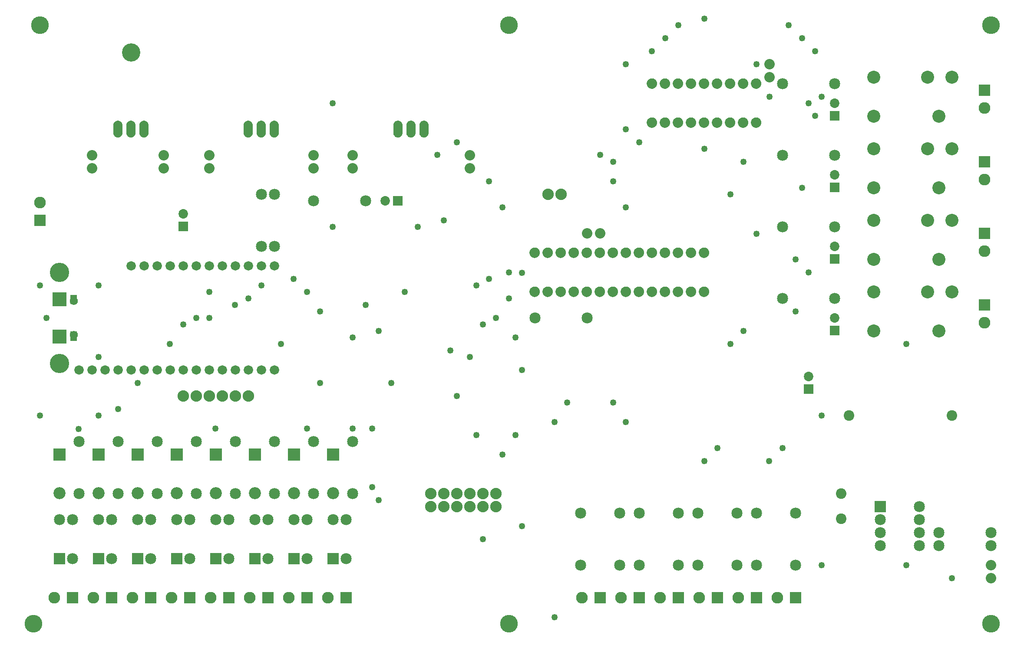
<source format=gbs>
G04 MADE WITH FRITZING*
G04 WWW.FRITZING.ORG*
G04 DOUBLE SIDED*
G04 HOLES PLATED*
G04 CONTOUR ON CENTER OF CONTOUR VECTOR*
%ASAXBY*%
%FSLAX23Y23*%
%MOIN*%
%OFA0B0*%
%SFA1.0B1.0*%
%ADD10C,0.049370*%
%ADD11C,0.088000*%
%ADD12C,0.148425*%
%ADD13C,0.105000*%
%ADD14C,0.061496*%
%ADD15C,0.072000*%
%ADD16C,0.063528*%
%ADD17C,0.070000*%
%ADD18C,0.140000*%
%ADD19C,0.080000*%
%ADD20C,0.085000*%
%ADD21C,0.072992*%
%ADD22C,0.090000*%
%ADD23C,0.092000*%
%ADD24C,0.100000*%
%ADD25C,0.081181*%
%ADD26C,0.080925*%
%ADD27C,0.080866*%
%ADD28C,0.135984*%
%ADD29R,0.105000X0.105000*%
%ADD30R,0.072992X0.072992*%
%ADD31R,0.090000X0.090000*%
%ADD32R,0.085000X0.085000*%
%ADD33R,0.092000X0.092000*%
%ADD34R,0.001000X0.001000*%
%LNMASK0*%
G90*
G70*
G54D10*
X5268Y3775D03*
X5968Y2925D03*
X6068Y4125D03*
X6068Y2825D03*
X6020Y3474D03*
X5768Y4175D03*
X6118Y4027D03*
X6168Y4175D03*
X5268Y4775D03*
G54D11*
X3168Y1025D03*
X3268Y1025D03*
X3368Y1025D03*
X3468Y1025D03*
X3568Y1025D03*
X3668Y1025D03*
X3168Y1025D03*
X3268Y1025D03*
X3368Y1025D03*
X3468Y1025D03*
X3568Y1025D03*
X3668Y1025D03*
X3668Y1125D03*
X3568Y1125D03*
X3468Y1125D03*
X3368Y1125D03*
X3268Y1125D03*
X3168Y1125D03*
G54D10*
X2968Y2675D03*
X3268Y3225D03*
X2768Y1075D03*
X2768Y2375D03*
X2568Y1625D03*
X2718Y1625D03*
X2718Y1175D03*
X2568Y2325D03*
X3318Y2225D03*
X3468Y2175D03*
X1268Y2425D03*
X3568Y2425D03*
X1468Y2475D03*
X3668Y2475D03*
X3768Y2625D03*
X1768Y2625D03*
X3568Y775D03*
X3818Y1575D03*
X3518Y1575D03*
X3518Y2725D03*
X1868Y2725D03*
X3868Y875D03*
X3868Y2075D03*
X6818Y575D03*
X7168Y475D03*
G54D12*
X318Y2125D03*
G54D13*
X318Y2617D03*
G54D14*
X429Y2605D03*
G54D15*
X1968Y2075D03*
X1868Y2075D03*
X1768Y2075D03*
X1668Y2075D03*
X1568Y2075D03*
X1468Y2075D03*
X1368Y2075D03*
X1268Y2075D03*
X1168Y2075D03*
G54D12*
X318Y2825D03*
G54D15*
X1068Y2075D03*
X968Y2075D03*
X868Y2075D03*
X768Y2075D03*
X668Y2075D03*
X568Y2075D03*
X468Y2075D03*
X868Y2875D03*
X968Y2875D03*
X1068Y2875D03*
X1168Y2875D03*
X1268Y2875D03*
X1368Y2875D03*
X1468Y2875D03*
X1568Y2875D03*
X1668Y2875D03*
X1768Y2875D03*
X1868Y2875D03*
X1968Y2875D03*
G54D14*
X429Y2345D03*
G54D13*
X318Y2333D03*
G54D16*
X1768Y3925D03*
X1868Y3925D03*
X1968Y3925D03*
G54D17*
X768Y3925D03*
X868Y3925D03*
X968Y3925D03*
G54D18*
X868Y4515D03*
G54D19*
X568Y3725D03*
X568Y3625D03*
X1118Y3625D03*
X1118Y3725D03*
X1468Y3625D03*
X1468Y3725D03*
X2268Y3625D03*
X2268Y3725D03*
G54D20*
X2268Y3375D03*
X2668Y3375D03*
G54D21*
X2917Y3375D03*
X2818Y3375D03*
G54D22*
X168Y3225D03*
X168Y3363D03*
G54D16*
X2918Y3925D03*
X3018Y3925D03*
X3118Y3925D03*
G54D19*
X4468Y3125D03*
X4368Y3125D03*
G54D20*
X3968Y2475D03*
X4368Y2475D03*
X1868Y3025D03*
X1868Y3425D03*
X1968Y3025D03*
X1968Y3425D03*
G54D19*
X2568Y3625D03*
X2568Y3725D03*
X3468Y3625D03*
X3468Y3725D03*
G54D10*
X2417Y4125D03*
X2417Y3175D03*
G54D21*
X1268Y3177D03*
X1268Y3275D03*
G54D22*
X418Y325D03*
X280Y325D03*
G54D20*
X318Y625D03*
X318Y925D03*
X418Y625D03*
X418Y925D03*
X618Y625D03*
X618Y925D03*
X718Y625D03*
X718Y925D03*
X918Y625D03*
X918Y925D03*
X1018Y625D03*
X1018Y925D03*
X1218Y625D03*
X1218Y925D03*
X1318Y625D03*
X1318Y925D03*
G54D22*
X718Y325D03*
X580Y325D03*
X1018Y325D03*
X880Y325D03*
X1318Y325D03*
X1180Y325D03*
G54D23*
X318Y1425D03*
X318Y1127D03*
G54D20*
X468Y1125D03*
X468Y1525D03*
G54D23*
X618Y1425D03*
X618Y1127D03*
G54D20*
X768Y1125D03*
X768Y1525D03*
G54D23*
X918Y1425D03*
X918Y1127D03*
G54D20*
X1068Y1125D03*
X1068Y1525D03*
G54D23*
X1218Y1425D03*
X1218Y1127D03*
G54D20*
X1368Y1125D03*
X1368Y1525D03*
X1518Y625D03*
X1518Y925D03*
X1618Y625D03*
X1618Y925D03*
X1818Y625D03*
X1818Y925D03*
X1918Y625D03*
X1918Y925D03*
X2118Y625D03*
X2118Y925D03*
X2218Y625D03*
X2218Y925D03*
X2418Y625D03*
X2418Y925D03*
X2518Y625D03*
X2518Y925D03*
G54D22*
X1618Y325D03*
X1480Y325D03*
X1918Y325D03*
X1780Y325D03*
X2218Y325D03*
X2080Y325D03*
X2518Y325D03*
X2380Y325D03*
G54D23*
X1518Y1425D03*
X1518Y1127D03*
X1818Y1425D03*
X1818Y1127D03*
X2418Y1425D03*
X2418Y1127D03*
G54D20*
X1668Y1125D03*
X1668Y1525D03*
X1968Y1125D03*
X1968Y1525D03*
X2268Y1125D03*
X2268Y1525D03*
X2568Y1125D03*
X2568Y1525D03*
G54D11*
X4168Y3425D03*
X4068Y3425D03*
G54D23*
X2118Y1425D03*
X2118Y1127D03*
G54D11*
X1268Y1875D03*
X1368Y1875D03*
X1468Y1875D03*
X1568Y1875D03*
X1668Y1875D03*
X1768Y1875D03*
G54D10*
X3719Y3324D03*
X3869Y2823D03*
X618Y2725D03*
X618Y2176D03*
X1368Y2476D03*
X1470Y2674D03*
X4568Y3526D03*
X3617Y3526D03*
X3617Y2776D03*
X2117Y2776D03*
X3218Y3727D03*
X3368Y1876D03*
X1166Y2275D03*
X2018Y2275D03*
X1517Y1624D03*
X2220Y1624D03*
X2220Y2674D03*
X768Y1774D03*
X2318Y1975D03*
X918Y1975D03*
X2318Y2524D03*
X2669Y2575D03*
X1667Y2575D03*
X3719Y1426D03*
X219Y2476D03*
X618Y1726D03*
X168Y2725D03*
X168Y1726D03*
X4666Y3324D03*
X5668Y3123D03*
G54D24*
X7068Y4025D03*
X6568Y4325D03*
X6568Y4025D03*
X7168Y4325D03*
X6983Y4325D03*
X7068Y3475D03*
X6568Y3775D03*
X6568Y3475D03*
X7168Y3775D03*
X6983Y3775D03*
X7068Y2925D03*
X6568Y3225D03*
X6568Y2925D03*
X7168Y3225D03*
X6983Y3225D03*
X7068Y2375D03*
X6568Y2675D03*
X6568Y2375D03*
X7168Y2675D03*
X6983Y2675D03*
G54D20*
X5868Y4275D03*
X6268Y4275D03*
X5868Y3725D03*
X6268Y3725D03*
X5868Y3175D03*
X6268Y3175D03*
X5868Y2625D03*
X6268Y2625D03*
G54D21*
X6268Y4027D03*
X6268Y4125D03*
X6268Y3477D03*
X6268Y3575D03*
X6268Y2927D03*
X6268Y3025D03*
X6268Y2377D03*
X6268Y2475D03*
G54D22*
X7418Y4225D03*
X7418Y4087D03*
X7418Y3675D03*
X7418Y3537D03*
X7418Y3125D03*
X7418Y2987D03*
X7418Y2575D03*
X7418Y2437D03*
G54D10*
X4666Y4425D03*
X5668Y4425D03*
X4867Y4524D03*
X6118Y4524D03*
X6020Y4626D03*
X4970Y4626D03*
X5917Y4725D03*
X5069Y4725D03*
X4568Y3676D03*
X5570Y3676D03*
X4666Y3924D03*
X4769Y3826D03*
X3368Y3826D03*
G54D22*
X4468Y325D03*
X4330Y325D03*
X4768Y325D03*
X4630Y325D03*
X5068Y325D03*
X4930Y325D03*
X5368Y325D03*
X5230Y325D03*
X5668Y325D03*
X5530Y325D03*
G54D10*
X2867Y1975D03*
G54D22*
X5968Y325D03*
X5830Y325D03*
G54D20*
X4318Y975D03*
X4318Y575D03*
X4618Y975D03*
X4618Y575D03*
X4768Y975D03*
X4768Y575D03*
X5068Y975D03*
X5068Y575D03*
X5218Y975D03*
X5218Y575D03*
X5518Y975D03*
X5518Y575D03*
X5668Y975D03*
X5668Y575D03*
X5968Y975D03*
X5968Y575D03*
G54D10*
X5570Y2374D03*
X4216Y1825D03*
X5767Y1375D03*
X5270Y1375D03*
X5870Y1474D03*
X5369Y1474D03*
G54D20*
X6618Y1025D03*
X6918Y1025D03*
X6618Y925D03*
X6918Y925D03*
X6618Y825D03*
X6918Y825D03*
X6618Y725D03*
X6918Y725D03*
G54D25*
X6381Y1725D03*
X7168Y1725D03*
G54D10*
X4118Y176D03*
X4118Y1675D03*
X466Y1623D03*
X4469Y3727D03*
X5468Y3425D03*
X5468Y2275D03*
X6818Y2275D03*
G54D20*
X7068Y825D03*
X7468Y825D03*
X7068Y725D03*
X7468Y725D03*
G54D10*
X6168Y1725D03*
X6168Y575D03*
X3818Y2325D03*
X4666Y1675D03*
X4568Y1825D03*
G54D26*
X6318Y932D03*
G54D27*
X6318Y1125D03*
G54D21*
X6068Y1927D03*
X6068Y2025D03*
G54D10*
X5968Y2525D03*
G54D28*
X7468Y4725D03*
X7468Y125D03*
X168Y4725D03*
X3768Y4725D03*
X3768Y125D03*
X118Y125D03*
G54D19*
X5768Y4425D03*
X5768Y4325D03*
X7468Y475D03*
X7468Y575D03*
G54D10*
X3768Y2825D03*
X3068Y3175D03*
G54D29*
X318Y2617D03*
X318Y2333D03*
G54D30*
X2917Y3375D03*
G54D31*
X168Y3225D03*
G54D30*
X1268Y3177D03*
G54D31*
X418Y325D03*
G54D32*
X318Y625D03*
X618Y625D03*
X918Y625D03*
X1218Y625D03*
G54D31*
X718Y325D03*
X1018Y325D03*
X1318Y325D03*
G54D33*
X318Y1426D03*
X618Y1426D03*
X918Y1426D03*
X1218Y1426D03*
G54D32*
X1518Y625D03*
X1818Y625D03*
X2118Y625D03*
X2418Y625D03*
G54D31*
X1618Y325D03*
X1918Y325D03*
X2218Y325D03*
X2518Y325D03*
G54D33*
X1518Y1426D03*
X1818Y1426D03*
X2418Y1426D03*
X2118Y1426D03*
G54D30*
X6268Y4027D03*
X6268Y3477D03*
X6268Y2927D03*
X6268Y2377D03*
G54D31*
X7418Y4225D03*
X7418Y3675D03*
X7418Y3125D03*
X7418Y2575D03*
X4468Y325D03*
X4768Y325D03*
X5068Y325D03*
X5368Y325D03*
X5668Y325D03*
X5968Y325D03*
G54D32*
X6618Y1025D03*
G54D30*
X6068Y1927D03*
G54D34*
X4866Y4316D02*
X4868Y4316D01*
X4966Y4316D02*
X4968Y4316D01*
X5066Y4316D02*
X5068Y4316D01*
X5166Y4316D02*
X5168Y4316D01*
X5266Y4316D02*
X5268Y4316D01*
X5366Y4316D02*
X5368Y4316D01*
X5466Y4316D02*
X5468Y4316D01*
X5566Y4316D02*
X5568Y4316D01*
X5666Y4316D02*
X5668Y4316D01*
X4859Y4315D02*
X4875Y4315D01*
X4959Y4315D02*
X4975Y4315D01*
X5059Y4315D02*
X5075Y4315D01*
X5159Y4315D02*
X5175Y4315D01*
X5259Y4315D02*
X5275Y4315D01*
X5359Y4315D02*
X5375Y4315D01*
X5459Y4315D02*
X5475Y4315D01*
X5559Y4315D02*
X5575Y4315D01*
X5659Y4315D02*
X5675Y4315D01*
X4855Y4314D02*
X4879Y4314D01*
X4955Y4314D02*
X4979Y4314D01*
X5055Y4314D02*
X5079Y4314D01*
X5155Y4314D02*
X5179Y4314D01*
X5255Y4314D02*
X5279Y4314D01*
X5355Y4314D02*
X5379Y4314D01*
X5455Y4314D02*
X5479Y4314D01*
X5555Y4314D02*
X5579Y4314D01*
X5655Y4314D02*
X5679Y4314D01*
X4852Y4313D02*
X4882Y4313D01*
X4952Y4313D02*
X4982Y4313D01*
X5052Y4313D02*
X5082Y4313D01*
X5152Y4313D02*
X5182Y4313D01*
X5252Y4313D02*
X5282Y4313D01*
X5352Y4313D02*
X5382Y4313D01*
X5452Y4313D02*
X5482Y4313D01*
X5552Y4313D02*
X5582Y4313D01*
X5652Y4313D02*
X5682Y4313D01*
X4850Y4312D02*
X4884Y4312D01*
X4950Y4312D02*
X4984Y4312D01*
X5050Y4312D02*
X5084Y4312D01*
X5150Y4312D02*
X5184Y4312D01*
X5250Y4312D02*
X5284Y4312D01*
X5350Y4312D02*
X5384Y4312D01*
X5450Y4312D02*
X5484Y4312D01*
X5550Y4312D02*
X5584Y4312D01*
X5650Y4312D02*
X5684Y4312D01*
X4848Y4311D02*
X4886Y4311D01*
X4948Y4311D02*
X4986Y4311D01*
X5048Y4311D02*
X5086Y4311D01*
X5148Y4311D02*
X5186Y4311D01*
X5248Y4311D02*
X5286Y4311D01*
X5348Y4311D02*
X5386Y4311D01*
X5448Y4311D02*
X5486Y4311D01*
X5548Y4311D02*
X5586Y4311D01*
X5648Y4311D02*
X5686Y4311D01*
X4846Y4310D02*
X4887Y4310D01*
X4946Y4310D02*
X4987Y4310D01*
X5046Y4310D02*
X5087Y4310D01*
X5146Y4310D02*
X5187Y4310D01*
X5246Y4310D02*
X5287Y4310D01*
X5346Y4310D02*
X5387Y4310D01*
X5446Y4310D02*
X5487Y4310D01*
X5546Y4310D02*
X5587Y4310D01*
X5646Y4310D02*
X5687Y4310D01*
X4845Y4309D02*
X4889Y4309D01*
X4945Y4309D02*
X4989Y4309D01*
X5045Y4309D02*
X5089Y4309D01*
X5145Y4309D02*
X5189Y4309D01*
X5245Y4309D02*
X5289Y4309D01*
X5345Y4309D02*
X5389Y4309D01*
X5445Y4309D02*
X5489Y4309D01*
X5545Y4309D02*
X5589Y4309D01*
X5645Y4309D02*
X5689Y4309D01*
X4844Y4308D02*
X4890Y4308D01*
X4944Y4308D02*
X4990Y4308D01*
X5044Y4308D02*
X5090Y4308D01*
X5143Y4308D02*
X5190Y4308D01*
X5243Y4308D02*
X5290Y4308D01*
X5343Y4308D02*
X5390Y4308D01*
X5443Y4308D02*
X5490Y4308D01*
X5543Y4308D02*
X5590Y4308D01*
X5643Y4308D02*
X5690Y4308D01*
X4842Y4307D02*
X4892Y4307D01*
X4942Y4307D02*
X4992Y4307D01*
X5042Y4307D02*
X5092Y4307D01*
X5142Y4307D02*
X5192Y4307D01*
X5242Y4307D02*
X5292Y4307D01*
X5342Y4307D02*
X5392Y4307D01*
X5442Y4307D02*
X5492Y4307D01*
X5542Y4307D02*
X5592Y4307D01*
X5642Y4307D02*
X5692Y4307D01*
X4841Y4306D02*
X4893Y4306D01*
X4941Y4306D02*
X4993Y4306D01*
X5041Y4306D02*
X5093Y4306D01*
X5141Y4306D02*
X5193Y4306D01*
X5241Y4306D02*
X5293Y4306D01*
X5341Y4306D02*
X5393Y4306D01*
X5441Y4306D02*
X5493Y4306D01*
X5541Y4306D02*
X5593Y4306D01*
X5641Y4306D02*
X5693Y4306D01*
X4840Y4305D02*
X4894Y4305D01*
X4940Y4305D02*
X4994Y4305D01*
X5040Y4305D02*
X5094Y4305D01*
X5140Y4305D02*
X5194Y4305D01*
X5240Y4305D02*
X5294Y4305D01*
X5340Y4305D02*
X5394Y4305D01*
X5440Y4305D02*
X5494Y4305D01*
X5540Y4305D02*
X5594Y4305D01*
X5640Y4305D02*
X5694Y4305D01*
X4839Y4304D02*
X4895Y4304D01*
X4939Y4304D02*
X4995Y4304D01*
X5039Y4304D02*
X5095Y4304D01*
X5139Y4304D02*
X5195Y4304D01*
X5239Y4304D02*
X5295Y4304D01*
X5339Y4304D02*
X5395Y4304D01*
X5439Y4304D02*
X5495Y4304D01*
X5539Y4304D02*
X5595Y4304D01*
X5639Y4304D02*
X5695Y4304D01*
X4838Y4303D02*
X4896Y4303D01*
X4938Y4303D02*
X4996Y4303D01*
X5038Y4303D02*
X5096Y4303D01*
X5138Y4303D02*
X5196Y4303D01*
X5238Y4303D02*
X5296Y4303D01*
X5338Y4303D02*
X5396Y4303D01*
X5438Y4303D02*
X5496Y4303D01*
X5538Y4303D02*
X5596Y4303D01*
X5638Y4303D02*
X5696Y4303D01*
X4837Y4302D02*
X4897Y4302D01*
X4937Y4302D02*
X4997Y4302D01*
X5037Y4302D02*
X5097Y4302D01*
X5137Y4302D02*
X5197Y4302D01*
X5237Y4302D02*
X5297Y4302D01*
X5337Y4302D02*
X5397Y4302D01*
X5437Y4302D02*
X5497Y4302D01*
X5537Y4302D02*
X5597Y4302D01*
X5637Y4302D02*
X5697Y4302D01*
X4836Y4301D02*
X4898Y4301D01*
X4936Y4301D02*
X4998Y4301D01*
X5036Y4301D02*
X5098Y4301D01*
X5136Y4301D02*
X5198Y4301D01*
X5236Y4301D02*
X5298Y4301D01*
X5336Y4301D02*
X5398Y4301D01*
X5436Y4301D02*
X5498Y4301D01*
X5536Y4301D02*
X5598Y4301D01*
X5636Y4301D02*
X5698Y4301D01*
X4836Y4300D02*
X4898Y4300D01*
X4936Y4300D02*
X4998Y4300D01*
X5036Y4300D02*
X5098Y4300D01*
X5135Y4300D02*
X5198Y4300D01*
X5235Y4300D02*
X5298Y4300D01*
X5335Y4300D02*
X5398Y4300D01*
X5435Y4300D02*
X5498Y4300D01*
X5535Y4300D02*
X5598Y4300D01*
X5635Y4300D02*
X5698Y4300D01*
X4835Y4299D02*
X4899Y4299D01*
X4935Y4299D02*
X4999Y4299D01*
X5035Y4299D02*
X5099Y4299D01*
X5135Y4299D02*
X5199Y4299D01*
X5235Y4299D02*
X5299Y4299D01*
X5335Y4299D02*
X5399Y4299D01*
X5435Y4299D02*
X5499Y4299D01*
X5535Y4299D02*
X5599Y4299D01*
X5635Y4299D02*
X5699Y4299D01*
X4834Y4298D02*
X4900Y4298D01*
X4934Y4298D02*
X5000Y4298D01*
X5034Y4298D02*
X5100Y4298D01*
X5134Y4298D02*
X5200Y4298D01*
X5234Y4298D02*
X5300Y4298D01*
X5334Y4298D02*
X5400Y4298D01*
X5434Y4298D02*
X5500Y4298D01*
X5534Y4298D02*
X5600Y4298D01*
X5634Y4298D02*
X5700Y4298D01*
X4833Y4297D02*
X4900Y4297D01*
X4933Y4297D02*
X5000Y4297D01*
X5033Y4297D02*
X5100Y4297D01*
X5133Y4297D02*
X5200Y4297D01*
X5233Y4297D02*
X5300Y4297D01*
X5333Y4297D02*
X5400Y4297D01*
X5433Y4297D02*
X5500Y4297D01*
X5533Y4297D02*
X5600Y4297D01*
X5633Y4297D02*
X5700Y4297D01*
X4833Y4296D02*
X4901Y4296D01*
X4933Y4296D02*
X5001Y4296D01*
X5033Y4296D02*
X5101Y4296D01*
X5133Y4296D02*
X5201Y4296D01*
X5233Y4296D02*
X5301Y4296D01*
X5333Y4296D02*
X5401Y4296D01*
X5433Y4296D02*
X5501Y4296D01*
X5533Y4296D02*
X5601Y4296D01*
X5633Y4296D02*
X5701Y4296D01*
X4832Y4295D02*
X4902Y4295D01*
X4932Y4295D02*
X5002Y4295D01*
X5032Y4295D02*
X5102Y4295D01*
X5132Y4295D02*
X5202Y4295D01*
X5232Y4295D02*
X5302Y4295D01*
X5332Y4295D02*
X5402Y4295D01*
X5432Y4295D02*
X5502Y4295D01*
X5532Y4295D02*
X5602Y4295D01*
X5632Y4295D02*
X5702Y4295D01*
X4832Y4294D02*
X4902Y4294D01*
X4932Y4294D02*
X5002Y4294D01*
X5032Y4294D02*
X5102Y4294D01*
X5132Y4294D02*
X5202Y4294D01*
X5232Y4294D02*
X5302Y4294D01*
X5332Y4294D02*
X5402Y4294D01*
X5432Y4294D02*
X5502Y4294D01*
X5532Y4294D02*
X5602Y4294D01*
X5632Y4294D02*
X5702Y4294D01*
X4831Y4293D02*
X4903Y4293D01*
X4931Y4293D02*
X5003Y4293D01*
X5031Y4293D02*
X5103Y4293D01*
X5131Y4293D02*
X5203Y4293D01*
X5231Y4293D02*
X5303Y4293D01*
X5331Y4293D02*
X5403Y4293D01*
X5431Y4293D02*
X5503Y4293D01*
X5531Y4293D02*
X5603Y4293D01*
X5631Y4293D02*
X5703Y4293D01*
X4831Y4292D02*
X4903Y4292D01*
X4931Y4292D02*
X5003Y4292D01*
X5031Y4292D02*
X5103Y4292D01*
X5131Y4292D02*
X5203Y4292D01*
X5231Y4292D02*
X5303Y4292D01*
X5331Y4292D02*
X5403Y4292D01*
X5431Y4292D02*
X5503Y4292D01*
X5531Y4292D02*
X5603Y4292D01*
X5631Y4292D02*
X5703Y4292D01*
X4830Y4291D02*
X4904Y4291D01*
X4930Y4291D02*
X5004Y4291D01*
X5030Y4291D02*
X5104Y4291D01*
X5130Y4291D02*
X5203Y4291D01*
X5230Y4291D02*
X5303Y4291D01*
X5330Y4291D02*
X5403Y4291D01*
X5430Y4291D02*
X5503Y4291D01*
X5530Y4291D02*
X5603Y4291D01*
X5630Y4291D02*
X5703Y4291D01*
X4830Y4290D02*
X4904Y4290D01*
X4930Y4290D02*
X5004Y4290D01*
X5030Y4290D02*
X5104Y4290D01*
X5130Y4290D02*
X5204Y4290D01*
X5230Y4290D02*
X5304Y4290D01*
X5330Y4290D02*
X5404Y4290D01*
X5430Y4290D02*
X5504Y4290D01*
X5530Y4290D02*
X5604Y4290D01*
X5630Y4290D02*
X5704Y4290D01*
X4830Y4289D02*
X4904Y4289D01*
X4930Y4289D02*
X5004Y4289D01*
X5030Y4289D02*
X5104Y4289D01*
X5130Y4289D02*
X5204Y4289D01*
X5230Y4289D02*
X5304Y4289D01*
X5330Y4289D02*
X5404Y4289D01*
X5430Y4289D02*
X5504Y4289D01*
X5530Y4289D02*
X5604Y4289D01*
X5630Y4289D02*
X5704Y4289D01*
X4829Y4288D02*
X4905Y4288D01*
X4929Y4288D02*
X5005Y4288D01*
X5029Y4288D02*
X5105Y4288D01*
X5129Y4288D02*
X5205Y4288D01*
X5229Y4288D02*
X5305Y4288D01*
X5329Y4288D02*
X5405Y4288D01*
X5429Y4288D02*
X5505Y4288D01*
X5529Y4288D02*
X5605Y4288D01*
X5629Y4288D02*
X5704Y4288D01*
X4829Y4287D02*
X4905Y4287D01*
X4929Y4287D02*
X5005Y4287D01*
X5029Y4287D02*
X5105Y4287D01*
X5129Y4287D02*
X5205Y4287D01*
X5229Y4287D02*
X5305Y4287D01*
X5329Y4287D02*
X5405Y4287D01*
X5429Y4287D02*
X5505Y4287D01*
X5529Y4287D02*
X5605Y4287D01*
X5629Y4287D02*
X5705Y4287D01*
X4829Y4286D02*
X4905Y4286D01*
X4929Y4286D02*
X5005Y4286D01*
X5029Y4286D02*
X5105Y4286D01*
X5129Y4286D02*
X5205Y4286D01*
X5229Y4286D02*
X5305Y4286D01*
X5329Y4286D02*
X5405Y4286D01*
X5429Y4286D02*
X5505Y4286D01*
X5529Y4286D02*
X5605Y4286D01*
X5629Y4286D02*
X5705Y4286D01*
X4829Y4285D02*
X4905Y4285D01*
X4929Y4285D02*
X5005Y4285D01*
X5029Y4285D02*
X5105Y4285D01*
X5129Y4285D02*
X5205Y4285D01*
X5229Y4285D02*
X5305Y4285D01*
X5329Y4285D02*
X5405Y4285D01*
X5428Y4285D02*
X5505Y4285D01*
X5528Y4285D02*
X5605Y4285D01*
X5628Y4285D02*
X5705Y4285D01*
X4828Y4284D02*
X4906Y4284D01*
X4928Y4284D02*
X5006Y4284D01*
X5028Y4284D02*
X5106Y4284D01*
X5128Y4284D02*
X5206Y4284D01*
X5228Y4284D02*
X5306Y4284D01*
X5328Y4284D02*
X5406Y4284D01*
X5428Y4284D02*
X5506Y4284D01*
X5528Y4284D02*
X5605Y4284D01*
X5628Y4284D02*
X5705Y4284D01*
X4828Y4283D02*
X4906Y4283D01*
X4928Y4283D02*
X5006Y4283D01*
X5028Y4283D02*
X5106Y4283D01*
X5128Y4283D02*
X5206Y4283D01*
X5228Y4283D02*
X5306Y4283D01*
X5328Y4283D02*
X5406Y4283D01*
X5428Y4283D02*
X5506Y4283D01*
X5528Y4283D02*
X5606Y4283D01*
X5628Y4283D02*
X5706Y4283D01*
X4828Y4282D02*
X4906Y4282D01*
X4928Y4282D02*
X5006Y4282D01*
X5028Y4282D02*
X5106Y4282D01*
X5128Y4282D02*
X5206Y4282D01*
X5228Y4282D02*
X5306Y4282D01*
X5328Y4282D02*
X5406Y4282D01*
X5428Y4282D02*
X5506Y4282D01*
X5528Y4282D02*
X5606Y4282D01*
X5628Y4282D02*
X5706Y4282D01*
X4828Y4281D02*
X4906Y4281D01*
X4928Y4281D02*
X5006Y4281D01*
X5028Y4281D02*
X5106Y4281D01*
X5128Y4281D02*
X5206Y4281D01*
X5228Y4281D02*
X5306Y4281D01*
X5328Y4281D02*
X5406Y4281D01*
X5428Y4281D02*
X5506Y4281D01*
X5528Y4281D02*
X5606Y4281D01*
X5628Y4281D02*
X5706Y4281D01*
X4828Y4280D02*
X4906Y4280D01*
X4928Y4280D02*
X5006Y4280D01*
X5028Y4280D02*
X5106Y4280D01*
X5128Y4280D02*
X5206Y4280D01*
X5228Y4280D02*
X5306Y4280D01*
X5328Y4280D02*
X5406Y4280D01*
X5428Y4280D02*
X5506Y4280D01*
X5528Y4280D02*
X5606Y4280D01*
X5628Y4280D02*
X5706Y4280D01*
X4828Y4279D02*
X4906Y4279D01*
X4928Y4279D02*
X5006Y4279D01*
X5028Y4279D02*
X5106Y4279D01*
X5128Y4279D02*
X5206Y4279D01*
X5228Y4279D02*
X5306Y4279D01*
X5328Y4279D02*
X5406Y4279D01*
X5428Y4279D02*
X5506Y4279D01*
X5528Y4279D02*
X5606Y4279D01*
X5628Y4279D02*
X5706Y4279D01*
X4828Y4278D02*
X4906Y4278D01*
X4928Y4278D02*
X5006Y4278D01*
X5028Y4278D02*
X5106Y4278D01*
X5128Y4278D02*
X5206Y4278D01*
X5228Y4278D02*
X5306Y4278D01*
X5328Y4278D02*
X5406Y4278D01*
X5427Y4278D02*
X5506Y4278D01*
X5527Y4278D02*
X5606Y4278D01*
X5627Y4278D02*
X5706Y4278D01*
X4828Y4277D02*
X4906Y4277D01*
X4928Y4277D02*
X5006Y4277D01*
X5027Y4277D02*
X5106Y4277D01*
X5127Y4277D02*
X5206Y4277D01*
X5227Y4277D02*
X5306Y4277D01*
X5327Y4277D02*
X5406Y4277D01*
X5427Y4277D02*
X5506Y4277D01*
X5527Y4277D02*
X5606Y4277D01*
X5627Y4277D02*
X5706Y4277D01*
X4827Y4276D02*
X4906Y4276D01*
X4927Y4276D02*
X5006Y4276D01*
X5027Y4276D02*
X5106Y4276D01*
X5127Y4276D02*
X5206Y4276D01*
X5227Y4276D02*
X5306Y4276D01*
X5327Y4276D02*
X5406Y4276D01*
X5427Y4276D02*
X5506Y4276D01*
X5527Y4276D02*
X5606Y4276D01*
X5627Y4276D02*
X5706Y4276D01*
X4828Y4275D02*
X4906Y4275D01*
X4928Y4275D02*
X5006Y4275D01*
X5027Y4275D02*
X5106Y4275D01*
X5127Y4275D02*
X5206Y4275D01*
X5227Y4275D02*
X5306Y4275D01*
X5327Y4275D02*
X5406Y4275D01*
X5427Y4275D02*
X5506Y4275D01*
X5527Y4275D02*
X5606Y4275D01*
X5627Y4275D02*
X5706Y4275D01*
X4828Y4274D02*
X4906Y4274D01*
X4928Y4274D02*
X5006Y4274D01*
X5028Y4274D02*
X5106Y4274D01*
X5128Y4274D02*
X5206Y4274D01*
X5228Y4274D02*
X5306Y4274D01*
X5328Y4274D02*
X5406Y4274D01*
X5428Y4274D02*
X5506Y4274D01*
X5527Y4274D02*
X5606Y4274D01*
X5627Y4274D02*
X5706Y4274D01*
X4828Y4273D02*
X4906Y4273D01*
X4928Y4273D02*
X5006Y4273D01*
X5028Y4273D02*
X5106Y4273D01*
X5128Y4273D02*
X5206Y4273D01*
X5228Y4273D02*
X5306Y4273D01*
X5328Y4273D02*
X5406Y4273D01*
X5428Y4273D02*
X5506Y4273D01*
X5528Y4273D02*
X5606Y4273D01*
X5628Y4273D02*
X5706Y4273D01*
X4828Y4272D02*
X4906Y4272D01*
X4928Y4272D02*
X5006Y4272D01*
X5028Y4272D02*
X5106Y4272D01*
X5128Y4272D02*
X5206Y4272D01*
X5228Y4272D02*
X5306Y4272D01*
X5328Y4272D02*
X5406Y4272D01*
X5428Y4272D02*
X5506Y4272D01*
X5528Y4272D02*
X5606Y4272D01*
X5628Y4272D02*
X5706Y4272D01*
X4828Y4271D02*
X4906Y4271D01*
X4928Y4271D02*
X5006Y4271D01*
X5028Y4271D02*
X5106Y4271D01*
X5128Y4271D02*
X5206Y4271D01*
X5228Y4271D02*
X5306Y4271D01*
X5328Y4271D02*
X5406Y4271D01*
X5428Y4271D02*
X5506Y4271D01*
X5528Y4271D02*
X5606Y4271D01*
X5628Y4271D02*
X5706Y4271D01*
X4828Y4270D02*
X4906Y4270D01*
X4928Y4270D02*
X5006Y4270D01*
X5028Y4270D02*
X5106Y4270D01*
X5128Y4270D02*
X5206Y4270D01*
X5228Y4270D02*
X5306Y4270D01*
X5328Y4270D02*
X5406Y4270D01*
X5428Y4270D02*
X5506Y4270D01*
X5528Y4270D02*
X5606Y4270D01*
X5628Y4270D02*
X5706Y4270D01*
X4828Y4269D02*
X4906Y4269D01*
X4928Y4269D02*
X5006Y4269D01*
X5028Y4269D02*
X5106Y4269D01*
X5128Y4269D02*
X5206Y4269D01*
X5228Y4269D02*
X5306Y4269D01*
X5328Y4269D02*
X5406Y4269D01*
X5428Y4269D02*
X5506Y4269D01*
X5528Y4269D02*
X5606Y4269D01*
X5628Y4269D02*
X5706Y4269D01*
X4828Y4268D02*
X4906Y4268D01*
X4928Y4268D02*
X5006Y4268D01*
X5028Y4268D02*
X5106Y4268D01*
X5128Y4268D02*
X5206Y4268D01*
X5228Y4268D02*
X5306Y4268D01*
X5328Y4268D02*
X5405Y4268D01*
X5428Y4268D02*
X5505Y4268D01*
X5528Y4268D02*
X5605Y4268D01*
X5628Y4268D02*
X5705Y4268D01*
X4829Y4267D02*
X4905Y4267D01*
X4929Y4267D02*
X5005Y4267D01*
X5029Y4267D02*
X5105Y4267D01*
X5129Y4267D02*
X5205Y4267D01*
X5229Y4267D02*
X5305Y4267D01*
X5329Y4267D02*
X5405Y4267D01*
X5429Y4267D02*
X5505Y4267D01*
X5529Y4267D02*
X5605Y4267D01*
X5629Y4267D02*
X5705Y4267D01*
X4829Y4266D02*
X4905Y4266D01*
X4929Y4266D02*
X5005Y4266D01*
X5029Y4266D02*
X5105Y4266D01*
X5129Y4266D02*
X5205Y4266D01*
X5229Y4266D02*
X5305Y4266D01*
X5329Y4266D02*
X5405Y4266D01*
X5429Y4266D02*
X5505Y4266D01*
X5529Y4266D02*
X5605Y4266D01*
X5629Y4266D02*
X5705Y4266D01*
X4829Y4265D02*
X4905Y4265D01*
X4929Y4265D02*
X5005Y4265D01*
X5029Y4265D02*
X5105Y4265D01*
X5129Y4265D02*
X5205Y4265D01*
X5229Y4265D02*
X5305Y4265D01*
X5329Y4265D02*
X5405Y4265D01*
X5429Y4265D02*
X5505Y4265D01*
X5529Y4265D02*
X5605Y4265D01*
X5629Y4265D02*
X5705Y4265D01*
X4829Y4264D02*
X4905Y4264D01*
X4929Y4264D02*
X5005Y4264D01*
X5029Y4264D02*
X5105Y4264D01*
X5129Y4264D02*
X5205Y4264D01*
X5229Y4264D02*
X5304Y4264D01*
X5329Y4264D02*
X5404Y4264D01*
X5429Y4264D02*
X5504Y4264D01*
X5529Y4264D02*
X5604Y4264D01*
X5629Y4264D02*
X5704Y4264D01*
X4830Y4263D02*
X4904Y4263D01*
X4930Y4263D02*
X5004Y4263D01*
X5030Y4263D02*
X5104Y4263D01*
X5130Y4263D02*
X5204Y4263D01*
X5230Y4263D02*
X5304Y4263D01*
X5330Y4263D02*
X5404Y4263D01*
X5430Y4263D02*
X5504Y4263D01*
X5530Y4263D02*
X5604Y4263D01*
X5630Y4263D02*
X5704Y4263D01*
X4830Y4262D02*
X4904Y4262D01*
X4930Y4262D02*
X5004Y4262D01*
X5030Y4262D02*
X5104Y4262D01*
X5130Y4262D02*
X5204Y4262D01*
X5230Y4262D02*
X5304Y4262D01*
X5330Y4262D02*
X5404Y4262D01*
X5430Y4262D02*
X5504Y4262D01*
X5530Y4262D02*
X5604Y4262D01*
X5630Y4262D02*
X5704Y4262D01*
X4830Y4261D02*
X4903Y4261D01*
X4930Y4261D02*
X5003Y4261D01*
X5030Y4261D02*
X5103Y4261D01*
X5130Y4261D02*
X5203Y4261D01*
X5230Y4261D02*
X5303Y4261D01*
X5330Y4261D02*
X5403Y4261D01*
X5430Y4261D02*
X5503Y4261D01*
X5530Y4261D02*
X5603Y4261D01*
X5630Y4261D02*
X5703Y4261D01*
X4831Y4260D02*
X4903Y4260D01*
X4931Y4260D02*
X5003Y4260D01*
X5031Y4260D02*
X5103Y4260D01*
X5131Y4260D02*
X5203Y4260D01*
X5231Y4260D02*
X5303Y4260D01*
X5331Y4260D02*
X5403Y4260D01*
X5431Y4260D02*
X5503Y4260D01*
X5531Y4260D02*
X5603Y4260D01*
X5631Y4260D02*
X5703Y4260D01*
X4831Y4259D02*
X4903Y4259D01*
X4931Y4259D02*
X5003Y4259D01*
X5031Y4259D02*
X5103Y4259D01*
X5131Y4259D02*
X5203Y4259D01*
X5231Y4259D02*
X5303Y4259D01*
X5331Y4259D02*
X5402Y4259D01*
X5431Y4259D02*
X5502Y4259D01*
X5531Y4259D02*
X5602Y4259D01*
X5631Y4259D02*
X5702Y4259D01*
X4832Y4258D02*
X4902Y4258D01*
X4932Y4258D02*
X5002Y4258D01*
X5032Y4258D02*
X5102Y4258D01*
X5132Y4258D02*
X5202Y4258D01*
X5232Y4258D02*
X5302Y4258D01*
X5332Y4258D02*
X5402Y4258D01*
X5432Y4258D02*
X5502Y4258D01*
X5532Y4258D02*
X5602Y4258D01*
X5632Y4258D02*
X5702Y4258D01*
X4832Y4257D02*
X4902Y4257D01*
X4932Y4257D02*
X5002Y4257D01*
X5032Y4257D02*
X5102Y4257D01*
X5132Y4257D02*
X5202Y4257D01*
X5232Y4257D02*
X5302Y4257D01*
X5332Y4257D02*
X5401Y4257D01*
X5432Y4257D02*
X5501Y4257D01*
X5532Y4257D02*
X5601Y4257D01*
X5632Y4257D02*
X5701Y4257D01*
X4833Y4256D02*
X4901Y4256D01*
X4933Y4256D02*
X5001Y4256D01*
X5033Y4256D02*
X5101Y4256D01*
X5133Y4256D02*
X5201Y4256D01*
X5233Y4256D02*
X5301Y4256D01*
X5333Y4256D02*
X5401Y4256D01*
X5433Y4256D02*
X5501Y4256D01*
X5533Y4256D02*
X5601Y4256D01*
X5633Y4256D02*
X5701Y4256D01*
X4834Y4255D02*
X4900Y4255D01*
X4934Y4255D02*
X5000Y4255D01*
X5034Y4255D02*
X5100Y4255D01*
X5134Y4255D02*
X5200Y4255D01*
X5234Y4255D02*
X5300Y4255D01*
X5334Y4255D02*
X5400Y4255D01*
X5433Y4255D02*
X5500Y4255D01*
X5533Y4255D02*
X5600Y4255D01*
X5633Y4255D02*
X5700Y4255D01*
X4834Y4254D02*
X4900Y4254D01*
X4934Y4254D02*
X5000Y4254D01*
X5034Y4254D02*
X5100Y4254D01*
X5134Y4254D02*
X5200Y4254D01*
X5234Y4254D02*
X5300Y4254D01*
X5334Y4254D02*
X5400Y4254D01*
X5434Y4254D02*
X5500Y4254D01*
X5534Y4254D02*
X5600Y4254D01*
X5634Y4254D02*
X5700Y4254D01*
X4835Y4253D02*
X4899Y4253D01*
X4935Y4253D02*
X4999Y4253D01*
X5035Y4253D02*
X5099Y4253D01*
X5135Y4253D02*
X5199Y4253D01*
X5235Y4253D02*
X5299Y4253D01*
X5335Y4253D02*
X5399Y4253D01*
X5435Y4253D02*
X5499Y4253D01*
X5535Y4253D02*
X5599Y4253D01*
X5635Y4253D02*
X5699Y4253D01*
X4836Y4252D02*
X4898Y4252D01*
X4936Y4252D02*
X4998Y4252D01*
X5036Y4252D02*
X5098Y4252D01*
X5136Y4252D02*
X5198Y4252D01*
X5236Y4252D02*
X5298Y4252D01*
X5336Y4252D02*
X5398Y4252D01*
X5436Y4252D02*
X5498Y4252D01*
X5536Y4252D02*
X5598Y4252D01*
X5636Y4252D02*
X5698Y4252D01*
X4836Y4251D02*
X4898Y4251D01*
X4936Y4251D02*
X4998Y4251D01*
X5036Y4251D02*
X5098Y4251D01*
X5136Y4251D02*
X5197Y4251D01*
X5236Y4251D02*
X5297Y4251D01*
X5336Y4251D02*
X5397Y4251D01*
X5436Y4251D02*
X5497Y4251D01*
X5536Y4251D02*
X5597Y4251D01*
X5636Y4251D02*
X5697Y4251D01*
X4837Y4250D02*
X4897Y4250D01*
X4937Y4250D02*
X4997Y4250D01*
X5037Y4250D02*
X5097Y4250D01*
X5137Y4250D02*
X5197Y4250D01*
X5237Y4250D02*
X5297Y4250D01*
X5337Y4250D02*
X5397Y4250D01*
X5437Y4250D02*
X5497Y4250D01*
X5537Y4250D02*
X5597Y4250D01*
X5637Y4250D02*
X5697Y4250D01*
X4838Y4249D02*
X4896Y4249D01*
X4938Y4249D02*
X4996Y4249D01*
X5038Y4249D02*
X5096Y4249D01*
X5138Y4249D02*
X5196Y4249D01*
X5238Y4249D02*
X5296Y4249D01*
X5338Y4249D02*
X5396Y4249D01*
X5438Y4249D02*
X5496Y4249D01*
X5538Y4249D02*
X5596Y4249D01*
X5638Y4249D02*
X5696Y4249D01*
X4839Y4248D02*
X4895Y4248D01*
X4939Y4248D02*
X4995Y4248D01*
X5039Y4248D02*
X5095Y4248D01*
X5139Y4248D02*
X5195Y4248D01*
X5239Y4248D02*
X5295Y4248D01*
X5339Y4248D02*
X5395Y4248D01*
X5439Y4248D02*
X5495Y4248D01*
X5539Y4248D02*
X5595Y4248D01*
X5639Y4248D02*
X5695Y4248D01*
X4840Y4247D02*
X4894Y4247D01*
X4940Y4247D02*
X4994Y4247D01*
X5040Y4247D02*
X5094Y4247D01*
X5140Y4247D02*
X5194Y4247D01*
X5240Y4247D02*
X5294Y4247D01*
X5340Y4247D02*
X5394Y4247D01*
X5440Y4247D02*
X5494Y4247D01*
X5540Y4247D02*
X5594Y4247D01*
X5640Y4247D02*
X5694Y4247D01*
X4841Y4246D02*
X4893Y4246D01*
X4941Y4246D02*
X4993Y4246D01*
X5041Y4246D02*
X5093Y4246D01*
X5141Y4246D02*
X5193Y4246D01*
X5241Y4246D02*
X5293Y4246D01*
X5341Y4246D02*
X5393Y4246D01*
X5441Y4246D02*
X5493Y4246D01*
X5541Y4246D02*
X5593Y4246D01*
X5641Y4246D02*
X5693Y4246D01*
X4842Y4245D02*
X4892Y4245D01*
X4942Y4245D02*
X4992Y4245D01*
X5042Y4245D02*
X5092Y4245D01*
X5142Y4245D02*
X5191Y4245D01*
X5242Y4245D02*
X5291Y4245D01*
X5342Y4245D02*
X5391Y4245D01*
X5442Y4245D02*
X5491Y4245D01*
X5542Y4245D02*
X5591Y4245D01*
X5642Y4245D02*
X5691Y4245D01*
X4844Y4244D02*
X4890Y4244D01*
X4944Y4244D02*
X4990Y4244D01*
X5044Y4244D02*
X5090Y4244D01*
X5144Y4244D02*
X5190Y4244D01*
X5244Y4244D02*
X5290Y4244D01*
X5344Y4244D02*
X5390Y4244D01*
X5444Y4244D02*
X5490Y4244D01*
X5544Y4244D02*
X5590Y4244D01*
X5644Y4244D02*
X5690Y4244D01*
X4845Y4243D02*
X4889Y4243D01*
X4945Y4243D02*
X4989Y4243D01*
X5045Y4243D02*
X5089Y4243D01*
X5145Y4243D02*
X5189Y4243D01*
X5245Y4243D02*
X5289Y4243D01*
X5345Y4243D02*
X5389Y4243D01*
X5445Y4243D02*
X5489Y4243D01*
X5545Y4243D02*
X5589Y4243D01*
X5645Y4243D02*
X5689Y4243D01*
X4847Y4242D02*
X4887Y4242D01*
X4947Y4242D02*
X4987Y4242D01*
X5047Y4242D02*
X5087Y4242D01*
X5147Y4242D02*
X5187Y4242D01*
X5247Y4242D02*
X5287Y4242D01*
X5347Y4242D02*
X5387Y4242D01*
X5447Y4242D02*
X5487Y4242D01*
X5547Y4242D02*
X5587Y4242D01*
X5647Y4242D02*
X5687Y4242D01*
X4848Y4241D02*
X4886Y4241D01*
X4948Y4241D02*
X4986Y4241D01*
X5048Y4241D02*
X5086Y4241D01*
X5148Y4241D02*
X5186Y4241D01*
X5248Y4241D02*
X5286Y4241D01*
X5348Y4241D02*
X5385Y4241D01*
X5448Y4241D02*
X5485Y4241D01*
X5548Y4241D02*
X5585Y4241D01*
X5648Y4241D02*
X5685Y4241D01*
X4850Y4240D02*
X4884Y4240D01*
X4950Y4240D02*
X4984Y4240D01*
X5050Y4240D02*
X5084Y4240D01*
X5150Y4240D02*
X5184Y4240D01*
X5250Y4240D02*
X5284Y4240D01*
X5350Y4240D02*
X5384Y4240D01*
X5450Y4240D02*
X5484Y4240D01*
X5550Y4240D02*
X5583Y4240D01*
X5650Y4240D02*
X5683Y4240D01*
X4853Y4239D02*
X4881Y4239D01*
X4953Y4239D02*
X4981Y4239D01*
X5053Y4239D02*
X5081Y4239D01*
X5152Y4239D02*
X5181Y4239D01*
X5252Y4239D02*
X5281Y4239D01*
X5352Y4239D02*
X5381Y4239D01*
X5452Y4239D02*
X5481Y4239D01*
X5552Y4239D02*
X5581Y4239D01*
X5652Y4239D02*
X5681Y4239D01*
X4855Y4238D02*
X4879Y4238D01*
X4955Y4238D02*
X4979Y4238D01*
X5055Y4238D02*
X5079Y4238D01*
X5155Y4238D02*
X5179Y4238D01*
X5255Y4238D02*
X5279Y4238D01*
X5355Y4238D02*
X5378Y4238D01*
X5455Y4238D02*
X5478Y4238D01*
X5555Y4238D02*
X5578Y4238D01*
X5655Y4238D02*
X5678Y4238D01*
X4859Y4237D02*
X4875Y4237D01*
X4959Y4237D02*
X4975Y4237D01*
X5059Y4237D02*
X5075Y4237D01*
X5159Y4237D02*
X5175Y4237D01*
X5259Y4237D02*
X5275Y4237D01*
X5359Y4237D02*
X5375Y4237D01*
X5459Y4237D02*
X5475Y4237D01*
X5559Y4237D02*
X5575Y4237D01*
X5659Y4237D02*
X5675Y4237D01*
X4866Y4016D02*
X4868Y4016D01*
X4966Y4016D02*
X4968Y4016D01*
X5065Y4016D02*
X5068Y4016D01*
X5165Y4016D02*
X5168Y4016D01*
X5265Y4016D02*
X5268Y4016D01*
X5365Y4016D02*
X5368Y4016D01*
X5465Y4016D02*
X5468Y4016D01*
X5565Y4016D02*
X5568Y4016D01*
X5665Y4016D02*
X5668Y4016D01*
X4859Y4015D02*
X4875Y4015D01*
X4959Y4015D02*
X4975Y4015D01*
X5058Y4015D02*
X5075Y4015D01*
X5158Y4015D02*
X5175Y4015D01*
X5258Y4015D02*
X5275Y4015D01*
X5358Y4015D02*
X5375Y4015D01*
X5458Y4015D02*
X5475Y4015D01*
X5558Y4015D02*
X5575Y4015D01*
X5658Y4015D02*
X5675Y4015D01*
X4855Y4014D02*
X4879Y4014D01*
X4955Y4014D02*
X4979Y4014D01*
X5055Y4014D02*
X5079Y4014D01*
X5155Y4014D02*
X5179Y4014D01*
X5255Y4014D02*
X5279Y4014D01*
X5355Y4014D02*
X5379Y4014D01*
X5455Y4014D02*
X5479Y4014D01*
X5555Y4014D02*
X5579Y4014D01*
X5655Y4014D02*
X5679Y4014D01*
X4852Y4013D02*
X4882Y4013D01*
X4952Y4013D02*
X4982Y4013D01*
X5052Y4013D02*
X5082Y4013D01*
X5152Y4013D02*
X5182Y4013D01*
X5252Y4013D02*
X5282Y4013D01*
X5352Y4013D02*
X5382Y4013D01*
X5452Y4013D02*
X5482Y4013D01*
X5552Y4013D02*
X5582Y4013D01*
X5652Y4013D02*
X5682Y4013D01*
X4850Y4012D02*
X4884Y4012D01*
X4950Y4012D02*
X4984Y4012D01*
X5050Y4012D02*
X5084Y4012D01*
X5150Y4012D02*
X5184Y4012D01*
X5250Y4012D02*
X5284Y4012D01*
X5350Y4012D02*
X5384Y4012D01*
X5450Y4012D02*
X5484Y4012D01*
X5550Y4012D02*
X5584Y4012D01*
X5650Y4012D02*
X5684Y4012D01*
X4848Y4011D02*
X4886Y4011D01*
X4948Y4011D02*
X4986Y4011D01*
X5048Y4011D02*
X5086Y4011D01*
X5148Y4011D02*
X5186Y4011D01*
X5248Y4011D02*
X5286Y4011D01*
X5348Y4011D02*
X5386Y4011D01*
X5448Y4011D02*
X5486Y4011D01*
X5548Y4011D02*
X5586Y4011D01*
X5648Y4011D02*
X5686Y4011D01*
X4846Y4010D02*
X4888Y4010D01*
X4946Y4010D02*
X4988Y4010D01*
X5046Y4010D02*
X5088Y4010D01*
X5146Y4010D02*
X5187Y4010D01*
X5246Y4010D02*
X5287Y4010D01*
X5346Y4010D02*
X5387Y4010D01*
X5446Y4010D02*
X5487Y4010D01*
X5546Y4010D02*
X5587Y4010D01*
X5646Y4010D02*
X5687Y4010D01*
X4845Y4009D02*
X4889Y4009D01*
X4945Y4009D02*
X4989Y4009D01*
X5045Y4009D02*
X5089Y4009D01*
X5145Y4009D02*
X5189Y4009D01*
X5245Y4009D02*
X5289Y4009D01*
X5345Y4009D02*
X5389Y4009D01*
X5445Y4009D02*
X5489Y4009D01*
X5545Y4009D02*
X5589Y4009D01*
X5645Y4009D02*
X5689Y4009D01*
X4843Y4008D02*
X4890Y4008D01*
X4943Y4008D02*
X4990Y4008D01*
X5043Y4008D02*
X5090Y4008D01*
X5143Y4008D02*
X5190Y4008D01*
X5243Y4008D02*
X5290Y4008D01*
X5343Y4008D02*
X5390Y4008D01*
X5443Y4008D02*
X5490Y4008D01*
X5543Y4008D02*
X5590Y4008D01*
X5643Y4008D02*
X5690Y4008D01*
X4842Y4007D02*
X4892Y4007D01*
X4942Y4007D02*
X4992Y4007D01*
X5042Y4007D02*
X5092Y4007D01*
X5142Y4007D02*
X5192Y4007D01*
X5242Y4007D02*
X5292Y4007D01*
X5342Y4007D02*
X5392Y4007D01*
X5442Y4007D02*
X5492Y4007D01*
X5542Y4007D02*
X5592Y4007D01*
X5642Y4007D02*
X5692Y4007D01*
X4841Y4006D02*
X4893Y4006D01*
X4941Y4006D02*
X4993Y4006D01*
X5041Y4006D02*
X5093Y4006D01*
X5141Y4006D02*
X5193Y4006D01*
X5241Y4006D02*
X5293Y4006D01*
X5341Y4006D02*
X5393Y4006D01*
X5441Y4006D02*
X5493Y4006D01*
X5541Y4006D02*
X5593Y4006D01*
X5641Y4006D02*
X5693Y4006D01*
X4840Y4005D02*
X4894Y4005D01*
X4940Y4005D02*
X4994Y4005D01*
X5040Y4005D02*
X5094Y4005D01*
X5140Y4005D02*
X5194Y4005D01*
X5240Y4005D02*
X5294Y4005D01*
X5340Y4005D02*
X5394Y4005D01*
X5440Y4005D02*
X5494Y4005D01*
X5540Y4005D02*
X5594Y4005D01*
X5640Y4005D02*
X5694Y4005D01*
X4839Y4004D02*
X4895Y4004D01*
X4939Y4004D02*
X4995Y4004D01*
X5039Y4004D02*
X5095Y4004D01*
X5139Y4004D02*
X5195Y4004D01*
X5239Y4004D02*
X5295Y4004D01*
X5339Y4004D02*
X5395Y4004D01*
X5439Y4004D02*
X5495Y4004D01*
X5539Y4004D02*
X5595Y4004D01*
X5639Y4004D02*
X5695Y4004D01*
X4838Y4003D02*
X4896Y4003D01*
X4938Y4003D02*
X4996Y4003D01*
X5038Y4003D02*
X5096Y4003D01*
X5138Y4003D02*
X5196Y4003D01*
X5238Y4003D02*
X5296Y4003D01*
X5338Y4003D02*
X5396Y4003D01*
X5438Y4003D02*
X5496Y4003D01*
X5538Y4003D02*
X5596Y4003D01*
X5638Y4003D02*
X5696Y4003D01*
X4837Y4002D02*
X4897Y4002D01*
X4937Y4002D02*
X4997Y4002D01*
X5037Y4002D02*
X5097Y4002D01*
X5137Y4002D02*
X5197Y4002D01*
X5237Y4002D02*
X5297Y4002D01*
X5337Y4002D02*
X5397Y4002D01*
X5437Y4002D02*
X5497Y4002D01*
X5537Y4002D02*
X5597Y4002D01*
X5637Y4002D02*
X5697Y4002D01*
X4836Y4001D02*
X4898Y4001D01*
X4936Y4001D02*
X4998Y4001D01*
X5036Y4001D02*
X5098Y4001D01*
X5136Y4001D02*
X5198Y4001D01*
X5236Y4001D02*
X5298Y4001D01*
X5336Y4001D02*
X5398Y4001D01*
X5436Y4001D02*
X5498Y4001D01*
X5536Y4001D02*
X5598Y4001D01*
X5636Y4001D02*
X5698Y4001D01*
X4835Y4000D02*
X4898Y4000D01*
X4935Y4000D02*
X4998Y4000D01*
X5035Y4000D02*
X5098Y4000D01*
X5135Y4000D02*
X5198Y4000D01*
X5235Y4000D02*
X5298Y4000D01*
X5335Y4000D02*
X5398Y4000D01*
X5435Y4000D02*
X5498Y4000D01*
X5535Y4000D02*
X5598Y4000D01*
X5635Y4000D02*
X5698Y4000D01*
X4835Y3999D02*
X4899Y3999D01*
X4935Y3999D02*
X4999Y3999D01*
X5035Y3999D02*
X5099Y3999D01*
X5135Y3999D02*
X5199Y3999D01*
X5235Y3999D02*
X5299Y3999D01*
X5335Y3999D02*
X5399Y3999D01*
X5435Y3999D02*
X5499Y3999D01*
X5535Y3999D02*
X5599Y3999D01*
X5635Y3999D02*
X5699Y3999D01*
X4834Y3998D02*
X4900Y3998D01*
X4934Y3998D02*
X5000Y3998D01*
X5034Y3998D02*
X5100Y3998D01*
X5134Y3998D02*
X5200Y3998D01*
X5234Y3998D02*
X5300Y3998D01*
X5334Y3998D02*
X5400Y3998D01*
X5434Y3998D02*
X5500Y3998D01*
X5534Y3998D02*
X5600Y3998D01*
X5634Y3998D02*
X5700Y3998D01*
X4833Y3997D02*
X4900Y3997D01*
X4933Y3997D02*
X5000Y3997D01*
X5033Y3997D02*
X5100Y3997D01*
X5133Y3997D02*
X5200Y3997D01*
X5233Y3997D02*
X5300Y3997D01*
X5333Y3997D02*
X5400Y3997D01*
X5433Y3997D02*
X5500Y3997D01*
X5533Y3997D02*
X5600Y3997D01*
X5633Y3997D02*
X5700Y3997D01*
X4833Y3996D02*
X4901Y3996D01*
X4933Y3996D02*
X5001Y3996D01*
X5033Y3996D02*
X5101Y3996D01*
X5133Y3996D02*
X5201Y3996D01*
X5233Y3996D02*
X5301Y3996D01*
X5333Y3996D02*
X5401Y3996D01*
X5433Y3996D02*
X5501Y3996D01*
X5533Y3996D02*
X5601Y3996D01*
X5633Y3996D02*
X5701Y3996D01*
X4832Y3995D02*
X4902Y3995D01*
X4932Y3995D02*
X5002Y3995D01*
X5032Y3995D02*
X5102Y3995D01*
X5132Y3995D02*
X5202Y3995D01*
X5232Y3995D02*
X5302Y3995D01*
X5332Y3995D02*
X5402Y3995D01*
X5432Y3995D02*
X5502Y3995D01*
X5532Y3995D02*
X5602Y3995D01*
X5632Y3995D02*
X5702Y3995D01*
X4832Y3994D02*
X4902Y3994D01*
X4932Y3994D02*
X5002Y3994D01*
X5032Y3994D02*
X5102Y3994D01*
X5132Y3994D02*
X5202Y3994D01*
X5232Y3994D02*
X5302Y3994D01*
X5332Y3994D02*
X5402Y3994D01*
X5432Y3994D02*
X5502Y3994D01*
X5532Y3994D02*
X5602Y3994D01*
X5632Y3994D02*
X5702Y3994D01*
X4831Y3993D02*
X4903Y3993D01*
X4931Y3993D02*
X5003Y3993D01*
X5031Y3993D02*
X5103Y3993D01*
X5131Y3993D02*
X5203Y3993D01*
X5231Y3993D02*
X5303Y3993D01*
X5331Y3993D02*
X5403Y3993D01*
X5431Y3993D02*
X5503Y3993D01*
X5531Y3993D02*
X5603Y3993D01*
X5631Y3993D02*
X5703Y3993D01*
X4831Y3992D02*
X4903Y3992D01*
X4931Y3992D02*
X5003Y3992D01*
X5031Y3992D02*
X5103Y3992D01*
X5131Y3992D02*
X5203Y3992D01*
X5231Y3992D02*
X5303Y3992D01*
X5331Y3992D02*
X5403Y3992D01*
X5431Y3992D02*
X5503Y3992D01*
X5531Y3992D02*
X5603Y3992D01*
X5631Y3992D02*
X5703Y3992D01*
X766Y3991D02*
X769Y3991D01*
X866Y3991D02*
X869Y3991D01*
X966Y3991D02*
X969Y3991D01*
X1766Y3991D02*
X1769Y3991D01*
X1866Y3991D02*
X1869Y3991D01*
X1966Y3991D02*
X1969Y3991D01*
X2916Y3991D02*
X2919Y3991D01*
X3016Y3991D02*
X3019Y3991D01*
X3116Y3991D02*
X3119Y3991D01*
X4830Y3991D02*
X4904Y3991D01*
X4930Y3991D02*
X5004Y3991D01*
X5030Y3991D02*
X5104Y3991D01*
X5130Y3991D02*
X5204Y3991D01*
X5230Y3991D02*
X5303Y3991D01*
X5330Y3991D02*
X5403Y3991D01*
X5430Y3991D02*
X5503Y3991D01*
X5530Y3991D02*
X5603Y3991D01*
X5630Y3991D02*
X5703Y3991D01*
X760Y3990D02*
X775Y3990D01*
X860Y3990D02*
X875Y3990D01*
X960Y3990D02*
X975Y3990D01*
X1760Y3990D02*
X1775Y3990D01*
X1860Y3990D02*
X1875Y3990D01*
X1960Y3990D02*
X1975Y3990D01*
X2909Y3990D02*
X2925Y3990D01*
X3009Y3990D02*
X3025Y3990D01*
X3109Y3990D02*
X3125Y3990D01*
X4830Y3990D02*
X4904Y3990D01*
X4930Y3990D02*
X5004Y3990D01*
X5030Y3990D02*
X5104Y3990D01*
X5130Y3990D02*
X5204Y3990D01*
X5230Y3990D02*
X5304Y3990D01*
X5330Y3990D02*
X5404Y3990D01*
X5430Y3990D02*
X5504Y3990D01*
X5530Y3990D02*
X5604Y3990D01*
X5630Y3990D02*
X5704Y3990D01*
X756Y3989D02*
X779Y3989D01*
X856Y3989D02*
X879Y3989D01*
X956Y3989D02*
X979Y3989D01*
X1756Y3989D02*
X1778Y3989D01*
X1856Y3989D02*
X1878Y3989D01*
X1956Y3989D02*
X1978Y3989D01*
X2906Y3989D02*
X2928Y3989D01*
X3006Y3989D02*
X3028Y3989D01*
X3106Y3989D02*
X3128Y3989D01*
X4830Y3989D02*
X4904Y3989D01*
X4930Y3989D02*
X5004Y3989D01*
X5030Y3989D02*
X5104Y3989D01*
X5130Y3989D02*
X5204Y3989D01*
X5230Y3989D02*
X5304Y3989D01*
X5330Y3989D02*
X5404Y3989D01*
X5430Y3989D02*
X5504Y3989D01*
X5530Y3989D02*
X5604Y3989D01*
X5630Y3989D02*
X5704Y3989D01*
X754Y3988D02*
X781Y3988D01*
X854Y3988D02*
X881Y3988D01*
X954Y3988D02*
X981Y3988D01*
X1754Y3988D02*
X1781Y3988D01*
X1854Y3988D02*
X1881Y3988D01*
X1954Y3988D02*
X1981Y3988D01*
X2904Y3988D02*
X2931Y3988D01*
X3004Y3988D02*
X3031Y3988D01*
X3104Y3988D02*
X3131Y3988D01*
X4829Y3988D02*
X4905Y3988D01*
X4929Y3988D02*
X5005Y3988D01*
X5029Y3988D02*
X5105Y3988D01*
X5129Y3988D02*
X5205Y3988D01*
X5229Y3988D02*
X5305Y3988D01*
X5329Y3988D02*
X5405Y3988D01*
X5429Y3988D02*
X5505Y3988D01*
X5529Y3988D02*
X5605Y3988D01*
X5629Y3988D02*
X5704Y3988D01*
X752Y3987D02*
X783Y3987D01*
X852Y3987D02*
X883Y3987D01*
X952Y3987D02*
X983Y3987D01*
X1752Y3987D02*
X1783Y3987D01*
X1852Y3987D02*
X1883Y3987D01*
X1952Y3987D02*
X1983Y3987D01*
X2901Y3987D02*
X2933Y3987D01*
X3001Y3987D02*
X3033Y3987D01*
X3101Y3987D02*
X3133Y3987D01*
X4829Y3987D02*
X4905Y3987D01*
X4929Y3987D02*
X5005Y3987D01*
X5029Y3987D02*
X5105Y3987D01*
X5129Y3987D02*
X5205Y3987D01*
X5229Y3987D02*
X5305Y3987D01*
X5329Y3987D02*
X5405Y3987D01*
X5429Y3987D02*
X5505Y3987D01*
X5529Y3987D02*
X5605Y3987D01*
X5629Y3987D02*
X5705Y3987D01*
X750Y3986D02*
X785Y3986D01*
X850Y3986D02*
X885Y3986D01*
X950Y3986D02*
X985Y3986D01*
X1750Y3986D02*
X1785Y3986D01*
X1850Y3986D02*
X1885Y3986D01*
X1950Y3986D02*
X1985Y3986D01*
X2900Y3986D02*
X2935Y3986D01*
X3000Y3986D02*
X3035Y3986D01*
X3100Y3986D02*
X3135Y3986D01*
X4829Y3986D02*
X4905Y3986D01*
X4929Y3986D02*
X5005Y3986D01*
X5029Y3986D02*
X5105Y3986D01*
X5129Y3986D02*
X5205Y3986D01*
X5229Y3986D02*
X5305Y3986D01*
X5329Y3986D02*
X5405Y3986D01*
X5429Y3986D02*
X5505Y3986D01*
X5529Y3986D02*
X5605Y3986D01*
X5629Y3986D02*
X5705Y3986D01*
X748Y3985D02*
X787Y3985D01*
X848Y3985D02*
X887Y3985D01*
X948Y3985D02*
X987Y3985D01*
X1748Y3985D02*
X1787Y3985D01*
X1848Y3985D02*
X1886Y3985D01*
X1948Y3985D02*
X1986Y3985D01*
X2898Y3985D02*
X2936Y3985D01*
X2998Y3985D02*
X3036Y3985D01*
X3098Y3985D02*
X3136Y3985D01*
X4829Y3985D02*
X4905Y3985D01*
X4929Y3985D02*
X5005Y3985D01*
X5029Y3985D02*
X5105Y3985D01*
X5129Y3985D02*
X5205Y3985D01*
X5229Y3985D02*
X5305Y3985D01*
X5328Y3985D02*
X5405Y3985D01*
X5428Y3985D02*
X5505Y3985D01*
X5528Y3985D02*
X5605Y3985D01*
X5628Y3985D02*
X5705Y3985D01*
X747Y3984D02*
X788Y3984D01*
X847Y3984D02*
X888Y3984D01*
X947Y3984D02*
X988Y3984D01*
X1747Y3984D02*
X1788Y3984D01*
X1847Y3984D02*
X1888Y3984D01*
X1947Y3984D02*
X1988Y3984D01*
X2897Y3984D02*
X2938Y3984D01*
X2997Y3984D02*
X3038Y3984D01*
X3097Y3984D02*
X3138Y3984D01*
X4828Y3984D02*
X4906Y3984D01*
X4928Y3984D02*
X5006Y3984D01*
X5028Y3984D02*
X5106Y3984D01*
X5128Y3984D02*
X5206Y3984D01*
X5228Y3984D02*
X5306Y3984D01*
X5328Y3984D02*
X5406Y3984D01*
X5428Y3984D02*
X5506Y3984D01*
X5528Y3984D02*
X5605Y3984D01*
X5628Y3984D02*
X5705Y3984D01*
X746Y3983D02*
X789Y3983D01*
X846Y3983D02*
X889Y3983D01*
X946Y3983D02*
X989Y3983D01*
X1746Y3983D02*
X1789Y3983D01*
X1845Y3983D02*
X1889Y3983D01*
X1946Y3983D02*
X1989Y3983D01*
X2895Y3983D02*
X2939Y3983D01*
X2995Y3983D02*
X3039Y3983D01*
X3095Y3983D02*
X3139Y3983D01*
X4828Y3983D02*
X4906Y3983D01*
X4928Y3983D02*
X5006Y3983D01*
X5028Y3983D02*
X5106Y3983D01*
X5128Y3983D02*
X5206Y3983D01*
X5228Y3983D02*
X5306Y3983D01*
X5328Y3983D02*
X5406Y3983D01*
X5428Y3983D02*
X5506Y3983D01*
X5528Y3983D02*
X5606Y3983D01*
X5628Y3983D02*
X5706Y3983D01*
X745Y3982D02*
X790Y3982D01*
X844Y3982D02*
X890Y3982D01*
X944Y3982D02*
X990Y3982D01*
X1744Y3982D02*
X1790Y3982D01*
X1844Y3982D02*
X1890Y3982D01*
X1944Y3982D02*
X1990Y3982D01*
X2894Y3982D02*
X2940Y3982D01*
X2994Y3982D02*
X3040Y3982D01*
X3094Y3982D02*
X3140Y3982D01*
X4828Y3982D02*
X4906Y3982D01*
X4928Y3982D02*
X5006Y3982D01*
X5028Y3982D02*
X5106Y3982D01*
X5128Y3982D02*
X5206Y3982D01*
X5228Y3982D02*
X5306Y3982D01*
X5328Y3982D02*
X5406Y3982D01*
X5428Y3982D02*
X5506Y3982D01*
X5528Y3982D02*
X5606Y3982D01*
X5628Y3982D02*
X5706Y3982D01*
X743Y3981D02*
X792Y3981D01*
X843Y3981D02*
X892Y3981D01*
X943Y3981D02*
X992Y3981D01*
X1743Y3981D02*
X1791Y3981D01*
X1843Y3981D02*
X1891Y3981D01*
X1943Y3981D02*
X1991Y3981D01*
X2893Y3981D02*
X2941Y3981D01*
X2993Y3981D02*
X3041Y3981D01*
X3093Y3981D02*
X3141Y3981D01*
X4828Y3981D02*
X4906Y3981D01*
X4928Y3981D02*
X5006Y3981D01*
X5028Y3981D02*
X5106Y3981D01*
X5128Y3981D02*
X5206Y3981D01*
X5228Y3981D02*
X5306Y3981D01*
X5328Y3981D02*
X5406Y3981D01*
X5428Y3981D02*
X5506Y3981D01*
X5528Y3981D02*
X5606Y3981D01*
X5628Y3981D02*
X5706Y3981D01*
X742Y3980D02*
X793Y3980D01*
X842Y3980D02*
X892Y3980D01*
X942Y3980D02*
X992Y3980D01*
X1742Y3980D02*
X1792Y3980D01*
X1842Y3980D02*
X1892Y3980D01*
X1942Y3980D02*
X1992Y3980D01*
X2892Y3980D02*
X2942Y3980D01*
X2992Y3980D02*
X3042Y3980D01*
X3092Y3980D02*
X3142Y3980D01*
X4828Y3980D02*
X4906Y3980D01*
X4928Y3980D02*
X5006Y3980D01*
X5028Y3980D02*
X5106Y3980D01*
X5128Y3980D02*
X5206Y3980D01*
X5228Y3980D02*
X5306Y3980D01*
X5328Y3980D02*
X5406Y3980D01*
X5428Y3980D02*
X5506Y3980D01*
X5528Y3980D02*
X5606Y3980D01*
X5628Y3980D02*
X5706Y3980D01*
X742Y3979D02*
X793Y3979D01*
X842Y3979D02*
X893Y3979D01*
X942Y3979D02*
X993Y3979D01*
X1741Y3979D02*
X1793Y3979D01*
X1841Y3979D02*
X1893Y3979D01*
X1941Y3979D02*
X1993Y3979D01*
X2891Y3979D02*
X2943Y3979D01*
X2991Y3979D02*
X3043Y3979D01*
X3091Y3979D02*
X3143Y3979D01*
X4828Y3979D02*
X4906Y3979D01*
X4928Y3979D02*
X5006Y3979D01*
X5028Y3979D02*
X5106Y3979D01*
X5128Y3979D02*
X5206Y3979D01*
X5228Y3979D02*
X5306Y3979D01*
X5328Y3979D02*
X5406Y3979D01*
X5428Y3979D02*
X5506Y3979D01*
X5528Y3979D02*
X5606Y3979D01*
X5628Y3979D02*
X5706Y3979D01*
X741Y3978D02*
X794Y3978D01*
X841Y3978D02*
X894Y3978D01*
X941Y3978D02*
X994Y3978D01*
X1741Y3978D02*
X1794Y3978D01*
X1841Y3978D02*
X1894Y3978D01*
X1941Y3978D02*
X1994Y3978D01*
X2890Y3978D02*
X2944Y3978D01*
X2990Y3978D02*
X3044Y3978D01*
X3090Y3978D02*
X3144Y3978D01*
X4828Y3978D02*
X4906Y3978D01*
X4928Y3978D02*
X5006Y3978D01*
X5028Y3978D02*
X5106Y3978D01*
X5128Y3978D02*
X5206Y3978D01*
X5228Y3978D02*
X5306Y3978D01*
X5328Y3978D02*
X5406Y3978D01*
X5427Y3978D02*
X5506Y3978D01*
X5527Y3978D02*
X5606Y3978D01*
X5627Y3978D02*
X5706Y3978D01*
X740Y3977D02*
X795Y3977D01*
X840Y3977D02*
X895Y3977D01*
X940Y3977D02*
X995Y3977D01*
X1740Y3977D02*
X1795Y3977D01*
X1840Y3977D02*
X1895Y3977D01*
X1940Y3977D02*
X1995Y3977D01*
X2890Y3977D02*
X2945Y3977D01*
X2990Y3977D02*
X3045Y3977D01*
X3090Y3977D02*
X3145Y3977D01*
X4828Y3977D02*
X4906Y3977D01*
X4928Y3977D02*
X5006Y3977D01*
X5027Y3977D02*
X5106Y3977D01*
X5127Y3977D02*
X5206Y3977D01*
X5227Y3977D02*
X5306Y3977D01*
X5327Y3977D02*
X5406Y3977D01*
X5427Y3977D02*
X5506Y3977D01*
X5527Y3977D02*
X5606Y3977D01*
X5627Y3977D02*
X5706Y3977D01*
X739Y3976D02*
X796Y3976D01*
X839Y3976D02*
X896Y3976D01*
X939Y3976D02*
X996Y3976D01*
X1739Y3976D02*
X1796Y3976D01*
X1839Y3976D02*
X1896Y3976D01*
X1939Y3976D02*
X1996Y3976D01*
X2889Y3976D02*
X2945Y3976D01*
X2989Y3976D02*
X3045Y3976D01*
X3089Y3976D02*
X3145Y3976D01*
X4827Y3976D02*
X4906Y3976D01*
X4927Y3976D02*
X5006Y3976D01*
X5027Y3976D02*
X5106Y3976D01*
X5127Y3976D02*
X5206Y3976D01*
X5227Y3976D02*
X5306Y3976D01*
X5327Y3976D02*
X5406Y3976D01*
X5427Y3976D02*
X5506Y3976D01*
X5527Y3976D02*
X5606Y3976D01*
X5627Y3976D02*
X5706Y3976D01*
X739Y3975D02*
X796Y3975D01*
X839Y3975D02*
X896Y3975D01*
X939Y3975D02*
X996Y3975D01*
X1739Y3975D02*
X1796Y3975D01*
X1839Y3975D02*
X1896Y3975D01*
X1938Y3975D02*
X1996Y3975D01*
X2888Y3975D02*
X2946Y3975D01*
X2988Y3975D02*
X3046Y3975D01*
X3088Y3975D02*
X3146Y3975D01*
X4828Y3975D02*
X4906Y3975D01*
X4928Y3975D02*
X5006Y3975D01*
X5027Y3975D02*
X5106Y3975D01*
X5127Y3975D02*
X5206Y3975D01*
X5227Y3975D02*
X5306Y3975D01*
X5327Y3975D02*
X5406Y3975D01*
X5427Y3975D02*
X5506Y3975D01*
X5527Y3975D02*
X5606Y3975D01*
X5627Y3975D02*
X5706Y3975D01*
X738Y3974D02*
X797Y3974D01*
X838Y3974D02*
X897Y3974D01*
X938Y3974D02*
X997Y3974D01*
X1738Y3974D02*
X1797Y3974D01*
X1838Y3974D02*
X1897Y3974D01*
X1938Y3974D02*
X1997Y3974D01*
X2888Y3974D02*
X2947Y3974D01*
X2988Y3974D02*
X3047Y3974D01*
X3088Y3974D02*
X3147Y3974D01*
X4828Y3974D02*
X4906Y3974D01*
X4928Y3974D02*
X5006Y3974D01*
X5028Y3974D02*
X5106Y3974D01*
X5128Y3974D02*
X5206Y3974D01*
X5228Y3974D02*
X5306Y3974D01*
X5328Y3974D02*
X5406Y3974D01*
X5428Y3974D02*
X5506Y3974D01*
X5527Y3974D02*
X5606Y3974D01*
X5627Y3974D02*
X5706Y3974D01*
X737Y3973D02*
X798Y3973D01*
X837Y3973D02*
X898Y3973D01*
X937Y3973D02*
X998Y3973D01*
X1737Y3973D02*
X1797Y3973D01*
X1837Y3973D02*
X1897Y3973D01*
X1937Y3973D02*
X1997Y3973D01*
X2887Y3973D02*
X2947Y3973D01*
X2987Y3973D02*
X3047Y3973D01*
X3087Y3973D02*
X3147Y3973D01*
X4828Y3973D02*
X4906Y3973D01*
X4928Y3973D02*
X5006Y3973D01*
X5028Y3973D02*
X5106Y3973D01*
X5128Y3973D02*
X5206Y3973D01*
X5228Y3973D02*
X5306Y3973D01*
X5328Y3973D02*
X5406Y3973D01*
X5428Y3973D02*
X5506Y3973D01*
X5528Y3973D02*
X5606Y3973D01*
X5628Y3973D02*
X5706Y3973D01*
X737Y3972D02*
X798Y3972D01*
X837Y3972D02*
X898Y3972D01*
X937Y3972D02*
X998Y3972D01*
X1737Y3972D02*
X1798Y3972D01*
X1837Y3972D02*
X1898Y3972D01*
X1937Y3972D02*
X1998Y3972D01*
X2887Y3972D02*
X2948Y3972D01*
X2987Y3972D02*
X3048Y3972D01*
X3087Y3972D02*
X3148Y3972D01*
X4828Y3972D02*
X4906Y3972D01*
X4928Y3972D02*
X5006Y3972D01*
X5028Y3972D02*
X5106Y3972D01*
X5128Y3972D02*
X5206Y3972D01*
X5228Y3972D02*
X5306Y3972D01*
X5328Y3972D02*
X5406Y3972D01*
X5428Y3972D02*
X5506Y3972D01*
X5528Y3972D02*
X5606Y3972D01*
X5628Y3972D02*
X5706Y3972D01*
X736Y3971D02*
X799Y3971D01*
X836Y3971D02*
X899Y3971D01*
X936Y3971D02*
X999Y3971D01*
X1736Y3971D02*
X1798Y3971D01*
X1836Y3971D02*
X1898Y3971D01*
X1936Y3971D02*
X1998Y3971D01*
X2886Y3971D02*
X2948Y3971D01*
X2986Y3971D02*
X3048Y3971D01*
X3086Y3971D02*
X3148Y3971D01*
X4828Y3971D02*
X4906Y3971D01*
X4928Y3971D02*
X5006Y3971D01*
X5028Y3971D02*
X5106Y3971D01*
X5128Y3971D02*
X5206Y3971D01*
X5228Y3971D02*
X5306Y3971D01*
X5328Y3971D02*
X5406Y3971D01*
X5428Y3971D02*
X5506Y3971D01*
X5528Y3971D02*
X5606Y3971D01*
X5628Y3971D02*
X5706Y3971D01*
X736Y3970D02*
X799Y3970D01*
X836Y3970D02*
X899Y3970D01*
X936Y3970D02*
X999Y3970D01*
X1736Y3970D02*
X1799Y3970D01*
X1836Y3970D02*
X1899Y3970D01*
X1936Y3970D02*
X1999Y3970D01*
X2886Y3970D02*
X2949Y3970D01*
X2986Y3970D02*
X3049Y3970D01*
X3086Y3970D02*
X3149Y3970D01*
X4828Y3970D02*
X4906Y3970D01*
X4928Y3970D02*
X5006Y3970D01*
X5028Y3970D02*
X5106Y3970D01*
X5128Y3970D02*
X5206Y3970D01*
X5228Y3970D02*
X5306Y3970D01*
X5328Y3970D02*
X5406Y3970D01*
X5428Y3970D02*
X5506Y3970D01*
X5528Y3970D02*
X5606Y3970D01*
X5628Y3970D02*
X5706Y3970D01*
X736Y3969D02*
X799Y3969D01*
X836Y3969D02*
X899Y3969D01*
X936Y3969D02*
X999Y3969D01*
X1735Y3969D02*
X1799Y3969D01*
X1835Y3969D02*
X1899Y3969D01*
X1935Y3969D02*
X1999Y3969D01*
X2885Y3969D02*
X2949Y3969D01*
X2985Y3969D02*
X3049Y3969D01*
X3085Y3969D02*
X3149Y3969D01*
X4828Y3969D02*
X4906Y3969D01*
X4928Y3969D02*
X5006Y3969D01*
X5028Y3969D02*
X5106Y3969D01*
X5128Y3969D02*
X5206Y3969D01*
X5228Y3969D02*
X5306Y3969D01*
X5328Y3969D02*
X5406Y3969D01*
X5428Y3969D02*
X5506Y3969D01*
X5528Y3969D02*
X5606Y3969D01*
X5628Y3969D02*
X5706Y3969D01*
X735Y3968D02*
X800Y3968D01*
X835Y3968D02*
X900Y3968D01*
X935Y3968D02*
X1000Y3968D01*
X1735Y3968D02*
X1800Y3968D01*
X1835Y3968D02*
X1900Y3968D01*
X1935Y3968D02*
X2000Y3968D01*
X2885Y3968D02*
X2950Y3968D01*
X2985Y3968D02*
X3049Y3968D01*
X3085Y3968D02*
X3149Y3968D01*
X4828Y3968D02*
X4906Y3968D01*
X4928Y3968D02*
X5006Y3968D01*
X5028Y3968D02*
X5106Y3968D01*
X5128Y3968D02*
X5206Y3968D01*
X5228Y3968D02*
X5305Y3968D01*
X5328Y3968D02*
X5405Y3968D01*
X5428Y3968D02*
X5505Y3968D01*
X5528Y3968D02*
X5605Y3968D01*
X5628Y3968D02*
X5705Y3968D01*
X735Y3967D02*
X800Y3967D01*
X835Y3967D02*
X900Y3967D01*
X935Y3967D02*
X1000Y3967D01*
X1735Y3967D02*
X1800Y3967D01*
X1835Y3967D02*
X1900Y3967D01*
X1935Y3967D02*
X2000Y3967D01*
X2885Y3967D02*
X2950Y3967D01*
X2985Y3967D02*
X3050Y3967D01*
X3085Y3967D02*
X3150Y3967D01*
X4829Y3967D02*
X4905Y3967D01*
X4929Y3967D02*
X5005Y3967D01*
X5029Y3967D02*
X5105Y3967D01*
X5129Y3967D02*
X5205Y3967D01*
X5229Y3967D02*
X5305Y3967D01*
X5329Y3967D02*
X5405Y3967D01*
X5429Y3967D02*
X5505Y3967D01*
X5529Y3967D02*
X5605Y3967D01*
X5629Y3967D02*
X5705Y3967D01*
X735Y3966D02*
X800Y3966D01*
X835Y3966D02*
X900Y3966D01*
X934Y3966D02*
X1000Y3966D01*
X1734Y3966D02*
X1800Y3966D01*
X1834Y3966D02*
X1900Y3966D01*
X1934Y3966D02*
X2000Y3966D01*
X2884Y3966D02*
X2950Y3966D01*
X2984Y3966D02*
X3050Y3966D01*
X3084Y3966D02*
X3150Y3966D01*
X4829Y3966D02*
X4905Y3966D01*
X4929Y3966D02*
X5005Y3966D01*
X5029Y3966D02*
X5105Y3966D01*
X5129Y3966D02*
X5205Y3966D01*
X5229Y3966D02*
X5305Y3966D01*
X5329Y3966D02*
X5405Y3966D01*
X5429Y3966D02*
X5505Y3966D01*
X5529Y3966D02*
X5605Y3966D01*
X5629Y3966D02*
X5705Y3966D01*
X734Y3965D02*
X801Y3965D01*
X834Y3965D02*
X901Y3965D01*
X934Y3965D02*
X1001Y3965D01*
X1734Y3965D02*
X1801Y3965D01*
X1834Y3965D02*
X1901Y3965D01*
X1934Y3965D02*
X2001Y3965D01*
X2884Y3965D02*
X2950Y3965D01*
X2984Y3965D02*
X3050Y3965D01*
X3084Y3965D02*
X3150Y3965D01*
X4829Y3965D02*
X4905Y3965D01*
X4929Y3965D02*
X5005Y3965D01*
X5029Y3965D02*
X5105Y3965D01*
X5129Y3965D02*
X5205Y3965D01*
X5229Y3965D02*
X5305Y3965D01*
X5329Y3965D02*
X5405Y3965D01*
X5429Y3965D02*
X5505Y3965D01*
X5529Y3965D02*
X5605Y3965D01*
X5629Y3965D02*
X5705Y3965D01*
X734Y3964D02*
X801Y3964D01*
X834Y3964D02*
X901Y3964D01*
X934Y3964D02*
X1001Y3964D01*
X1734Y3964D02*
X1801Y3964D01*
X1834Y3964D02*
X1901Y3964D01*
X1934Y3964D02*
X2001Y3964D01*
X2884Y3964D02*
X2951Y3964D01*
X2984Y3964D02*
X3051Y3964D01*
X3084Y3964D02*
X3151Y3964D01*
X4829Y3964D02*
X4905Y3964D01*
X4929Y3964D02*
X5005Y3964D01*
X5029Y3964D02*
X5105Y3964D01*
X5129Y3964D02*
X5204Y3964D01*
X5229Y3964D02*
X5304Y3964D01*
X5329Y3964D02*
X5404Y3964D01*
X5429Y3964D02*
X5504Y3964D01*
X5529Y3964D02*
X5604Y3964D01*
X5629Y3964D02*
X5704Y3964D01*
X734Y3963D02*
X801Y3963D01*
X834Y3963D02*
X901Y3963D01*
X934Y3963D02*
X1001Y3963D01*
X1734Y3963D02*
X1801Y3963D01*
X1834Y3963D02*
X1901Y3963D01*
X1934Y3963D02*
X2001Y3963D01*
X2883Y3963D02*
X2951Y3963D01*
X2983Y3963D02*
X3051Y3963D01*
X3083Y3963D02*
X3151Y3963D01*
X4830Y3963D02*
X4904Y3963D01*
X4930Y3963D02*
X5004Y3963D01*
X5030Y3963D02*
X5104Y3963D01*
X5130Y3963D02*
X5204Y3963D01*
X5230Y3963D02*
X5304Y3963D01*
X5330Y3963D02*
X5404Y3963D01*
X5430Y3963D02*
X5504Y3963D01*
X5530Y3963D02*
X5604Y3963D01*
X5630Y3963D02*
X5704Y3963D01*
X734Y3962D02*
X801Y3962D01*
X834Y3962D02*
X901Y3962D01*
X934Y3962D02*
X1001Y3962D01*
X1733Y3962D02*
X1801Y3962D01*
X1833Y3962D02*
X1901Y3962D01*
X1933Y3962D02*
X2001Y3962D01*
X2883Y3962D02*
X2951Y3962D01*
X2983Y3962D02*
X3051Y3962D01*
X3083Y3962D02*
X3151Y3962D01*
X4830Y3962D02*
X4904Y3962D01*
X4930Y3962D02*
X5004Y3962D01*
X5030Y3962D02*
X5104Y3962D01*
X5130Y3962D02*
X5204Y3962D01*
X5230Y3962D02*
X5304Y3962D01*
X5330Y3962D02*
X5404Y3962D01*
X5430Y3962D02*
X5504Y3962D01*
X5530Y3962D02*
X5604Y3962D01*
X5630Y3962D02*
X5704Y3962D01*
X733Y3961D02*
X802Y3961D01*
X833Y3961D02*
X902Y3961D01*
X933Y3961D02*
X1002Y3961D01*
X1733Y3961D02*
X1801Y3961D01*
X1833Y3961D02*
X1901Y3961D01*
X1933Y3961D02*
X2001Y3961D01*
X2883Y3961D02*
X2951Y3961D01*
X2983Y3961D02*
X3051Y3961D01*
X3083Y3961D02*
X3151Y3961D01*
X4830Y3961D02*
X4903Y3961D01*
X4930Y3961D02*
X5003Y3961D01*
X5030Y3961D02*
X5103Y3961D01*
X5130Y3961D02*
X5203Y3961D01*
X5230Y3961D02*
X5303Y3961D01*
X5330Y3961D02*
X5403Y3961D01*
X5430Y3961D02*
X5503Y3961D01*
X5530Y3961D02*
X5603Y3961D01*
X5630Y3961D02*
X5703Y3961D01*
X733Y3960D02*
X802Y3960D01*
X833Y3960D02*
X902Y3960D01*
X933Y3960D02*
X1002Y3960D01*
X1733Y3960D02*
X1802Y3960D01*
X1833Y3960D02*
X1902Y3960D01*
X1933Y3960D02*
X2002Y3960D01*
X2883Y3960D02*
X2951Y3960D01*
X2983Y3960D02*
X3051Y3960D01*
X3083Y3960D02*
X3151Y3960D01*
X4831Y3960D02*
X4903Y3960D01*
X4931Y3960D02*
X5003Y3960D01*
X5031Y3960D02*
X5103Y3960D01*
X5131Y3960D02*
X5203Y3960D01*
X5231Y3960D02*
X5303Y3960D01*
X5331Y3960D02*
X5403Y3960D01*
X5431Y3960D02*
X5503Y3960D01*
X5531Y3960D02*
X5603Y3960D01*
X5631Y3960D02*
X5703Y3960D01*
X733Y3959D02*
X802Y3959D01*
X833Y3959D02*
X902Y3959D01*
X933Y3959D02*
X1002Y3959D01*
X1733Y3959D02*
X1802Y3959D01*
X1833Y3959D02*
X1902Y3959D01*
X1933Y3959D02*
X2002Y3959D01*
X2883Y3959D02*
X2952Y3959D01*
X2983Y3959D02*
X3052Y3959D01*
X3083Y3959D02*
X3152Y3959D01*
X4831Y3959D02*
X4903Y3959D01*
X4931Y3959D02*
X5003Y3959D01*
X5031Y3959D02*
X5103Y3959D01*
X5131Y3959D02*
X5203Y3959D01*
X5231Y3959D02*
X5302Y3959D01*
X5331Y3959D02*
X5402Y3959D01*
X5431Y3959D02*
X5502Y3959D01*
X5531Y3959D02*
X5602Y3959D01*
X5631Y3959D02*
X5702Y3959D01*
X733Y3958D02*
X802Y3958D01*
X833Y3958D02*
X902Y3958D01*
X933Y3958D02*
X1002Y3958D01*
X1733Y3958D02*
X1802Y3958D01*
X1833Y3958D02*
X1902Y3958D01*
X1933Y3958D02*
X2002Y3958D01*
X2883Y3958D02*
X2952Y3958D01*
X2983Y3958D02*
X3052Y3958D01*
X3083Y3958D02*
X3152Y3958D01*
X4832Y3958D02*
X4902Y3958D01*
X4932Y3958D02*
X5002Y3958D01*
X5032Y3958D02*
X5102Y3958D01*
X5132Y3958D02*
X5202Y3958D01*
X5232Y3958D02*
X5302Y3958D01*
X5332Y3958D02*
X5402Y3958D01*
X5432Y3958D02*
X5502Y3958D01*
X5532Y3958D02*
X5602Y3958D01*
X5632Y3958D02*
X5702Y3958D01*
X733Y3957D02*
X802Y3957D01*
X833Y3957D02*
X902Y3957D01*
X933Y3957D02*
X1002Y3957D01*
X1733Y3957D02*
X1802Y3957D01*
X1833Y3957D02*
X1902Y3957D01*
X1933Y3957D02*
X2002Y3957D01*
X2883Y3957D02*
X2952Y3957D01*
X2983Y3957D02*
X3052Y3957D01*
X3083Y3957D02*
X3152Y3957D01*
X4832Y3957D02*
X4902Y3957D01*
X4932Y3957D02*
X5002Y3957D01*
X5032Y3957D02*
X5102Y3957D01*
X5132Y3957D02*
X5201Y3957D01*
X5232Y3957D02*
X5301Y3957D01*
X5332Y3957D02*
X5401Y3957D01*
X5432Y3957D02*
X5501Y3957D01*
X5532Y3957D02*
X5601Y3957D01*
X5632Y3957D02*
X5701Y3957D01*
X733Y3956D02*
X802Y3956D01*
X833Y3956D02*
X902Y3956D01*
X933Y3956D02*
X1002Y3956D01*
X1733Y3956D02*
X1802Y3956D01*
X1833Y3956D02*
X1902Y3956D01*
X1933Y3956D02*
X2002Y3956D01*
X2883Y3956D02*
X2952Y3956D01*
X2983Y3956D02*
X3052Y3956D01*
X3083Y3956D02*
X3152Y3956D01*
X4833Y3956D02*
X4901Y3956D01*
X4933Y3956D02*
X5001Y3956D01*
X5033Y3956D02*
X5101Y3956D01*
X5133Y3956D02*
X5201Y3956D01*
X5233Y3956D02*
X5301Y3956D01*
X5333Y3956D02*
X5401Y3956D01*
X5433Y3956D02*
X5501Y3956D01*
X5533Y3956D02*
X5601Y3956D01*
X5633Y3956D02*
X5701Y3956D01*
X733Y3955D02*
X802Y3955D01*
X833Y3955D02*
X902Y3955D01*
X933Y3955D02*
X1002Y3955D01*
X1733Y3955D02*
X1802Y3955D01*
X1833Y3955D02*
X1902Y3955D01*
X1933Y3955D02*
X2002Y3955D01*
X2883Y3955D02*
X2952Y3955D01*
X2983Y3955D02*
X3052Y3955D01*
X3083Y3955D02*
X3152Y3955D01*
X4834Y3955D02*
X4900Y3955D01*
X4934Y3955D02*
X5000Y3955D01*
X5034Y3955D02*
X5100Y3955D01*
X5134Y3955D02*
X5200Y3955D01*
X5234Y3955D02*
X5300Y3955D01*
X5334Y3955D02*
X5400Y3955D01*
X5434Y3955D02*
X5500Y3955D01*
X5534Y3955D02*
X5600Y3955D01*
X5634Y3955D02*
X5700Y3955D01*
X733Y3954D02*
X802Y3954D01*
X833Y3954D02*
X902Y3954D01*
X933Y3954D02*
X1002Y3954D01*
X1733Y3954D02*
X1802Y3954D01*
X1833Y3954D02*
X1902Y3954D01*
X1933Y3954D02*
X2002Y3954D01*
X2883Y3954D02*
X2952Y3954D01*
X2983Y3954D02*
X3052Y3954D01*
X3083Y3954D02*
X3152Y3954D01*
X4834Y3954D02*
X4900Y3954D01*
X4934Y3954D02*
X5000Y3954D01*
X5034Y3954D02*
X5100Y3954D01*
X5134Y3954D02*
X5200Y3954D01*
X5234Y3954D02*
X5300Y3954D01*
X5334Y3954D02*
X5400Y3954D01*
X5434Y3954D02*
X5500Y3954D01*
X5534Y3954D02*
X5600Y3954D01*
X5634Y3954D02*
X5700Y3954D01*
X733Y3953D02*
X802Y3953D01*
X833Y3953D02*
X902Y3953D01*
X933Y3953D02*
X1002Y3953D01*
X1733Y3953D02*
X1802Y3953D01*
X1833Y3953D02*
X1902Y3953D01*
X1933Y3953D02*
X2002Y3953D01*
X2883Y3953D02*
X2952Y3953D01*
X2983Y3953D02*
X3052Y3953D01*
X3083Y3953D02*
X3152Y3953D01*
X4835Y3953D02*
X4899Y3953D01*
X4935Y3953D02*
X4999Y3953D01*
X5035Y3953D02*
X5099Y3953D01*
X5135Y3953D02*
X5199Y3953D01*
X5235Y3953D02*
X5299Y3953D01*
X5335Y3953D02*
X5399Y3953D01*
X5435Y3953D02*
X5499Y3953D01*
X5535Y3953D02*
X5599Y3953D01*
X5635Y3953D02*
X5699Y3953D01*
X733Y3952D02*
X802Y3952D01*
X833Y3952D02*
X902Y3952D01*
X933Y3952D02*
X1002Y3952D01*
X1733Y3952D02*
X1802Y3952D01*
X1833Y3952D02*
X1902Y3952D01*
X1933Y3952D02*
X2002Y3952D01*
X2883Y3952D02*
X2952Y3952D01*
X2983Y3952D02*
X3052Y3952D01*
X3083Y3952D02*
X3152Y3952D01*
X4836Y3952D02*
X4898Y3952D01*
X4936Y3952D02*
X4998Y3952D01*
X5036Y3952D02*
X5098Y3952D01*
X5136Y3952D02*
X5198Y3952D01*
X5236Y3952D02*
X5298Y3952D01*
X5336Y3952D02*
X5398Y3952D01*
X5436Y3952D02*
X5498Y3952D01*
X5536Y3952D02*
X5598Y3952D01*
X5636Y3952D02*
X5698Y3952D01*
X733Y3951D02*
X802Y3951D01*
X833Y3951D02*
X902Y3951D01*
X933Y3951D02*
X1002Y3951D01*
X1733Y3951D02*
X1802Y3951D01*
X1833Y3951D02*
X1902Y3951D01*
X1933Y3951D02*
X2002Y3951D01*
X2883Y3951D02*
X2952Y3951D01*
X2983Y3951D02*
X3052Y3951D01*
X3083Y3951D02*
X3152Y3951D01*
X4836Y3951D02*
X4898Y3951D01*
X4936Y3951D02*
X4997Y3951D01*
X5036Y3951D02*
X5097Y3951D01*
X5136Y3951D02*
X5197Y3951D01*
X5236Y3951D02*
X5297Y3951D01*
X5336Y3951D02*
X5397Y3951D01*
X5436Y3951D02*
X5497Y3951D01*
X5536Y3951D02*
X5597Y3951D01*
X5636Y3951D02*
X5697Y3951D01*
X733Y3950D02*
X802Y3950D01*
X833Y3950D02*
X902Y3950D01*
X933Y3950D02*
X1002Y3950D01*
X1733Y3950D02*
X1802Y3950D01*
X1833Y3950D02*
X1902Y3950D01*
X1933Y3950D02*
X2002Y3950D01*
X2883Y3950D02*
X2952Y3950D01*
X2983Y3950D02*
X3052Y3950D01*
X3083Y3950D02*
X3152Y3950D01*
X4837Y3950D02*
X4897Y3950D01*
X4937Y3950D02*
X4997Y3950D01*
X5037Y3950D02*
X5097Y3950D01*
X5137Y3950D02*
X5197Y3950D01*
X5237Y3950D02*
X5297Y3950D01*
X5337Y3950D02*
X5397Y3950D01*
X5437Y3950D02*
X5497Y3950D01*
X5537Y3950D02*
X5597Y3950D01*
X5637Y3950D02*
X5697Y3950D01*
X733Y3949D02*
X802Y3949D01*
X833Y3949D02*
X902Y3949D01*
X933Y3949D02*
X1002Y3949D01*
X1733Y3949D02*
X1802Y3949D01*
X1833Y3949D02*
X1902Y3949D01*
X1933Y3949D02*
X2002Y3949D01*
X2883Y3949D02*
X2952Y3949D01*
X2983Y3949D02*
X3052Y3949D01*
X3083Y3949D02*
X3152Y3949D01*
X4838Y3949D02*
X4896Y3949D01*
X4938Y3949D02*
X4996Y3949D01*
X5038Y3949D02*
X5096Y3949D01*
X5138Y3949D02*
X5196Y3949D01*
X5238Y3949D02*
X5296Y3949D01*
X5338Y3949D02*
X5396Y3949D01*
X5438Y3949D02*
X5496Y3949D01*
X5538Y3949D02*
X5596Y3949D01*
X5638Y3949D02*
X5696Y3949D01*
X733Y3948D02*
X802Y3948D01*
X833Y3948D02*
X902Y3948D01*
X933Y3948D02*
X1002Y3948D01*
X1733Y3948D02*
X1802Y3948D01*
X1833Y3948D02*
X1902Y3948D01*
X1933Y3948D02*
X2002Y3948D01*
X2883Y3948D02*
X2952Y3948D01*
X2983Y3948D02*
X3052Y3948D01*
X3083Y3948D02*
X3152Y3948D01*
X4839Y3948D02*
X4895Y3948D01*
X4939Y3948D02*
X4995Y3948D01*
X5039Y3948D02*
X5095Y3948D01*
X5139Y3948D02*
X5195Y3948D01*
X5239Y3948D02*
X5295Y3948D01*
X5339Y3948D02*
X5395Y3948D01*
X5439Y3948D02*
X5495Y3948D01*
X5539Y3948D02*
X5595Y3948D01*
X5639Y3948D02*
X5695Y3948D01*
X733Y3947D02*
X802Y3947D01*
X833Y3947D02*
X902Y3947D01*
X933Y3947D02*
X1002Y3947D01*
X1733Y3947D02*
X1802Y3947D01*
X1833Y3947D02*
X1902Y3947D01*
X1933Y3947D02*
X2002Y3947D01*
X2883Y3947D02*
X2952Y3947D01*
X2983Y3947D02*
X3052Y3947D01*
X3083Y3947D02*
X3152Y3947D01*
X4840Y3947D02*
X4894Y3947D01*
X4940Y3947D02*
X4994Y3947D01*
X5040Y3947D02*
X5094Y3947D01*
X5140Y3947D02*
X5194Y3947D01*
X5240Y3947D02*
X5294Y3947D01*
X5340Y3947D02*
X5394Y3947D01*
X5440Y3947D02*
X5494Y3947D01*
X5540Y3947D02*
X5594Y3947D01*
X5640Y3947D02*
X5694Y3947D01*
X733Y3946D02*
X802Y3946D01*
X833Y3946D02*
X902Y3946D01*
X933Y3946D02*
X1002Y3946D01*
X1733Y3946D02*
X1802Y3946D01*
X1833Y3946D02*
X1902Y3946D01*
X1933Y3946D02*
X2002Y3946D01*
X2883Y3946D02*
X2952Y3946D01*
X2983Y3946D02*
X3052Y3946D01*
X3083Y3946D02*
X3152Y3946D01*
X4841Y3946D02*
X4893Y3946D01*
X4941Y3946D02*
X4993Y3946D01*
X5041Y3946D02*
X5093Y3946D01*
X5141Y3946D02*
X5193Y3946D01*
X5241Y3946D02*
X5293Y3946D01*
X5341Y3946D02*
X5393Y3946D01*
X5441Y3946D02*
X5493Y3946D01*
X5541Y3946D02*
X5593Y3946D01*
X5641Y3946D02*
X5693Y3946D01*
X733Y3945D02*
X802Y3945D01*
X833Y3945D02*
X902Y3945D01*
X933Y3945D02*
X1002Y3945D01*
X1733Y3945D02*
X1802Y3945D01*
X1833Y3945D02*
X1902Y3945D01*
X1933Y3945D02*
X2002Y3945D01*
X2883Y3945D02*
X2952Y3945D01*
X2983Y3945D02*
X3052Y3945D01*
X3083Y3945D02*
X3152Y3945D01*
X4842Y3945D02*
X4891Y3945D01*
X4942Y3945D02*
X4991Y3945D01*
X5042Y3945D02*
X5091Y3945D01*
X5142Y3945D02*
X5191Y3945D01*
X5242Y3945D02*
X5291Y3945D01*
X5342Y3945D02*
X5391Y3945D01*
X5442Y3945D02*
X5491Y3945D01*
X5542Y3945D02*
X5591Y3945D01*
X5642Y3945D02*
X5691Y3945D01*
X733Y3944D02*
X802Y3944D01*
X833Y3944D02*
X902Y3944D01*
X933Y3944D02*
X1002Y3944D01*
X1733Y3944D02*
X1802Y3944D01*
X1833Y3944D02*
X1902Y3944D01*
X1933Y3944D02*
X2002Y3944D01*
X2883Y3944D02*
X2952Y3944D01*
X2983Y3944D02*
X3052Y3944D01*
X3083Y3944D02*
X3152Y3944D01*
X4844Y3944D02*
X4890Y3944D01*
X4944Y3944D02*
X4990Y3944D01*
X5044Y3944D02*
X5090Y3944D01*
X5144Y3944D02*
X5190Y3944D01*
X5244Y3944D02*
X5290Y3944D01*
X5344Y3944D02*
X5390Y3944D01*
X5444Y3944D02*
X5490Y3944D01*
X5544Y3944D02*
X5590Y3944D01*
X5644Y3944D02*
X5690Y3944D01*
X733Y3943D02*
X802Y3943D01*
X833Y3943D02*
X902Y3943D01*
X933Y3943D02*
X1002Y3943D01*
X1733Y3943D02*
X1802Y3943D01*
X1833Y3943D02*
X1902Y3943D01*
X1933Y3943D02*
X2002Y3943D01*
X2883Y3943D02*
X2952Y3943D01*
X2983Y3943D02*
X3052Y3943D01*
X3083Y3943D02*
X3152Y3943D01*
X4845Y3943D02*
X4889Y3943D01*
X4945Y3943D02*
X4989Y3943D01*
X5045Y3943D02*
X5089Y3943D01*
X5145Y3943D02*
X5189Y3943D01*
X5245Y3943D02*
X5289Y3943D01*
X5345Y3943D02*
X5389Y3943D01*
X5445Y3943D02*
X5489Y3943D01*
X5545Y3943D02*
X5589Y3943D01*
X5645Y3943D02*
X5689Y3943D01*
X733Y3942D02*
X802Y3942D01*
X833Y3942D02*
X902Y3942D01*
X933Y3942D02*
X1002Y3942D01*
X1733Y3942D02*
X1802Y3942D01*
X1833Y3942D02*
X1902Y3942D01*
X1933Y3942D02*
X2002Y3942D01*
X2883Y3942D02*
X2952Y3942D01*
X2983Y3942D02*
X3052Y3942D01*
X3083Y3942D02*
X3152Y3942D01*
X4847Y3942D02*
X4887Y3942D01*
X4947Y3942D02*
X4987Y3942D01*
X5047Y3942D02*
X5087Y3942D01*
X5147Y3942D02*
X5187Y3942D01*
X5247Y3942D02*
X5287Y3942D01*
X5347Y3942D02*
X5387Y3942D01*
X5447Y3942D02*
X5487Y3942D01*
X5547Y3942D02*
X5587Y3942D01*
X5647Y3942D02*
X5687Y3942D01*
X733Y3941D02*
X766Y3941D01*
X769Y3941D02*
X802Y3941D01*
X833Y3941D02*
X866Y3941D01*
X869Y3941D02*
X902Y3941D01*
X933Y3941D02*
X966Y3941D01*
X969Y3941D02*
X1002Y3941D01*
X1733Y3941D02*
X1766Y3941D01*
X1769Y3941D02*
X1802Y3941D01*
X1833Y3941D02*
X1866Y3941D01*
X1869Y3941D02*
X1902Y3941D01*
X1933Y3941D02*
X1966Y3941D01*
X1969Y3941D02*
X2002Y3941D01*
X2883Y3941D02*
X2916Y3941D01*
X2919Y3941D02*
X2952Y3941D01*
X2983Y3941D02*
X3016Y3941D01*
X3019Y3941D02*
X3052Y3941D01*
X3083Y3941D02*
X3116Y3941D01*
X3119Y3941D02*
X3152Y3941D01*
X4848Y3941D02*
X4886Y3941D01*
X4948Y3941D02*
X4986Y3941D01*
X5048Y3941D02*
X5085Y3941D01*
X5148Y3941D02*
X5185Y3941D01*
X5248Y3941D02*
X5285Y3941D01*
X5348Y3941D02*
X5385Y3941D01*
X5448Y3941D02*
X5485Y3941D01*
X5548Y3941D02*
X5585Y3941D01*
X5648Y3941D02*
X5685Y3941D01*
X733Y3940D02*
X761Y3940D01*
X774Y3940D02*
X802Y3940D01*
X833Y3940D02*
X861Y3940D01*
X874Y3940D02*
X902Y3940D01*
X933Y3940D02*
X961Y3940D01*
X974Y3940D02*
X1002Y3940D01*
X1733Y3940D02*
X1761Y3940D01*
X1774Y3940D02*
X1802Y3940D01*
X1833Y3940D02*
X1861Y3940D01*
X1874Y3940D02*
X1902Y3940D01*
X1933Y3940D02*
X1961Y3940D01*
X1974Y3940D02*
X2002Y3940D01*
X2883Y3940D02*
X2911Y3940D01*
X2923Y3940D02*
X2952Y3940D01*
X2983Y3940D02*
X3011Y3940D01*
X3024Y3940D02*
X3052Y3940D01*
X3083Y3940D02*
X3111Y3940D01*
X3123Y3940D02*
X3152Y3940D01*
X4850Y3940D02*
X4884Y3940D01*
X4950Y3940D02*
X4984Y3940D01*
X5050Y3940D02*
X5083Y3940D01*
X5150Y3940D02*
X5183Y3940D01*
X5250Y3940D02*
X5283Y3940D01*
X5350Y3940D02*
X5383Y3940D01*
X5450Y3940D02*
X5483Y3940D01*
X5550Y3940D02*
X5583Y3940D01*
X5650Y3940D02*
X5683Y3940D01*
X733Y3939D02*
X759Y3939D01*
X776Y3939D02*
X802Y3939D01*
X833Y3939D02*
X859Y3939D01*
X876Y3939D02*
X902Y3939D01*
X933Y3939D02*
X959Y3939D01*
X976Y3939D02*
X1002Y3939D01*
X1733Y3939D02*
X1759Y3939D01*
X1776Y3939D02*
X1802Y3939D01*
X1833Y3939D02*
X1859Y3939D01*
X1876Y3939D02*
X1902Y3939D01*
X1933Y3939D02*
X1959Y3939D01*
X1976Y3939D02*
X2002Y3939D01*
X2883Y3939D02*
X2909Y3939D01*
X2925Y3939D02*
X2952Y3939D01*
X2983Y3939D02*
X3009Y3939D01*
X3025Y3939D02*
X3052Y3939D01*
X3083Y3939D02*
X3109Y3939D01*
X3125Y3939D02*
X3152Y3939D01*
X4853Y3939D02*
X4881Y3939D01*
X4953Y3939D02*
X4981Y3939D01*
X5053Y3939D02*
X5081Y3939D01*
X5153Y3939D02*
X5181Y3939D01*
X5253Y3939D02*
X5281Y3939D01*
X5353Y3939D02*
X5381Y3939D01*
X5453Y3939D02*
X5481Y3939D01*
X5553Y3939D02*
X5581Y3939D01*
X5653Y3939D02*
X5681Y3939D01*
X733Y3938D02*
X758Y3938D01*
X777Y3938D02*
X802Y3938D01*
X833Y3938D02*
X858Y3938D01*
X877Y3938D02*
X902Y3938D01*
X933Y3938D02*
X958Y3938D01*
X977Y3938D02*
X1002Y3938D01*
X1733Y3938D02*
X1758Y3938D01*
X1777Y3938D02*
X1802Y3938D01*
X1833Y3938D02*
X1858Y3938D01*
X1877Y3938D02*
X1902Y3938D01*
X1933Y3938D02*
X1958Y3938D01*
X1977Y3938D02*
X2002Y3938D01*
X2883Y3938D02*
X2908Y3938D01*
X2927Y3938D02*
X2952Y3938D01*
X2983Y3938D02*
X3008Y3938D01*
X3027Y3938D02*
X3052Y3938D01*
X3083Y3938D02*
X3108Y3938D01*
X3127Y3938D02*
X3152Y3938D01*
X4856Y3938D02*
X4878Y3938D01*
X4956Y3938D02*
X4978Y3938D01*
X5055Y3938D02*
X5078Y3938D01*
X5155Y3938D02*
X5178Y3938D01*
X5255Y3938D02*
X5278Y3938D01*
X5355Y3938D02*
X5378Y3938D01*
X5455Y3938D02*
X5478Y3938D01*
X5555Y3938D02*
X5578Y3938D01*
X5655Y3938D02*
X5678Y3938D01*
X733Y3937D02*
X757Y3937D01*
X778Y3937D02*
X802Y3937D01*
X833Y3937D02*
X857Y3937D01*
X878Y3937D02*
X902Y3937D01*
X933Y3937D02*
X957Y3937D01*
X978Y3937D02*
X1002Y3937D01*
X1733Y3937D02*
X1757Y3937D01*
X1778Y3937D02*
X1802Y3937D01*
X1833Y3937D02*
X1857Y3937D01*
X1878Y3937D02*
X1902Y3937D01*
X1933Y3937D02*
X1957Y3937D01*
X1978Y3937D02*
X2002Y3937D01*
X2883Y3937D02*
X2906Y3937D01*
X2928Y3937D02*
X2952Y3937D01*
X2983Y3937D02*
X3006Y3937D01*
X3028Y3937D02*
X3052Y3937D01*
X3083Y3937D02*
X3106Y3937D01*
X3128Y3937D02*
X3152Y3937D01*
X4860Y3937D02*
X4874Y3937D01*
X4960Y3937D02*
X4974Y3937D01*
X5059Y3937D02*
X5074Y3937D01*
X5159Y3937D02*
X5174Y3937D01*
X5259Y3937D02*
X5274Y3937D01*
X5359Y3937D02*
X5374Y3937D01*
X5459Y3937D02*
X5474Y3937D01*
X5559Y3937D02*
X5574Y3937D01*
X5659Y3937D02*
X5674Y3937D01*
X733Y3936D02*
X756Y3936D01*
X779Y3936D02*
X802Y3936D01*
X833Y3936D02*
X856Y3936D01*
X879Y3936D02*
X902Y3936D01*
X933Y3936D02*
X956Y3936D01*
X979Y3936D02*
X1002Y3936D01*
X1733Y3936D02*
X1756Y3936D01*
X1779Y3936D02*
X1802Y3936D01*
X1833Y3936D02*
X1856Y3936D01*
X1879Y3936D02*
X1902Y3936D01*
X1933Y3936D02*
X1956Y3936D01*
X1979Y3936D02*
X2002Y3936D01*
X2883Y3936D02*
X2906Y3936D01*
X2929Y3936D02*
X2952Y3936D01*
X2983Y3936D02*
X3006Y3936D01*
X3029Y3936D02*
X3052Y3936D01*
X3083Y3936D02*
X3105Y3936D01*
X3129Y3936D02*
X3152Y3936D01*
X733Y3935D02*
X755Y3935D01*
X780Y3935D02*
X802Y3935D01*
X833Y3935D02*
X855Y3935D01*
X880Y3935D02*
X902Y3935D01*
X933Y3935D02*
X955Y3935D01*
X980Y3935D02*
X1002Y3935D01*
X1733Y3935D02*
X1755Y3935D01*
X1780Y3935D02*
X1802Y3935D01*
X1833Y3935D02*
X1855Y3935D01*
X1880Y3935D02*
X1902Y3935D01*
X1933Y3935D02*
X1955Y3935D01*
X1980Y3935D02*
X2002Y3935D01*
X2883Y3935D02*
X2905Y3935D01*
X2930Y3935D02*
X2952Y3935D01*
X2983Y3935D02*
X3005Y3935D01*
X3030Y3935D02*
X3052Y3935D01*
X3083Y3935D02*
X3105Y3935D01*
X3130Y3935D02*
X3152Y3935D01*
X733Y3934D02*
X754Y3934D01*
X781Y3934D02*
X802Y3934D01*
X833Y3934D02*
X854Y3934D01*
X881Y3934D02*
X902Y3934D01*
X933Y3934D02*
X954Y3934D01*
X981Y3934D02*
X1002Y3934D01*
X1733Y3934D02*
X1754Y3934D01*
X1781Y3934D02*
X1802Y3934D01*
X1833Y3934D02*
X1854Y3934D01*
X1881Y3934D02*
X1902Y3934D01*
X1933Y3934D02*
X1954Y3934D01*
X1981Y3934D02*
X2002Y3934D01*
X2883Y3934D02*
X2904Y3934D01*
X2930Y3934D02*
X2952Y3934D01*
X2983Y3934D02*
X3004Y3934D01*
X3030Y3934D02*
X3052Y3934D01*
X3083Y3934D02*
X3104Y3934D01*
X3130Y3934D02*
X3152Y3934D01*
X733Y3933D02*
X754Y3933D01*
X781Y3933D02*
X802Y3933D01*
X833Y3933D02*
X854Y3933D01*
X881Y3933D02*
X902Y3933D01*
X933Y3933D02*
X954Y3933D01*
X981Y3933D02*
X1002Y3933D01*
X1733Y3933D02*
X1754Y3933D01*
X1781Y3933D02*
X1802Y3933D01*
X1833Y3933D02*
X1854Y3933D01*
X1881Y3933D02*
X1902Y3933D01*
X1933Y3933D02*
X1953Y3933D01*
X1981Y3933D02*
X2002Y3933D01*
X2883Y3933D02*
X2903Y3933D01*
X2931Y3933D02*
X2952Y3933D01*
X2983Y3933D02*
X3003Y3933D01*
X3031Y3933D02*
X3052Y3933D01*
X3083Y3933D02*
X3103Y3933D01*
X3131Y3933D02*
X3152Y3933D01*
X733Y3932D02*
X753Y3932D01*
X782Y3932D02*
X802Y3932D01*
X833Y3932D02*
X853Y3932D01*
X882Y3932D02*
X902Y3932D01*
X933Y3932D02*
X953Y3932D01*
X982Y3932D02*
X1002Y3932D01*
X1733Y3932D02*
X1753Y3932D01*
X1782Y3932D02*
X1802Y3932D01*
X1833Y3932D02*
X1853Y3932D01*
X1882Y3932D02*
X1902Y3932D01*
X1933Y3932D02*
X1953Y3932D01*
X1982Y3932D02*
X2002Y3932D01*
X2883Y3932D02*
X2903Y3932D01*
X2932Y3932D02*
X2952Y3932D01*
X2983Y3932D02*
X3003Y3932D01*
X3032Y3932D02*
X3052Y3932D01*
X3083Y3932D02*
X3103Y3932D01*
X3132Y3932D02*
X3152Y3932D01*
X733Y3931D02*
X753Y3931D01*
X782Y3931D02*
X802Y3931D01*
X833Y3931D02*
X853Y3931D01*
X882Y3931D02*
X902Y3931D01*
X933Y3931D02*
X953Y3931D01*
X982Y3931D02*
X1002Y3931D01*
X1733Y3931D02*
X1753Y3931D01*
X1782Y3931D02*
X1802Y3931D01*
X1833Y3931D02*
X1853Y3931D01*
X1882Y3931D02*
X1902Y3931D01*
X1933Y3931D02*
X1953Y3931D01*
X1982Y3931D02*
X2002Y3931D01*
X2883Y3931D02*
X2903Y3931D01*
X2932Y3931D02*
X2952Y3931D01*
X2983Y3931D02*
X3003Y3931D01*
X3032Y3931D02*
X3052Y3931D01*
X3083Y3931D02*
X3102Y3931D01*
X3132Y3931D02*
X3152Y3931D01*
X733Y3930D02*
X752Y3930D01*
X782Y3930D02*
X802Y3930D01*
X833Y3930D02*
X852Y3930D01*
X882Y3930D02*
X902Y3930D01*
X933Y3930D02*
X952Y3930D01*
X982Y3930D02*
X1002Y3930D01*
X1733Y3930D02*
X1752Y3930D01*
X1782Y3930D02*
X1802Y3930D01*
X1833Y3930D02*
X1852Y3930D01*
X1882Y3930D02*
X1902Y3930D01*
X1933Y3930D02*
X1952Y3930D01*
X1982Y3930D02*
X2002Y3930D01*
X2883Y3930D02*
X2902Y3930D01*
X2932Y3930D02*
X2952Y3930D01*
X2983Y3930D02*
X3002Y3930D01*
X3032Y3930D02*
X3052Y3930D01*
X3083Y3930D02*
X3102Y3930D01*
X3132Y3930D02*
X3152Y3930D01*
X733Y3929D02*
X752Y3929D01*
X783Y3929D02*
X802Y3929D01*
X833Y3929D02*
X852Y3929D01*
X883Y3929D02*
X902Y3929D01*
X933Y3929D02*
X952Y3929D01*
X983Y3929D02*
X1002Y3929D01*
X1733Y3929D02*
X1752Y3929D01*
X1783Y3929D02*
X1802Y3929D01*
X1833Y3929D02*
X1852Y3929D01*
X1883Y3929D02*
X1902Y3929D01*
X1933Y3929D02*
X1952Y3929D01*
X1983Y3929D02*
X2002Y3929D01*
X2883Y3929D02*
X2902Y3929D01*
X2932Y3929D02*
X2952Y3929D01*
X2983Y3929D02*
X3002Y3929D01*
X3032Y3929D02*
X3052Y3929D01*
X3083Y3929D02*
X3102Y3929D01*
X3132Y3929D02*
X3152Y3929D01*
X733Y3928D02*
X752Y3928D01*
X783Y3928D02*
X802Y3928D01*
X833Y3928D02*
X852Y3928D01*
X883Y3928D02*
X902Y3928D01*
X933Y3928D02*
X952Y3928D01*
X983Y3928D02*
X1002Y3928D01*
X1733Y3928D02*
X1752Y3928D01*
X1783Y3928D02*
X1802Y3928D01*
X1833Y3928D02*
X1852Y3928D01*
X1883Y3928D02*
X1902Y3928D01*
X1933Y3928D02*
X1952Y3928D01*
X1983Y3928D02*
X2002Y3928D01*
X2883Y3928D02*
X2902Y3928D01*
X2933Y3928D02*
X2952Y3928D01*
X2983Y3928D02*
X3002Y3928D01*
X3033Y3928D02*
X3052Y3928D01*
X3083Y3928D02*
X3102Y3928D01*
X3133Y3928D02*
X3152Y3928D01*
X733Y3927D02*
X752Y3927D01*
X783Y3927D02*
X802Y3927D01*
X833Y3927D02*
X852Y3927D01*
X883Y3927D02*
X902Y3927D01*
X933Y3927D02*
X952Y3927D01*
X983Y3927D02*
X1002Y3927D01*
X1733Y3927D02*
X1752Y3927D01*
X1783Y3927D02*
X1802Y3927D01*
X1833Y3927D02*
X1852Y3927D01*
X1883Y3927D02*
X1902Y3927D01*
X1933Y3927D02*
X1952Y3927D01*
X1983Y3927D02*
X2002Y3927D01*
X2883Y3927D02*
X2902Y3927D01*
X2933Y3927D02*
X2952Y3927D01*
X2983Y3927D02*
X3002Y3927D01*
X3033Y3927D02*
X3052Y3927D01*
X3083Y3927D02*
X3102Y3927D01*
X3133Y3927D02*
X3152Y3927D01*
X733Y3926D02*
X752Y3926D01*
X783Y3926D02*
X802Y3926D01*
X833Y3926D02*
X852Y3926D01*
X883Y3926D02*
X902Y3926D01*
X933Y3926D02*
X952Y3926D01*
X983Y3926D02*
X1002Y3926D01*
X1733Y3926D02*
X1752Y3926D01*
X1783Y3926D02*
X1802Y3926D01*
X1833Y3926D02*
X1852Y3926D01*
X1883Y3926D02*
X1902Y3926D01*
X1933Y3926D02*
X1952Y3926D01*
X1983Y3926D02*
X2002Y3926D01*
X2883Y3926D02*
X2902Y3926D01*
X2933Y3926D02*
X2952Y3926D01*
X2983Y3926D02*
X3002Y3926D01*
X3033Y3926D02*
X3052Y3926D01*
X3083Y3926D02*
X3102Y3926D01*
X3133Y3926D02*
X3152Y3926D01*
X733Y3925D02*
X752Y3925D01*
X783Y3925D02*
X802Y3925D01*
X833Y3925D02*
X852Y3925D01*
X883Y3925D02*
X902Y3925D01*
X933Y3925D02*
X952Y3925D01*
X983Y3925D02*
X1002Y3925D01*
X1733Y3925D02*
X1752Y3925D01*
X1783Y3925D02*
X1802Y3925D01*
X1833Y3925D02*
X1847Y3925D01*
X1883Y3925D02*
X1902Y3925D01*
X1933Y3925D02*
X1952Y3925D01*
X1983Y3925D02*
X2002Y3925D01*
X2883Y3925D02*
X2902Y3925D01*
X2933Y3925D02*
X2952Y3925D01*
X2983Y3925D02*
X2997Y3925D01*
X3033Y3925D02*
X3052Y3925D01*
X3083Y3925D02*
X3102Y3925D01*
X3133Y3925D02*
X3152Y3925D01*
X733Y3924D02*
X752Y3924D01*
X783Y3924D02*
X802Y3924D01*
X833Y3924D02*
X852Y3924D01*
X883Y3924D02*
X902Y3924D01*
X933Y3924D02*
X952Y3924D01*
X983Y3924D02*
X1002Y3924D01*
X1733Y3924D02*
X1752Y3924D01*
X1783Y3924D02*
X1802Y3924D01*
X1833Y3924D02*
X1847Y3924D01*
X1852Y3924D02*
X1852Y3924D01*
X1883Y3924D02*
X1902Y3924D01*
X1933Y3924D02*
X1952Y3924D01*
X1983Y3924D02*
X2002Y3924D01*
X2883Y3924D02*
X2902Y3924D01*
X2933Y3924D02*
X2952Y3924D01*
X2983Y3924D02*
X2997Y3924D01*
X3002Y3924D02*
X3002Y3924D01*
X3033Y3924D02*
X3052Y3924D01*
X3083Y3924D02*
X3102Y3924D01*
X3132Y3924D02*
X3152Y3924D01*
X733Y3923D02*
X752Y3923D01*
X783Y3923D02*
X802Y3923D01*
X833Y3923D02*
X852Y3923D01*
X883Y3923D02*
X902Y3923D01*
X933Y3923D02*
X952Y3923D01*
X983Y3923D02*
X1002Y3923D01*
X1733Y3923D02*
X1752Y3923D01*
X1783Y3923D02*
X1802Y3923D01*
X1833Y3923D02*
X1847Y3923D01*
X1852Y3923D02*
X1852Y3923D01*
X1883Y3923D02*
X1902Y3923D01*
X1933Y3923D02*
X1952Y3923D01*
X1983Y3923D02*
X2002Y3923D01*
X2883Y3923D02*
X2902Y3923D01*
X2932Y3923D02*
X2952Y3923D01*
X2983Y3923D02*
X2997Y3923D01*
X3002Y3923D02*
X3002Y3923D01*
X3032Y3923D02*
X3052Y3923D01*
X3083Y3923D02*
X3102Y3923D01*
X3132Y3923D02*
X3152Y3923D01*
X733Y3922D02*
X753Y3922D01*
X782Y3922D02*
X802Y3922D01*
X833Y3922D02*
X853Y3922D01*
X882Y3922D02*
X902Y3922D01*
X933Y3922D02*
X953Y3922D01*
X982Y3922D02*
X1002Y3922D01*
X1733Y3922D02*
X1752Y3922D01*
X1782Y3922D02*
X1802Y3922D01*
X1833Y3922D02*
X1847Y3922D01*
X1851Y3922D02*
X1852Y3922D01*
X1882Y3922D02*
X1902Y3922D01*
X1933Y3922D02*
X1952Y3922D01*
X1982Y3922D02*
X2002Y3922D01*
X2883Y3922D02*
X2902Y3922D01*
X2932Y3922D02*
X2952Y3922D01*
X2983Y3922D02*
X2997Y3922D01*
X3000Y3922D02*
X3002Y3922D01*
X3032Y3922D02*
X3052Y3922D01*
X3083Y3922D02*
X3102Y3922D01*
X3132Y3922D02*
X3152Y3922D01*
X733Y3921D02*
X753Y3921D01*
X782Y3921D02*
X802Y3921D01*
X833Y3921D02*
X853Y3921D01*
X882Y3921D02*
X902Y3921D01*
X933Y3921D02*
X953Y3921D01*
X982Y3921D02*
X1002Y3921D01*
X1733Y3921D02*
X1753Y3921D01*
X1782Y3921D02*
X1802Y3921D01*
X1833Y3921D02*
X1853Y3921D01*
X1882Y3921D02*
X1902Y3921D01*
X1933Y3921D02*
X1953Y3921D01*
X1982Y3921D02*
X2002Y3921D01*
X2883Y3921D02*
X2903Y3921D01*
X2932Y3921D02*
X2952Y3921D01*
X2983Y3921D02*
X3003Y3921D01*
X3032Y3921D02*
X3052Y3921D01*
X3083Y3921D02*
X3103Y3921D01*
X3132Y3921D02*
X3152Y3921D01*
X733Y3920D02*
X753Y3920D01*
X782Y3920D02*
X802Y3920D01*
X833Y3920D02*
X853Y3920D01*
X882Y3920D02*
X902Y3920D01*
X933Y3920D02*
X953Y3920D01*
X982Y3920D02*
X1002Y3920D01*
X1733Y3920D02*
X1753Y3920D01*
X1782Y3920D02*
X1802Y3920D01*
X1833Y3920D02*
X1853Y3920D01*
X1882Y3920D02*
X1902Y3920D01*
X1933Y3920D02*
X1953Y3920D01*
X1982Y3920D02*
X2002Y3920D01*
X2883Y3920D02*
X2903Y3920D01*
X2931Y3920D02*
X2952Y3920D01*
X2983Y3920D02*
X3003Y3920D01*
X3031Y3920D02*
X3052Y3920D01*
X3083Y3920D02*
X3103Y3920D01*
X3131Y3920D02*
X3152Y3920D01*
X733Y3919D02*
X754Y3919D01*
X781Y3919D02*
X802Y3919D01*
X833Y3919D02*
X854Y3919D01*
X881Y3919D02*
X902Y3919D01*
X933Y3919D02*
X954Y3919D01*
X981Y3919D02*
X1002Y3919D01*
X1733Y3919D02*
X1754Y3919D01*
X1781Y3919D02*
X1802Y3919D01*
X1833Y3919D02*
X1854Y3919D01*
X1881Y3919D02*
X1902Y3919D01*
X1933Y3919D02*
X1954Y3919D01*
X1981Y3919D02*
X2002Y3919D01*
X2883Y3919D02*
X2904Y3919D01*
X2931Y3919D02*
X2952Y3919D01*
X2983Y3919D02*
X3003Y3919D01*
X3031Y3919D02*
X3052Y3919D01*
X3083Y3919D02*
X3103Y3919D01*
X3131Y3919D02*
X3152Y3919D01*
X733Y3918D02*
X754Y3918D01*
X781Y3918D02*
X802Y3918D01*
X833Y3918D02*
X854Y3918D01*
X881Y3918D02*
X902Y3918D01*
X933Y3918D02*
X954Y3918D01*
X981Y3918D02*
X1002Y3918D01*
X1733Y3918D02*
X1754Y3918D01*
X1781Y3918D02*
X1802Y3918D01*
X1833Y3918D02*
X1854Y3918D01*
X1881Y3918D02*
X1902Y3918D01*
X1933Y3918D02*
X1954Y3918D01*
X1980Y3918D02*
X2002Y3918D01*
X2883Y3918D02*
X2904Y3918D01*
X2930Y3918D02*
X2952Y3918D01*
X2983Y3918D02*
X3004Y3918D01*
X3030Y3918D02*
X3052Y3918D01*
X3083Y3918D02*
X3104Y3918D01*
X3130Y3918D02*
X3152Y3918D01*
X733Y3917D02*
X755Y3917D01*
X780Y3917D02*
X802Y3917D01*
X833Y3917D02*
X855Y3917D01*
X880Y3917D02*
X902Y3917D01*
X933Y3917D02*
X955Y3917D01*
X980Y3917D02*
X1002Y3917D01*
X1733Y3917D02*
X1755Y3917D01*
X1780Y3917D02*
X1802Y3917D01*
X1833Y3917D02*
X1855Y3917D01*
X1880Y3917D02*
X1902Y3917D01*
X1933Y3917D02*
X1955Y3917D01*
X1980Y3917D02*
X2002Y3917D01*
X2883Y3917D02*
X2905Y3917D01*
X2930Y3917D02*
X2952Y3917D01*
X2983Y3917D02*
X3005Y3917D01*
X3030Y3917D02*
X3052Y3917D01*
X3083Y3917D02*
X3105Y3917D01*
X3130Y3917D02*
X3152Y3917D01*
X733Y3916D02*
X756Y3916D01*
X779Y3916D02*
X802Y3916D01*
X833Y3916D02*
X856Y3916D01*
X879Y3916D02*
X902Y3916D01*
X933Y3916D02*
X956Y3916D01*
X979Y3916D02*
X1002Y3916D01*
X1733Y3916D02*
X1756Y3916D01*
X1779Y3916D02*
X1802Y3916D01*
X1833Y3916D02*
X1856Y3916D01*
X1879Y3916D02*
X1902Y3916D01*
X1933Y3916D02*
X1956Y3916D01*
X1979Y3916D02*
X2002Y3916D01*
X2883Y3916D02*
X2906Y3916D01*
X2929Y3916D02*
X2952Y3916D01*
X2983Y3916D02*
X3006Y3916D01*
X3029Y3916D02*
X3052Y3916D01*
X3083Y3916D02*
X3106Y3916D01*
X3129Y3916D02*
X3152Y3916D01*
X733Y3915D02*
X757Y3915D01*
X778Y3915D02*
X802Y3915D01*
X833Y3915D02*
X857Y3915D01*
X878Y3915D02*
X902Y3915D01*
X933Y3915D02*
X957Y3915D01*
X978Y3915D02*
X1002Y3915D01*
X1733Y3915D02*
X1757Y3915D01*
X1778Y3915D02*
X1802Y3915D01*
X1833Y3915D02*
X1857Y3915D01*
X1878Y3915D02*
X1902Y3915D01*
X1933Y3915D02*
X1957Y3915D01*
X1978Y3915D02*
X2002Y3915D01*
X2883Y3915D02*
X2907Y3915D01*
X2928Y3915D02*
X2952Y3915D01*
X2983Y3915D02*
X3007Y3915D01*
X3028Y3915D02*
X3052Y3915D01*
X3083Y3915D02*
X3107Y3915D01*
X3128Y3915D02*
X3152Y3915D01*
X733Y3914D02*
X758Y3914D01*
X777Y3914D02*
X802Y3914D01*
X833Y3914D02*
X858Y3914D01*
X877Y3914D02*
X902Y3914D01*
X933Y3914D02*
X958Y3914D01*
X977Y3914D02*
X1002Y3914D01*
X1733Y3914D02*
X1758Y3914D01*
X1777Y3914D02*
X1802Y3914D01*
X1833Y3914D02*
X1858Y3914D01*
X1877Y3914D02*
X1902Y3914D01*
X1933Y3914D02*
X1958Y3914D01*
X1977Y3914D02*
X2002Y3914D01*
X2883Y3914D02*
X2908Y3914D01*
X2927Y3914D02*
X2952Y3914D01*
X2983Y3914D02*
X3008Y3914D01*
X3027Y3914D02*
X3052Y3914D01*
X3083Y3914D02*
X3108Y3914D01*
X3127Y3914D02*
X3152Y3914D01*
X733Y3913D02*
X760Y3913D01*
X775Y3913D02*
X802Y3913D01*
X833Y3913D02*
X860Y3913D01*
X875Y3913D02*
X902Y3913D01*
X933Y3913D02*
X960Y3913D01*
X975Y3913D02*
X1002Y3913D01*
X1733Y3913D02*
X1760Y3913D01*
X1775Y3913D02*
X1802Y3913D01*
X1833Y3913D02*
X1860Y3913D01*
X1875Y3913D02*
X1902Y3913D01*
X1933Y3913D02*
X1960Y3913D01*
X1975Y3913D02*
X2002Y3913D01*
X2883Y3913D02*
X2909Y3913D01*
X2925Y3913D02*
X2952Y3913D01*
X2983Y3913D02*
X3009Y3913D01*
X3025Y3913D02*
X3052Y3913D01*
X3083Y3913D02*
X3109Y3913D01*
X3125Y3913D02*
X3152Y3913D01*
X733Y3912D02*
X762Y3912D01*
X773Y3912D02*
X802Y3912D01*
X833Y3912D02*
X862Y3912D01*
X873Y3912D02*
X902Y3912D01*
X933Y3912D02*
X962Y3912D01*
X973Y3912D02*
X1002Y3912D01*
X1733Y3912D02*
X1762Y3912D01*
X1773Y3912D02*
X1802Y3912D01*
X1833Y3912D02*
X1862Y3912D01*
X1873Y3912D02*
X1902Y3912D01*
X1933Y3912D02*
X1962Y3912D01*
X1973Y3912D02*
X2002Y3912D01*
X2883Y3912D02*
X2912Y3912D01*
X2923Y3912D02*
X2952Y3912D01*
X2983Y3912D02*
X3011Y3912D01*
X3023Y3912D02*
X3052Y3912D01*
X3083Y3912D02*
X3111Y3912D01*
X3123Y3912D02*
X3152Y3912D01*
X733Y3911D02*
X802Y3911D01*
X833Y3911D02*
X902Y3911D01*
X933Y3911D02*
X1002Y3911D01*
X1733Y3911D02*
X1802Y3911D01*
X1833Y3911D02*
X1902Y3911D01*
X1933Y3911D02*
X2002Y3911D01*
X2883Y3911D02*
X2952Y3911D01*
X2983Y3911D02*
X3052Y3911D01*
X3083Y3911D02*
X3152Y3911D01*
X733Y3910D02*
X802Y3910D01*
X833Y3910D02*
X902Y3910D01*
X933Y3910D02*
X1002Y3910D01*
X1733Y3910D02*
X1802Y3910D01*
X1833Y3910D02*
X1902Y3910D01*
X1933Y3910D02*
X2002Y3910D01*
X2883Y3910D02*
X2952Y3910D01*
X2983Y3910D02*
X3052Y3910D01*
X3083Y3910D02*
X3152Y3910D01*
X733Y3909D02*
X802Y3909D01*
X833Y3909D02*
X902Y3909D01*
X933Y3909D02*
X1002Y3909D01*
X1733Y3909D02*
X1802Y3909D01*
X1833Y3909D02*
X1902Y3909D01*
X1933Y3909D02*
X2002Y3909D01*
X2883Y3909D02*
X2952Y3909D01*
X2983Y3909D02*
X3052Y3909D01*
X3083Y3909D02*
X3152Y3909D01*
X733Y3908D02*
X802Y3908D01*
X833Y3908D02*
X902Y3908D01*
X933Y3908D02*
X1002Y3908D01*
X1733Y3908D02*
X1802Y3908D01*
X1833Y3908D02*
X1902Y3908D01*
X1933Y3908D02*
X2002Y3908D01*
X2883Y3908D02*
X2952Y3908D01*
X2983Y3908D02*
X3052Y3908D01*
X3083Y3908D02*
X3152Y3908D01*
X733Y3907D02*
X802Y3907D01*
X833Y3907D02*
X902Y3907D01*
X933Y3907D02*
X1002Y3907D01*
X1733Y3907D02*
X1802Y3907D01*
X1833Y3907D02*
X1902Y3907D01*
X1933Y3907D02*
X2002Y3907D01*
X2883Y3907D02*
X2952Y3907D01*
X2983Y3907D02*
X3052Y3907D01*
X3083Y3907D02*
X3152Y3907D01*
X733Y3906D02*
X802Y3906D01*
X833Y3906D02*
X902Y3906D01*
X933Y3906D02*
X1002Y3906D01*
X1733Y3906D02*
X1802Y3906D01*
X1833Y3906D02*
X1902Y3906D01*
X1933Y3906D02*
X2002Y3906D01*
X2883Y3906D02*
X2952Y3906D01*
X2983Y3906D02*
X3052Y3906D01*
X3083Y3906D02*
X3152Y3906D01*
X733Y3905D02*
X802Y3905D01*
X833Y3905D02*
X902Y3905D01*
X933Y3905D02*
X1002Y3905D01*
X1733Y3905D02*
X1802Y3905D01*
X1833Y3905D02*
X1902Y3905D01*
X1933Y3905D02*
X2002Y3905D01*
X2883Y3905D02*
X2952Y3905D01*
X2983Y3905D02*
X3052Y3905D01*
X3083Y3905D02*
X3152Y3905D01*
X733Y3904D02*
X802Y3904D01*
X833Y3904D02*
X902Y3904D01*
X933Y3904D02*
X1002Y3904D01*
X1733Y3904D02*
X1802Y3904D01*
X1833Y3904D02*
X1902Y3904D01*
X1933Y3904D02*
X2002Y3904D01*
X2883Y3904D02*
X2952Y3904D01*
X2983Y3904D02*
X3052Y3904D01*
X3083Y3904D02*
X3152Y3904D01*
X733Y3903D02*
X802Y3903D01*
X833Y3903D02*
X902Y3903D01*
X933Y3903D02*
X1002Y3903D01*
X1733Y3903D02*
X1802Y3903D01*
X1833Y3903D02*
X1902Y3903D01*
X1933Y3903D02*
X2002Y3903D01*
X2883Y3903D02*
X2952Y3903D01*
X2983Y3903D02*
X3052Y3903D01*
X3083Y3903D02*
X3152Y3903D01*
X733Y3902D02*
X802Y3902D01*
X833Y3902D02*
X902Y3902D01*
X933Y3902D02*
X1002Y3902D01*
X1733Y3902D02*
X1802Y3902D01*
X1833Y3902D02*
X1902Y3902D01*
X1933Y3902D02*
X2002Y3902D01*
X2883Y3902D02*
X2952Y3902D01*
X2983Y3902D02*
X3052Y3902D01*
X3083Y3902D02*
X3152Y3902D01*
X733Y3901D02*
X802Y3901D01*
X833Y3901D02*
X902Y3901D01*
X933Y3901D02*
X1002Y3901D01*
X1733Y3901D02*
X1802Y3901D01*
X1833Y3901D02*
X1902Y3901D01*
X1933Y3901D02*
X2002Y3901D01*
X2883Y3901D02*
X2952Y3901D01*
X2983Y3901D02*
X3052Y3901D01*
X3083Y3901D02*
X3152Y3901D01*
X733Y3900D02*
X802Y3900D01*
X833Y3900D02*
X902Y3900D01*
X933Y3900D02*
X1002Y3900D01*
X1733Y3900D02*
X1802Y3900D01*
X1833Y3900D02*
X1902Y3900D01*
X1933Y3900D02*
X2002Y3900D01*
X2883Y3900D02*
X2952Y3900D01*
X2983Y3900D02*
X3052Y3900D01*
X3083Y3900D02*
X3152Y3900D01*
X733Y3899D02*
X802Y3899D01*
X833Y3899D02*
X902Y3899D01*
X933Y3899D02*
X1002Y3899D01*
X1733Y3899D02*
X1802Y3899D01*
X1833Y3899D02*
X1902Y3899D01*
X1933Y3899D02*
X2002Y3899D01*
X2883Y3899D02*
X2952Y3899D01*
X2983Y3899D02*
X3052Y3899D01*
X3083Y3899D02*
X3152Y3899D01*
X733Y3898D02*
X802Y3898D01*
X833Y3898D02*
X902Y3898D01*
X933Y3898D02*
X1002Y3898D01*
X1733Y3898D02*
X1802Y3898D01*
X1833Y3898D02*
X1902Y3898D01*
X1933Y3898D02*
X2002Y3898D01*
X2883Y3898D02*
X2952Y3898D01*
X2983Y3898D02*
X3052Y3898D01*
X3083Y3898D02*
X3152Y3898D01*
X733Y3897D02*
X802Y3897D01*
X833Y3897D02*
X902Y3897D01*
X933Y3897D02*
X1002Y3897D01*
X1733Y3897D02*
X1802Y3897D01*
X1833Y3897D02*
X1902Y3897D01*
X1933Y3897D02*
X2002Y3897D01*
X2883Y3897D02*
X2952Y3897D01*
X2983Y3897D02*
X3052Y3897D01*
X3083Y3897D02*
X3152Y3897D01*
X733Y3896D02*
X802Y3896D01*
X833Y3896D02*
X902Y3896D01*
X933Y3896D02*
X1002Y3896D01*
X1733Y3896D02*
X1802Y3896D01*
X1833Y3896D02*
X1902Y3896D01*
X1933Y3896D02*
X2002Y3896D01*
X2883Y3896D02*
X2952Y3896D01*
X2983Y3896D02*
X3052Y3896D01*
X3083Y3896D02*
X3152Y3896D01*
X733Y3895D02*
X802Y3895D01*
X833Y3895D02*
X902Y3895D01*
X933Y3895D02*
X1002Y3895D01*
X1733Y3895D02*
X1802Y3895D01*
X1833Y3895D02*
X1902Y3895D01*
X1933Y3895D02*
X2002Y3895D01*
X2883Y3895D02*
X2952Y3895D01*
X2983Y3895D02*
X3052Y3895D01*
X3083Y3895D02*
X3152Y3895D01*
X733Y3894D02*
X802Y3894D01*
X833Y3894D02*
X902Y3894D01*
X933Y3894D02*
X1002Y3894D01*
X1733Y3894D02*
X1802Y3894D01*
X1833Y3894D02*
X1902Y3894D01*
X1933Y3894D02*
X2002Y3894D01*
X2883Y3894D02*
X2952Y3894D01*
X2983Y3894D02*
X3052Y3894D01*
X3083Y3894D02*
X3152Y3894D01*
X733Y3893D02*
X802Y3893D01*
X833Y3893D02*
X902Y3893D01*
X933Y3893D02*
X1002Y3893D01*
X1733Y3893D02*
X1802Y3893D01*
X1833Y3893D02*
X1902Y3893D01*
X1933Y3893D02*
X2002Y3893D01*
X2883Y3893D02*
X2952Y3893D01*
X2983Y3893D02*
X3052Y3893D01*
X3083Y3893D02*
X3152Y3893D01*
X733Y3892D02*
X802Y3892D01*
X833Y3892D02*
X902Y3892D01*
X933Y3892D02*
X1002Y3892D01*
X1733Y3892D02*
X1802Y3892D01*
X1833Y3892D02*
X1902Y3892D01*
X1933Y3892D02*
X2002Y3892D01*
X2883Y3892D02*
X2951Y3892D01*
X2983Y3892D02*
X3051Y3892D01*
X3083Y3892D02*
X3151Y3892D01*
X733Y3891D02*
X802Y3891D01*
X833Y3891D02*
X902Y3891D01*
X933Y3891D02*
X1002Y3891D01*
X1733Y3891D02*
X1801Y3891D01*
X1833Y3891D02*
X1901Y3891D01*
X1933Y3891D02*
X2001Y3891D01*
X2883Y3891D02*
X2951Y3891D01*
X2983Y3891D02*
X3051Y3891D01*
X3083Y3891D02*
X3151Y3891D01*
X734Y3890D02*
X801Y3890D01*
X834Y3890D02*
X901Y3890D01*
X934Y3890D02*
X1001Y3890D01*
X1733Y3890D02*
X1801Y3890D01*
X1833Y3890D02*
X1901Y3890D01*
X1933Y3890D02*
X2001Y3890D01*
X2883Y3890D02*
X2951Y3890D01*
X2983Y3890D02*
X3051Y3890D01*
X3083Y3890D02*
X3151Y3890D01*
X734Y3889D02*
X801Y3889D01*
X834Y3889D02*
X901Y3889D01*
X934Y3889D02*
X1001Y3889D01*
X1734Y3889D02*
X1801Y3889D01*
X1834Y3889D02*
X1901Y3889D01*
X1934Y3889D02*
X2001Y3889D01*
X2884Y3889D02*
X2951Y3889D01*
X2984Y3889D02*
X3051Y3889D01*
X3084Y3889D02*
X3151Y3889D01*
X734Y3888D02*
X801Y3888D01*
X834Y3888D02*
X901Y3888D01*
X934Y3888D02*
X1001Y3888D01*
X1734Y3888D02*
X1801Y3888D01*
X1834Y3888D02*
X1901Y3888D01*
X1934Y3888D02*
X2001Y3888D01*
X2884Y3888D02*
X2951Y3888D01*
X2984Y3888D02*
X3051Y3888D01*
X3084Y3888D02*
X3151Y3888D01*
X734Y3887D02*
X801Y3887D01*
X834Y3887D02*
X901Y3887D01*
X934Y3887D02*
X1001Y3887D01*
X1734Y3887D02*
X1801Y3887D01*
X1834Y3887D02*
X1901Y3887D01*
X1934Y3887D02*
X2001Y3887D01*
X2884Y3887D02*
X2950Y3887D01*
X2984Y3887D02*
X3050Y3887D01*
X3084Y3887D02*
X3150Y3887D01*
X735Y3886D02*
X800Y3886D01*
X835Y3886D02*
X900Y3886D01*
X935Y3886D02*
X1000Y3886D01*
X1734Y3886D02*
X1800Y3886D01*
X1834Y3886D02*
X1900Y3886D01*
X1934Y3886D02*
X2000Y3886D01*
X2884Y3886D02*
X2950Y3886D01*
X2984Y3886D02*
X3050Y3886D01*
X3084Y3886D02*
X3150Y3886D01*
X735Y3885D02*
X800Y3885D01*
X835Y3885D02*
X900Y3885D01*
X935Y3885D02*
X1000Y3885D01*
X1735Y3885D02*
X1800Y3885D01*
X1835Y3885D02*
X1900Y3885D01*
X1935Y3885D02*
X2000Y3885D01*
X2885Y3885D02*
X2950Y3885D01*
X2985Y3885D02*
X3050Y3885D01*
X3085Y3885D02*
X3150Y3885D01*
X735Y3884D02*
X800Y3884D01*
X835Y3884D02*
X900Y3884D01*
X935Y3884D02*
X1000Y3884D01*
X1735Y3884D02*
X1800Y3884D01*
X1835Y3884D02*
X1900Y3884D01*
X1935Y3884D02*
X2000Y3884D01*
X2885Y3884D02*
X2949Y3884D01*
X2985Y3884D02*
X3049Y3884D01*
X3085Y3884D02*
X3149Y3884D01*
X736Y3883D02*
X799Y3883D01*
X836Y3883D02*
X899Y3883D01*
X936Y3883D02*
X999Y3883D01*
X1736Y3883D02*
X1799Y3883D01*
X1836Y3883D02*
X1899Y3883D01*
X1936Y3883D02*
X1999Y3883D01*
X2885Y3883D02*
X2949Y3883D01*
X2985Y3883D02*
X3049Y3883D01*
X3085Y3883D02*
X3149Y3883D01*
X736Y3882D02*
X799Y3882D01*
X836Y3882D02*
X899Y3882D01*
X936Y3882D02*
X999Y3882D01*
X1736Y3882D02*
X1799Y3882D01*
X1836Y3882D02*
X1899Y3882D01*
X1936Y3882D02*
X1999Y3882D01*
X2886Y3882D02*
X2949Y3882D01*
X2986Y3882D02*
X3049Y3882D01*
X3086Y3882D02*
X3149Y3882D01*
X737Y3881D02*
X798Y3881D01*
X837Y3881D02*
X898Y3881D01*
X937Y3881D02*
X998Y3881D01*
X1736Y3881D02*
X1798Y3881D01*
X1836Y3881D02*
X1898Y3881D01*
X1936Y3881D02*
X1998Y3881D01*
X2886Y3881D02*
X2948Y3881D01*
X2986Y3881D02*
X3048Y3881D01*
X3086Y3881D02*
X3148Y3881D01*
X737Y3880D02*
X798Y3880D01*
X837Y3880D02*
X898Y3880D01*
X937Y3880D02*
X998Y3880D01*
X1737Y3880D02*
X1798Y3880D01*
X1837Y3880D02*
X1898Y3880D01*
X1937Y3880D02*
X1998Y3880D01*
X2887Y3880D02*
X2948Y3880D01*
X2987Y3880D02*
X3048Y3880D01*
X3087Y3880D02*
X3148Y3880D01*
X738Y3879D02*
X797Y3879D01*
X838Y3879D02*
X897Y3879D01*
X938Y3879D02*
X997Y3879D01*
X1737Y3879D02*
X1797Y3879D01*
X1837Y3879D02*
X1897Y3879D01*
X1937Y3879D02*
X1997Y3879D01*
X2887Y3879D02*
X2947Y3879D01*
X2987Y3879D02*
X3047Y3879D01*
X3087Y3879D02*
X3147Y3879D01*
X738Y3878D02*
X797Y3878D01*
X838Y3878D02*
X897Y3878D01*
X938Y3878D02*
X997Y3878D01*
X1738Y3878D02*
X1797Y3878D01*
X1838Y3878D02*
X1897Y3878D01*
X1938Y3878D02*
X1997Y3878D01*
X2888Y3878D02*
X2947Y3878D01*
X2988Y3878D02*
X3046Y3878D01*
X3088Y3878D02*
X3146Y3878D01*
X739Y3877D02*
X796Y3877D01*
X839Y3877D02*
X896Y3877D01*
X939Y3877D02*
X996Y3877D01*
X1739Y3877D02*
X1796Y3877D01*
X1839Y3877D02*
X1896Y3877D01*
X1939Y3877D02*
X1996Y3877D01*
X2889Y3877D02*
X2946Y3877D01*
X2989Y3877D02*
X3046Y3877D01*
X3089Y3877D02*
X3146Y3877D01*
X739Y3876D02*
X796Y3876D01*
X839Y3876D02*
X896Y3876D01*
X939Y3876D02*
X996Y3876D01*
X1739Y3876D02*
X1795Y3876D01*
X1839Y3876D02*
X1895Y3876D01*
X1939Y3876D02*
X1995Y3876D01*
X2889Y3876D02*
X2945Y3876D01*
X2989Y3876D02*
X3045Y3876D01*
X3089Y3876D02*
X3145Y3876D01*
X740Y3875D02*
X795Y3875D01*
X840Y3875D02*
X895Y3875D01*
X940Y3875D02*
X995Y3875D01*
X1740Y3875D02*
X1795Y3875D01*
X1840Y3875D02*
X1895Y3875D01*
X1940Y3875D02*
X1995Y3875D01*
X2890Y3875D02*
X2945Y3875D01*
X2990Y3875D02*
X3044Y3875D01*
X3090Y3875D02*
X3144Y3875D01*
X741Y3874D02*
X794Y3874D01*
X841Y3874D02*
X894Y3874D01*
X941Y3874D02*
X994Y3874D01*
X1741Y3874D02*
X1794Y3874D01*
X1841Y3874D02*
X1894Y3874D01*
X1941Y3874D02*
X1994Y3874D01*
X2891Y3874D02*
X2944Y3874D01*
X2991Y3874D02*
X3044Y3874D01*
X3091Y3874D02*
X3144Y3874D01*
X742Y3873D02*
X793Y3873D01*
X842Y3873D02*
X893Y3873D01*
X942Y3873D02*
X993Y3873D01*
X1742Y3873D02*
X1793Y3873D01*
X1842Y3873D02*
X1893Y3873D01*
X1942Y3873D02*
X1993Y3873D01*
X2892Y3873D02*
X2943Y3873D01*
X2992Y3873D02*
X3043Y3873D01*
X3092Y3873D02*
X3143Y3873D01*
X743Y3872D02*
X792Y3872D01*
X843Y3872D02*
X892Y3872D01*
X943Y3872D02*
X992Y3872D01*
X1743Y3872D02*
X1792Y3872D01*
X1843Y3872D02*
X1892Y3872D01*
X1943Y3872D02*
X1992Y3872D01*
X2892Y3872D02*
X2942Y3872D01*
X2992Y3872D02*
X3042Y3872D01*
X3092Y3872D02*
X3142Y3872D01*
X744Y3871D02*
X791Y3871D01*
X844Y3871D02*
X891Y3871D01*
X944Y3871D02*
X991Y3871D01*
X1744Y3871D02*
X1791Y3871D01*
X1844Y3871D02*
X1891Y3871D01*
X1944Y3871D02*
X1991Y3871D01*
X2893Y3871D02*
X2941Y3871D01*
X2993Y3871D02*
X3041Y3871D01*
X3093Y3871D02*
X3141Y3871D01*
X745Y3870D02*
X790Y3870D01*
X845Y3870D02*
X890Y3870D01*
X945Y3870D02*
X990Y3870D01*
X1745Y3870D02*
X1790Y3870D01*
X1845Y3870D02*
X1890Y3870D01*
X1945Y3870D02*
X1990Y3870D01*
X2895Y3870D02*
X2940Y3870D01*
X2995Y3870D02*
X3040Y3870D01*
X3095Y3870D02*
X3140Y3870D01*
X746Y3869D02*
X789Y3869D01*
X846Y3869D02*
X889Y3869D01*
X946Y3869D02*
X989Y3869D01*
X1746Y3869D02*
X1789Y3869D01*
X1846Y3869D02*
X1889Y3869D01*
X1946Y3869D02*
X1989Y3869D01*
X2896Y3869D02*
X2939Y3869D01*
X2996Y3869D02*
X3039Y3869D01*
X3096Y3869D02*
X3139Y3869D01*
X747Y3868D02*
X788Y3868D01*
X847Y3868D02*
X888Y3868D01*
X947Y3868D02*
X988Y3868D01*
X1747Y3868D02*
X1788Y3868D01*
X1847Y3868D02*
X1888Y3868D01*
X1947Y3868D02*
X1988Y3868D01*
X2897Y3868D02*
X2937Y3868D01*
X2997Y3868D02*
X3037Y3868D01*
X3097Y3868D02*
X3137Y3868D01*
X749Y3867D02*
X786Y3867D01*
X849Y3867D02*
X886Y3867D01*
X949Y3867D02*
X986Y3867D01*
X1749Y3867D02*
X1786Y3867D01*
X1849Y3867D02*
X1886Y3867D01*
X1949Y3867D02*
X1986Y3867D01*
X2898Y3867D02*
X2936Y3867D01*
X2998Y3867D02*
X3036Y3867D01*
X3098Y3867D02*
X3136Y3867D01*
X750Y3866D02*
X785Y3866D01*
X850Y3866D02*
X885Y3866D01*
X950Y3866D02*
X985Y3866D01*
X1750Y3866D02*
X1784Y3866D01*
X1850Y3866D02*
X1884Y3866D01*
X1950Y3866D02*
X1984Y3866D01*
X2900Y3866D02*
X2934Y3866D01*
X3000Y3866D02*
X3034Y3866D01*
X3100Y3866D02*
X3134Y3866D01*
X752Y3865D02*
X783Y3865D01*
X852Y3865D02*
X883Y3865D01*
X952Y3865D02*
X983Y3865D01*
X1752Y3865D02*
X1783Y3865D01*
X1852Y3865D02*
X1883Y3865D01*
X1952Y3865D02*
X1983Y3865D01*
X2902Y3865D02*
X2932Y3865D01*
X3002Y3865D02*
X3032Y3865D01*
X3102Y3865D02*
X3132Y3865D01*
X754Y3864D02*
X781Y3864D01*
X854Y3864D02*
X881Y3864D01*
X954Y3864D02*
X981Y3864D01*
X1754Y3864D02*
X1780Y3864D01*
X1854Y3864D02*
X1880Y3864D01*
X1954Y3864D02*
X1980Y3864D01*
X2904Y3864D02*
X2930Y3864D01*
X3004Y3864D02*
X3030Y3864D01*
X3104Y3864D02*
X3130Y3864D01*
X757Y3863D02*
X778Y3863D01*
X857Y3863D02*
X878Y3863D01*
X957Y3863D02*
X978Y3863D01*
X1757Y3863D02*
X1778Y3863D01*
X1857Y3863D02*
X1878Y3863D01*
X1957Y3863D02*
X1978Y3863D01*
X2907Y3863D02*
X2928Y3863D01*
X3007Y3863D02*
X3028Y3863D01*
X3107Y3863D02*
X3128Y3863D01*
X761Y3862D02*
X774Y3862D01*
X861Y3862D02*
X874Y3862D01*
X961Y3862D02*
X974Y3862D01*
X1760Y3862D02*
X1774Y3862D01*
X1860Y3862D02*
X1874Y3862D01*
X1960Y3862D02*
X1974Y3862D01*
X2910Y3862D02*
X2924Y3862D01*
X3010Y3862D02*
X3024Y3862D01*
X3110Y3862D02*
X3124Y3862D01*
X3964Y3016D02*
X3971Y3016D01*
X4064Y3016D02*
X4071Y3016D01*
X4164Y3016D02*
X4171Y3016D01*
X4264Y3016D02*
X4271Y3016D01*
X4364Y3016D02*
X4371Y3016D01*
X4463Y3016D02*
X4471Y3016D01*
X4563Y3016D02*
X4571Y3016D01*
X4663Y3016D02*
X4671Y3016D01*
X4763Y3016D02*
X4770Y3016D01*
X4863Y3016D02*
X4870Y3016D01*
X4963Y3016D02*
X4970Y3016D01*
X5063Y3016D02*
X5070Y3016D01*
X5163Y3016D02*
X5170Y3016D01*
X5263Y3016D02*
X5270Y3016D01*
X3958Y3015D02*
X3976Y3015D01*
X4058Y3015D02*
X4076Y3015D01*
X4158Y3015D02*
X4176Y3015D01*
X4258Y3015D02*
X4276Y3015D01*
X4358Y3015D02*
X4376Y3015D01*
X4458Y3015D02*
X4476Y3015D01*
X4558Y3015D02*
X4576Y3015D01*
X4658Y3015D02*
X4676Y3015D01*
X4758Y3015D02*
X4776Y3015D01*
X4858Y3015D02*
X4876Y3015D01*
X4958Y3015D02*
X4976Y3015D01*
X5058Y3015D02*
X5076Y3015D01*
X5158Y3015D02*
X5176Y3015D01*
X5258Y3015D02*
X5276Y3015D01*
X3955Y3014D02*
X3980Y3014D01*
X4055Y3014D02*
X4080Y3014D01*
X4155Y3014D02*
X4180Y3014D01*
X4254Y3014D02*
X4280Y3014D01*
X4354Y3014D02*
X4380Y3014D01*
X4454Y3014D02*
X4480Y3014D01*
X4554Y3014D02*
X4580Y3014D01*
X4654Y3014D02*
X4680Y3014D01*
X4754Y3014D02*
X4780Y3014D01*
X4854Y3014D02*
X4880Y3014D01*
X4954Y3014D02*
X4979Y3014D01*
X5054Y3014D02*
X5079Y3014D01*
X5154Y3014D02*
X5179Y3014D01*
X5254Y3014D02*
X5279Y3014D01*
X3952Y3013D02*
X3982Y3013D01*
X4052Y3013D02*
X4082Y3013D01*
X4152Y3013D02*
X4182Y3013D01*
X4252Y3013D02*
X4282Y3013D01*
X4352Y3013D02*
X4382Y3013D01*
X4452Y3013D02*
X4482Y3013D01*
X4552Y3013D02*
X4582Y3013D01*
X4652Y3013D02*
X4682Y3013D01*
X4752Y3013D02*
X4782Y3013D01*
X4852Y3013D02*
X4882Y3013D01*
X4952Y3013D02*
X4982Y3013D01*
X5052Y3013D02*
X5082Y3013D01*
X5152Y3013D02*
X5182Y3013D01*
X5252Y3013D02*
X5282Y3013D01*
X3950Y3012D02*
X3984Y3012D01*
X4050Y3012D02*
X4084Y3012D01*
X4150Y3012D02*
X4184Y3012D01*
X4250Y3012D02*
X4284Y3012D01*
X4350Y3012D02*
X4384Y3012D01*
X4450Y3012D02*
X4484Y3012D01*
X4550Y3012D02*
X4584Y3012D01*
X4650Y3012D02*
X4684Y3012D01*
X4750Y3012D02*
X4784Y3012D01*
X4850Y3012D02*
X4884Y3012D01*
X4950Y3012D02*
X4984Y3012D01*
X5050Y3012D02*
X5084Y3012D01*
X5150Y3012D02*
X5184Y3012D01*
X5250Y3012D02*
X5284Y3012D01*
X3948Y3011D02*
X3986Y3011D01*
X4048Y3011D02*
X4086Y3011D01*
X4148Y3011D02*
X4186Y3011D01*
X4248Y3011D02*
X4286Y3011D01*
X4348Y3011D02*
X4386Y3011D01*
X4448Y3011D02*
X4486Y3011D01*
X4548Y3011D02*
X4586Y3011D01*
X4648Y3011D02*
X4686Y3011D01*
X4748Y3011D02*
X4786Y3011D01*
X4848Y3011D02*
X4886Y3011D01*
X4948Y3011D02*
X4986Y3011D01*
X5048Y3011D02*
X5086Y3011D01*
X5148Y3011D02*
X5186Y3011D01*
X5248Y3011D02*
X5286Y3011D01*
X3946Y3010D02*
X3988Y3010D01*
X4046Y3010D02*
X4088Y3010D01*
X4146Y3010D02*
X4188Y3010D01*
X4246Y3010D02*
X4288Y3010D01*
X4346Y3010D02*
X4388Y3010D01*
X4446Y3010D02*
X4488Y3010D01*
X4546Y3010D02*
X4588Y3010D01*
X4646Y3010D02*
X4688Y3010D01*
X4746Y3010D02*
X4788Y3010D01*
X4846Y3010D02*
X4888Y3010D01*
X4946Y3010D02*
X4988Y3010D01*
X5046Y3010D02*
X5088Y3010D01*
X5146Y3010D02*
X5188Y3010D01*
X5246Y3010D02*
X5288Y3010D01*
X3945Y3009D02*
X3989Y3009D01*
X4045Y3009D02*
X4089Y3009D01*
X4145Y3009D02*
X4189Y3009D01*
X4245Y3009D02*
X4289Y3009D01*
X4345Y3009D02*
X4389Y3009D01*
X4445Y3009D02*
X4489Y3009D01*
X4545Y3009D02*
X4589Y3009D01*
X4645Y3009D02*
X4689Y3009D01*
X4745Y3009D02*
X4789Y3009D01*
X4845Y3009D02*
X4889Y3009D01*
X4945Y3009D02*
X4989Y3009D01*
X5045Y3009D02*
X5089Y3009D01*
X5145Y3009D02*
X5189Y3009D01*
X5245Y3009D02*
X5289Y3009D01*
X3943Y3008D02*
X3991Y3008D01*
X4043Y3008D02*
X4091Y3008D01*
X4143Y3008D02*
X4191Y3008D01*
X4243Y3008D02*
X4291Y3008D01*
X4343Y3008D02*
X4391Y3008D01*
X4443Y3008D02*
X4491Y3008D01*
X4543Y3008D02*
X4591Y3008D01*
X4643Y3008D02*
X4691Y3008D01*
X4743Y3008D02*
X4791Y3008D01*
X4843Y3008D02*
X4891Y3008D01*
X4943Y3008D02*
X4991Y3008D01*
X5043Y3008D02*
X5091Y3008D01*
X5143Y3008D02*
X5191Y3008D01*
X5243Y3008D02*
X5291Y3008D01*
X3942Y3007D02*
X3992Y3007D01*
X4042Y3007D02*
X4092Y3007D01*
X4142Y3007D02*
X4192Y3007D01*
X4242Y3007D02*
X4292Y3007D01*
X4342Y3007D02*
X4392Y3007D01*
X4442Y3007D02*
X4492Y3007D01*
X4542Y3007D02*
X4592Y3007D01*
X4642Y3007D02*
X4692Y3007D01*
X4742Y3007D02*
X4792Y3007D01*
X4842Y3007D02*
X4892Y3007D01*
X4942Y3007D02*
X4992Y3007D01*
X5042Y3007D02*
X5092Y3007D01*
X5142Y3007D02*
X5192Y3007D01*
X5242Y3007D02*
X5292Y3007D01*
X3941Y3006D02*
X3993Y3006D01*
X4041Y3006D02*
X4093Y3006D01*
X4141Y3006D02*
X4193Y3006D01*
X4241Y3006D02*
X4293Y3006D01*
X4341Y3006D02*
X4393Y3006D01*
X4441Y3006D02*
X4493Y3006D01*
X4541Y3006D02*
X4593Y3006D01*
X4641Y3006D02*
X4693Y3006D01*
X4741Y3006D02*
X4793Y3006D01*
X4841Y3006D02*
X4893Y3006D01*
X4941Y3006D02*
X4993Y3006D01*
X5041Y3006D02*
X5093Y3006D01*
X5141Y3006D02*
X5193Y3006D01*
X5241Y3006D02*
X5293Y3006D01*
X3940Y3005D02*
X3994Y3005D01*
X4040Y3005D02*
X4094Y3005D01*
X4140Y3005D02*
X4194Y3005D01*
X4240Y3005D02*
X4294Y3005D01*
X4340Y3005D02*
X4394Y3005D01*
X4440Y3005D02*
X4494Y3005D01*
X4540Y3005D02*
X4594Y3005D01*
X4640Y3005D02*
X4694Y3005D01*
X4740Y3005D02*
X4794Y3005D01*
X4840Y3005D02*
X4894Y3005D01*
X4940Y3005D02*
X4994Y3005D01*
X5040Y3005D02*
X5094Y3005D01*
X5140Y3005D02*
X5194Y3005D01*
X5240Y3005D02*
X5294Y3005D01*
X3939Y3004D02*
X3995Y3004D01*
X4039Y3004D02*
X4095Y3004D01*
X4139Y3004D02*
X4195Y3004D01*
X4239Y3004D02*
X4295Y3004D01*
X4339Y3004D02*
X4395Y3004D01*
X4439Y3004D02*
X4495Y3004D01*
X4539Y3004D02*
X4595Y3004D01*
X4639Y3004D02*
X4695Y3004D01*
X4739Y3004D02*
X4795Y3004D01*
X4839Y3004D02*
X4895Y3004D01*
X4939Y3004D02*
X4995Y3004D01*
X5039Y3004D02*
X5095Y3004D01*
X5139Y3004D02*
X5195Y3004D01*
X5239Y3004D02*
X5295Y3004D01*
X3938Y3003D02*
X3996Y3003D01*
X4038Y3003D02*
X4096Y3003D01*
X4138Y3003D02*
X4196Y3003D01*
X4238Y3003D02*
X4296Y3003D01*
X4338Y3003D02*
X4396Y3003D01*
X4438Y3003D02*
X4496Y3003D01*
X4538Y3003D02*
X4596Y3003D01*
X4638Y3003D02*
X4696Y3003D01*
X4738Y3003D02*
X4796Y3003D01*
X4838Y3003D02*
X4896Y3003D01*
X4938Y3003D02*
X4996Y3003D01*
X5038Y3003D02*
X5096Y3003D01*
X5138Y3003D02*
X5196Y3003D01*
X5238Y3003D02*
X5296Y3003D01*
X3937Y3002D02*
X3997Y3002D01*
X4037Y3002D02*
X4097Y3002D01*
X4137Y3002D02*
X4197Y3002D01*
X4237Y3002D02*
X4297Y3002D01*
X4337Y3002D02*
X4397Y3002D01*
X4437Y3002D02*
X4497Y3002D01*
X4537Y3002D02*
X4597Y3002D01*
X4637Y3002D02*
X4697Y3002D01*
X4737Y3002D02*
X4797Y3002D01*
X4837Y3002D02*
X4897Y3002D01*
X4937Y3002D02*
X4997Y3002D01*
X5037Y3002D02*
X5097Y3002D01*
X5137Y3002D02*
X5197Y3002D01*
X5237Y3002D02*
X5297Y3002D01*
X3936Y3001D02*
X3998Y3001D01*
X4036Y3001D02*
X4098Y3001D01*
X4136Y3001D02*
X4198Y3001D01*
X4236Y3001D02*
X4298Y3001D01*
X4336Y3001D02*
X4398Y3001D01*
X4436Y3001D02*
X4498Y3001D01*
X4536Y3001D02*
X4598Y3001D01*
X4636Y3001D02*
X4698Y3001D01*
X4736Y3001D02*
X4798Y3001D01*
X4836Y3001D02*
X4898Y3001D01*
X4936Y3001D02*
X4998Y3001D01*
X5036Y3001D02*
X5098Y3001D01*
X5136Y3001D02*
X5198Y3001D01*
X5236Y3001D02*
X5298Y3001D01*
X3936Y3000D02*
X3999Y3000D01*
X4036Y3000D02*
X4099Y3000D01*
X4135Y3000D02*
X4199Y3000D01*
X4235Y3000D02*
X4299Y3000D01*
X4335Y3000D02*
X4399Y3000D01*
X4435Y3000D02*
X4499Y3000D01*
X4535Y3000D02*
X4599Y3000D01*
X4635Y3000D02*
X4699Y3000D01*
X4735Y3000D02*
X4799Y3000D01*
X4835Y3000D02*
X4899Y3000D01*
X4935Y3000D02*
X4999Y3000D01*
X5035Y3000D02*
X5098Y3000D01*
X5135Y3000D02*
X5198Y3000D01*
X5235Y3000D02*
X5298Y3000D01*
X3935Y2999D02*
X3999Y2999D01*
X4035Y2999D02*
X4099Y2999D01*
X4135Y2999D02*
X4199Y2999D01*
X4235Y2999D02*
X4299Y2999D01*
X4335Y2999D02*
X4399Y2999D01*
X4435Y2999D02*
X4499Y2999D01*
X4535Y2999D02*
X4599Y2999D01*
X4635Y2999D02*
X4699Y2999D01*
X4735Y2999D02*
X4799Y2999D01*
X4835Y2999D02*
X4899Y2999D01*
X4935Y2999D02*
X4999Y2999D01*
X5035Y2999D02*
X5099Y2999D01*
X5135Y2999D02*
X5199Y2999D01*
X5235Y2999D02*
X5299Y2999D01*
X3934Y2998D02*
X4000Y2998D01*
X4034Y2998D02*
X4100Y2998D01*
X4134Y2998D02*
X4200Y2998D01*
X4234Y2998D02*
X4300Y2998D01*
X4334Y2998D02*
X4400Y2998D01*
X4434Y2998D02*
X4500Y2998D01*
X4534Y2998D02*
X4600Y2998D01*
X4634Y2998D02*
X4700Y2998D01*
X4734Y2998D02*
X4800Y2998D01*
X4834Y2998D02*
X4900Y2998D01*
X4934Y2998D02*
X5000Y2998D01*
X5034Y2998D02*
X5100Y2998D01*
X5134Y2998D02*
X5200Y2998D01*
X5234Y2998D02*
X5300Y2998D01*
X3934Y2997D02*
X4001Y2997D01*
X4033Y2997D02*
X4101Y2997D01*
X4133Y2997D02*
X4201Y2997D01*
X4233Y2997D02*
X4301Y2997D01*
X4333Y2997D02*
X4401Y2997D01*
X4433Y2997D02*
X4501Y2997D01*
X4533Y2997D02*
X4601Y2997D01*
X4633Y2997D02*
X4701Y2997D01*
X4733Y2997D02*
X4801Y2997D01*
X4833Y2997D02*
X4901Y2997D01*
X4933Y2997D02*
X5001Y2997D01*
X5033Y2997D02*
X5101Y2997D01*
X5133Y2997D02*
X5200Y2997D01*
X5233Y2997D02*
X5300Y2997D01*
X3933Y2996D02*
X4001Y2996D01*
X4033Y2996D02*
X4101Y2996D01*
X4133Y2996D02*
X4201Y2996D01*
X4233Y2996D02*
X4301Y2996D01*
X4333Y2996D02*
X4401Y2996D01*
X4433Y2996D02*
X4501Y2996D01*
X4533Y2996D02*
X4601Y2996D01*
X4633Y2996D02*
X4701Y2996D01*
X4733Y2996D02*
X4801Y2996D01*
X4833Y2996D02*
X4901Y2996D01*
X4933Y2996D02*
X5001Y2996D01*
X5033Y2996D02*
X5101Y2996D01*
X5133Y2996D02*
X5201Y2996D01*
X5233Y2996D02*
X5301Y2996D01*
X3932Y2995D02*
X4002Y2995D01*
X4032Y2995D02*
X4102Y2995D01*
X4132Y2995D02*
X4202Y2995D01*
X4232Y2995D02*
X4302Y2995D01*
X4332Y2995D02*
X4402Y2995D01*
X4432Y2995D02*
X4502Y2995D01*
X4532Y2995D02*
X4602Y2995D01*
X4632Y2995D02*
X4702Y2995D01*
X4732Y2995D02*
X4802Y2995D01*
X4832Y2995D02*
X4902Y2995D01*
X4932Y2995D02*
X5002Y2995D01*
X5032Y2995D02*
X5102Y2995D01*
X5132Y2995D02*
X5202Y2995D01*
X5232Y2995D02*
X5302Y2995D01*
X3932Y2994D02*
X4002Y2994D01*
X4032Y2994D02*
X4102Y2994D01*
X4132Y2994D02*
X4202Y2994D01*
X4232Y2994D02*
X4302Y2994D01*
X4332Y2994D02*
X4402Y2994D01*
X4432Y2994D02*
X4502Y2994D01*
X4532Y2994D02*
X4602Y2994D01*
X4632Y2994D02*
X4702Y2994D01*
X4732Y2994D02*
X4802Y2994D01*
X4832Y2994D02*
X4902Y2994D01*
X4932Y2994D02*
X5002Y2994D01*
X5032Y2994D02*
X5102Y2994D01*
X5132Y2994D02*
X5202Y2994D01*
X5232Y2994D02*
X5302Y2994D01*
X3931Y2993D02*
X4003Y2993D01*
X4031Y2993D02*
X4103Y2993D01*
X4131Y2993D02*
X4203Y2993D01*
X4231Y2993D02*
X4303Y2993D01*
X4331Y2993D02*
X4403Y2993D01*
X4431Y2993D02*
X4503Y2993D01*
X4531Y2993D02*
X4603Y2993D01*
X4631Y2993D02*
X4703Y2993D01*
X4731Y2993D02*
X4803Y2993D01*
X4831Y2993D02*
X4903Y2993D01*
X4931Y2993D02*
X5003Y2993D01*
X5031Y2993D02*
X5103Y2993D01*
X5131Y2993D02*
X5203Y2993D01*
X5231Y2993D02*
X5303Y2993D01*
X3931Y2992D02*
X4003Y2992D01*
X4031Y2992D02*
X4103Y2992D01*
X4131Y2992D02*
X4203Y2992D01*
X4231Y2992D02*
X4303Y2992D01*
X4331Y2992D02*
X4403Y2992D01*
X4431Y2992D02*
X4503Y2992D01*
X4531Y2992D02*
X4603Y2992D01*
X4631Y2992D02*
X4703Y2992D01*
X4731Y2992D02*
X4803Y2992D01*
X4831Y2992D02*
X4903Y2992D01*
X4931Y2992D02*
X5003Y2992D01*
X5031Y2992D02*
X5103Y2992D01*
X5131Y2992D02*
X5203Y2992D01*
X5231Y2992D02*
X5303Y2992D01*
X3930Y2991D02*
X4004Y2991D01*
X4030Y2991D02*
X4104Y2991D01*
X4130Y2991D02*
X4204Y2991D01*
X4230Y2991D02*
X4304Y2991D01*
X4330Y2991D02*
X4404Y2991D01*
X4430Y2991D02*
X4504Y2991D01*
X4530Y2991D02*
X4604Y2991D01*
X4630Y2991D02*
X4704Y2991D01*
X4730Y2991D02*
X4804Y2991D01*
X4830Y2991D02*
X4904Y2991D01*
X4930Y2991D02*
X5004Y2991D01*
X5030Y2991D02*
X5104Y2991D01*
X5130Y2991D02*
X5204Y2991D01*
X5230Y2991D02*
X5304Y2991D01*
X3930Y2990D02*
X4004Y2990D01*
X4030Y2990D02*
X4104Y2990D01*
X4130Y2990D02*
X4204Y2990D01*
X4230Y2990D02*
X4304Y2990D01*
X4330Y2990D02*
X4404Y2990D01*
X4430Y2990D02*
X4504Y2990D01*
X4530Y2990D02*
X4604Y2990D01*
X4630Y2990D02*
X4704Y2990D01*
X4730Y2990D02*
X4804Y2990D01*
X4830Y2990D02*
X4904Y2990D01*
X4930Y2990D02*
X5004Y2990D01*
X5030Y2990D02*
X5104Y2990D01*
X5130Y2990D02*
X5204Y2990D01*
X5230Y2990D02*
X5304Y2990D01*
X3930Y2989D02*
X4004Y2989D01*
X4030Y2989D02*
X4104Y2989D01*
X4130Y2989D02*
X4204Y2989D01*
X4230Y2989D02*
X4304Y2989D01*
X4330Y2989D02*
X4404Y2989D01*
X4430Y2989D02*
X4504Y2989D01*
X4530Y2989D02*
X4604Y2989D01*
X4630Y2989D02*
X4704Y2989D01*
X4730Y2989D02*
X4804Y2989D01*
X4830Y2989D02*
X4904Y2989D01*
X4930Y2989D02*
X5004Y2989D01*
X5030Y2989D02*
X5104Y2989D01*
X5130Y2989D02*
X5204Y2989D01*
X5230Y2989D02*
X5304Y2989D01*
X3929Y2988D02*
X4005Y2988D01*
X4029Y2988D02*
X4105Y2988D01*
X4129Y2988D02*
X4205Y2988D01*
X4229Y2988D02*
X4305Y2988D01*
X4329Y2988D02*
X4405Y2988D01*
X4429Y2988D02*
X4505Y2988D01*
X4529Y2988D02*
X4605Y2988D01*
X4629Y2988D02*
X4705Y2988D01*
X4729Y2988D02*
X4805Y2988D01*
X4829Y2988D02*
X4905Y2988D01*
X4929Y2988D02*
X5005Y2988D01*
X5029Y2988D02*
X5105Y2988D01*
X5129Y2988D02*
X5205Y2988D01*
X5229Y2988D02*
X5305Y2988D01*
X3929Y2987D02*
X4005Y2987D01*
X4029Y2987D02*
X4105Y2987D01*
X4129Y2987D02*
X4205Y2987D01*
X4229Y2987D02*
X4305Y2987D01*
X4329Y2987D02*
X4405Y2987D01*
X4429Y2987D02*
X4505Y2987D01*
X4529Y2987D02*
X4605Y2987D01*
X4629Y2987D02*
X4705Y2987D01*
X4729Y2987D02*
X4805Y2987D01*
X4829Y2987D02*
X4905Y2987D01*
X4929Y2987D02*
X5005Y2987D01*
X5029Y2987D02*
X5105Y2987D01*
X5129Y2987D02*
X5205Y2987D01*
X5229Y2987D02*
X5305Y2987D01*
X3929Y2986D02*
X4005Y2986D01*
X4029Y2986D02*
X4105Y2986D01*
X4129Y2986D02*
X4205Y2986D01*
X4229Y2986D02*
X4305Y2986D01*
X4329Y2986D02*
X4405Y2986D01*
X4429Y2986D02*
X4505Y2986D01*
X4529Y2986D02*
X4605Y2986D01*
X4629Y2986D02*
X4705Y2986D01*
X4729Y2986D02*
X4805Y2986D01*
X4829Y2986D02*
X4905Y2986D01*
X4929Y2986D02*
X5005Y2986D01*
X5029Y2986D02*
X5105Y2986D01*
X5129Y2986D02*
X5205Y2986D01*
X5229Y2986D02*
X5305Y2986D01*
X3929Y2985D02*
X4006Y2985D01*
X4029Y2985D02*
X4105Y2985D01*
X4129Y2985D02*
X4205Y2985D01*
X4229Y2985D02*
X4305Y2985D01*
X4329Y2985D02*
X4405Y2985D01*
X4429Y2985D02*
X4505Y2985D01*
X4529Y2985D02*
X4605Y2985D01*
X4629Y2985D02*
X4705Y2985D01*
X4729Y2985D02*
X4805Y2985D01*
X4829Y2985D02*
X4905Y2985D01*
X4929Y2985D02*
X5005Y2985D01*
X5028Y2985D02*
X5105Y2985D01*
X5128Y2985D02*
X5205Y2985D01*
X5228Y2985D02*
X5305Y2985D01*
X3928Y2984D02*
X4006Y2984D01*
X4028Y2984D02*
X4106Y2984D01*
X4128Y2984D02*
X4206Y2984D01*
X4228Y2984D02*
X4306Y2984D01*
X4328Y2984D02*
X4406Y2984D01*
X4428Y2984D02*
X4506Y2984D01*
X4528Y2984D02*
X4606Y2984D01*
X4628Y2984D02*
X4706Y2984D01*
X4728Y2984D02*
X4806Y2984D01*
X4828Y2984D02*
X4906Y2984D01*
X4928Y2984D02*
X5006Y2984D01*
X5028Y2984D02*
X5106Y2984D01*
X5128Y2984D02*
X5206Y2984D01*
X5228Y2984D02*
X5306Y2984D01*
X3928Y2983D02*
X4006Y2983D01*
X4028Y2983D02*
X4106Y2983D01*
X4128Y2983D02*
X4206Y2983D01*
X4228Y2983D02*
X4306Y2983D01*
X4328Y2983D02*
X4406Y2983D01*
X4428Y2983D02*
X4506Y2983D01*
X4528Y2983D02*
X4606Y2983D01*
X4628Y2983D02*
X4706Y2983D01*
X4728Y2983D02*
X4806Y2983D01*
X4828Y2983D02*
X4906Y2983D01*
X4928Y2983D02*
X5006Y2983D01*
X5028Y2983D02*
X5106Y2983D01*
X5128Y2983D02*
X5206Y2983D01*
X5228Y2983D02*
X5306Y2983D01*
X3928Y2982D02*
X4006Y2982D01*
X4028Y2982D02*
X4106Y2982D01*
X4128Y2982D02*
X4206Y2982D01*
X4228Y2982D02*
X4306Y2982D01*
X4328Y2982D02*
X4406Y2982D01*
X4428Y2982D02*
X4506Y2982D01*
X4528Y2982D02*
X4606Y2982D01*
X4628Y2982D02*
X4706Y2982D01*
X4728Y2982D02*
X4806Y2982D01*
X4828Y2982D02*
X4906Y2982D01*
X4928Y2982D02*
X5006Y2982D01*
X5028Y2982D02*
X5106Y2982D01*
X5128Y2982D02*
X5206Y2982D01*
X5228Y2982D02*
X5306Y2982D01*
X3928Y2981D02*
X4006Y2981D01*
X4028Y2981D02*
X4106Y2981D01*
X4128Y2981D02*
X4206Y2981D01*
X4228Y2981D02*
X4306Y2981D01*
X4328Y2981D02*
X4406Y2981D01*
X4428Y2981D02*
X4506Y2981D01*
X4528Y2981D02*
X4606Y2981D01*
X4628Y2981D02*
X4706Y2981D01*
X4728Y2981D02*
X4806Y2981D01*
X4828Y2981D02*
X4906Y2981D01*
X4928Y2981D02*
X5006Y2981D01*
X5028Y2981D02*
X5106Y2981D01*
X5128Y2981D02*
X5206Y2981D01*
X5228Y2981D02*
X5306Y2981D01*
X3928Y2980D02*
X4006Y2980D01*
X4028Y2980D02*
X4106Y2980D01*
X4128Y2980D02*
X4206Y2980D01*
X4228Y2980D02*
X4306Y2980D01*
X4328Y2980D02*
X4406Y2980D01*
X4428Y2980D02*
X4506Y2980D01*
X4528Y2980D02*
X4606Y2980D01*
X4628Y2980D02*
X4706Y2980D01*
X4728Y2980D02*
X4806Y2980D01*
X4828Y2980D02*
X4906Y2980D01*
X4928Y2980D02*
X5006Y2980D01*
X5028Y2980D02*
X5106Y2980D01*
X5128Y2980D02*
X5206Y2980D01*
X5228Y2980D02*
X5306Y2980D01*
X3928Y2979D02*
X4006Y2979D01*
X4028Y2979D02*
X4106Y2979D01*
X4128Y2979D02*
X4206Y2979D01*
X4228Y2979D02*
X4306Y2979D01*
X4328Y2979D02*
X4406Y2979D01*
X4428Y2979D02*
X4506Y2979D01*
X4528Y2979D02*
X4606Y2979D01*
X4628Y2979D02*
X4706Y2979D01*
X4728Y2979D02*
X4806Y2979D01*
X4828Y2979D02*
X4906Y2979D01*
X4928Y2979D02*
X5006Y2979D01*
X5028Y2979D02*
X5106Y2979D01*
X5128Y2979D02*
X5206Y2979D01*
X5228Y2979D02*
X5306Y2979D01*
X3928Y2978D02*
X4006Y2978D01*
X4028Y2978D02*
X4106Y2978D01*
X4128Y2978D02*
X4206Y2978D01*
X4228Y2978D02*
X4306Y2978D01*
X4328Y2978D02*
X4406Y2978D01*
X4428Y2978D02*
X4506Y2978D01*
X4528Y2978D02*
X4606Y2978D01*
X4628Y2978D02*
X4706Y2978D01*
X4728Y2978D02*
X4806Y2978D01*
X4828Y2978D02*
X4906Y2978D01*
X4928Y2978D02*
X5006Y2978D01*
X5028Y2978D02*
X5106Y2978D01*
X5128Y2978D02*
X5206Y2978D01*
X5228Y2978D02*
X5306Y2978D01*
X3928Y2977D02*
X4007Y2977D01*
X4028Y2977D02*
X4107Y2977D01*
X4128Y2977D02*
X4207Y2977D01*
X4228Y2977D02*
X4306Y2977D01*
X4328Y2977D02*
X4406Y2977D01*
X4428Y2977D02*
X4506Y2977D01*
X4528Y2977D02*
X4606Y2977D01*
X4628Y2977D02*
X4706Y2977D01*
X4728Y2977D02*
X4806Y2977D01*
X4828Y2977D02*
X4906Y2977D01*
X4927Y2977D02*
X5006Y2977D01*
X5027Y2977D02*
X5106Y2977D01*
X5127Y2977D02*
X5206Y2977D01*
X5227Y2977D02*
X5306Y2977D01*
X3928Y2976D02*
X4007Y2976D01*
X4028Y2976D02*
X4107Y2976D01*
X4128Y2976D02*
X4207Y2976D01*
X4228Y2976D02*
X4307Y2976D01*
X4328Y2976D02*
X4406Y2976D01*
X4428Y2976D02*
X4506Y2976D01*
X4528Y2976D02*
X4606Y2976D01*
X4628Y2976D02*
X4706Y2976D01*
X4727Y2976D02*
X4806Y2976D01*
X4827Y2976D02*
X4906Y2976D01*
X4927Y2976D02*
X5006Y2976D01*
X5027Y2976D02*
X5106Y2976D01*
X5127Y2976D02*
X5206Y2976D01*
X5227Y2976D02*
X5306Y2976D01*
X3928Y2975D02*
X4006Y2975D01*
X4028Y2975D02*
X4106Y2975D01*
X4128Y2975D02*
X4206Y2975D01*
X4228Y2975D02*
X4306Y2975D01*
X4328Y2975D02*
X4406Y2975D01*
X4428Y2975D02*
X4506Y2975D01*
X4528Y2975D02*
X4606Y2975D01*
X4628Y2975D02*
X4706Y2975D01*
X4728Y2975D02*
X4806Y2975D01*
X4828Y2975D02*
X4906Y2975D01*
X4928Y2975D02*
X5006Y2975D01*
X5028Y2975D02*
X5106Y2975D01*
X5127Y2975D02*
X5206Y2975D01*
X5227Y2975D02*
X5306Y2975D01*
X3928Y2974D02*
X4006Y2974D01*
X4028Y2974D02*
X4106Y2974D01*
X4128Y2974D02*
X4206Y2974D01*
X4228Y2974D02*
X4306Y2974D01*
X4328Y2974D02*
X4406Y2974D01*
X4428Y2974D02*
X4506Y2974D01*
X4528Y2974D02*
X4606Y2974D01*
X4628Y2974D02*
X4706Y2974D01*
X4728Y2974D02*
X4806Y2974D01*
X4828Y2974D02*
X4906Y2974D01*
X4928Y2974D02*
X5006Y2974D01*
X5028Y2974D02*
X5106Y2974D01*
X5128Y2974D02*
X5206Y2974D01*
X5228Y2974D02*
X5306Y2974D01*
X3928Y2973D02*
X4006Y2973D01*
X4028Y2973D02*
X4106Y2973D01*
X4128Y2973D02*
X4206Y2973D01*
X4228Y2973D02*
X4306Y2973D01*
X4328Y2973D02*
X4406Y2973D01*
X4428Y2973D02*
X4506Y2973D01*
X4528Y2973D02*
X4606Y2973D01*
X4628Y2973D02*
X4706Y2973D01*
X4728Y2973D02*
X4806Y2973D01*
X4828Y2973D02*
X4906Y2973D01*
X4928Y2973D02*
X5006Y2973D01*
X5028Y2973D02*
X5106Y2973D01*
X5128Y2973D02*
X5206Y2973D01*
X5228Y2973D02*
X5306Y2973D01*
X3928Y2972D02*
X4006Y2972D01*
X4028Y2972D02*
X4106Y2972D01*
X4128Y2972D02*
X4206Y2972D01*
X4228Y2972D02*
X4306Y2972D01*
X4328Y2972D02*
X4406Y2972D01*
X4428Y2972D02*
X4506Y2972D01*
X4528Y2972D02*
X4606Y2972D01*
X4628Y2972D02*
X4706Y2972D01*
X4728Y2972D02*
X4806Y2972D01*
X4828Y2972D02*
X4906Y2972D01*
X4928Y2972D02*
X5006Y2972D01*
X5028Y2972D02*
X5106Y2972D01*
X5128Y2972D02*
X5206Y2972D01*
X5228Y2972D02*
X5306Y2972D01*
X3928Y2971D02*
X4006Y2971D01*
X4028Y2971D02*
X4106Y2971D01*
X4128Y2971D02*
X4206Y2971D01*
X4228Y2971D02*
X4306Y2971D01*
X4328Y2971D02*
X4406Y2971D01*
X4428Y2971D02*
X4506Y2971D01*
X4528Y2971D02*
X4606Y2971D01*
X4628Y2971D02*
X4706Y2971D01*
X4728Y2971D02*
X4806Y2971D01*
X4828Y2971D02*
X4906Y2971D01*
X4928Y2971D02*
X5006Y2971D01*
X5028Y2971D02*
X5106Y2971D01*
X5128Y2971D02*
X5206Y2971D01*
X5228Y2971D02*
X5306Y2971D01*
X3928Y2970D02*
X4006Y2970D01*
X4028Y2970D02*
X4106Y2970D01*
X4128Y2970D02*
X4206Y2970D01*
X4228Y2970D02*
X4306Y2970D01*
X4328Y2970D02*
X4406Y2970D01*
X4428Y2970D02*
X4506Y2970D01*
X4528Y2970D02*
X4606Y2970D01*
X4628Y2970D02*
X4706Y2970D01*
X4728Y2970D02*
X4806Y2970D01*
X4828Y2970D02*
X4906Y2970D01*
X4928Y2970D02*
X5006Y2970D01*
X5028Y2970D02*
X5106Y2970D01*
X5128Y2970D02*
X5206Y2970D01*
X5228Y2970D02*
X5306Y2970D01*
X3928Y2969D02*
X4006Y2969D01*
X4028Y2969D02*
X4106Y2969D01*
X4128Y2969D02*
X4206Y2969D01*
X4228Y2969D02*
X4306Y2969D01*
X4328Y2969D02*
X4406Y2969D01*
X4428Y2969D02*
X4506Y2969D01*
X4528Y2969D02*
X4606Y2969D01*
X4628Y2969D02*
X4706Y2969D01*
X4728Y2969D02*
X4806Y2969D01*
X4828Y2969D02*
X4906Y2969D01*
X4928Y2969D02*
X5006Y2969D01*
X5028Y2969D02*
X5106Y2969D01*
X5128Y2969D02*
X5206Y2969D01*
X5228Y2969D02*
X5306Y2969D01*
X3929Y2968D02*
X4006Y2968D01*
X4029Y2968D02*
X4106Y2968D01*
X4128Y2968D02*
X4206Y2968D01*
X4228Y2968D02*
X4306Y2968D01*
X4328Y2968D02*
X4406Y2968D01*
X4428Y2968D02*
X4506Y2968D01*
X4528Y2968D02*
X4606Y2968D01*
X4628Y2968D02*
X4706Y2968D01*
X4728Y2968D02*
X4806Y2968D01*
X4828Y2968D02*
X4906Y2968D01*
X4928Y2968D02*
X5005Y2968D01*
X5028Y2968D02*
X5105Y2968D01*
X5128Y2968D02*
X5205Y2968D01*
X5228Y2968D02*
X5305Y2968D01*
X3929Y2967D02*
X4005Y2967D01*
X4029Y2967D02*
X4105Y2967D01*
X4129Y2967D02*
X4205Y2967D01*
X4229Y2967D02*
X4305Y2967D01*
X4329Y2967D02*
X4405Y2967D01*
X4429Y2967D02*
X4505Y2967D01*
X4529Y2967D02*
X4605Y2967D01*
X4629Y2967D02*
X4705Y2967D01*
X4729Y2967D02*
X4805Y2967D01*
X4829Y2967D02*
X4905Y2967D01*
X4929Y2967D02*
X5005Y2967D01*
X5029Y2967D02*
X5105Y2967D01*
X5129Y2967D02*
X5205Y2967D01*
X5229Y2967D02*
X5305Y2967D01*
X3929Y2966D02*
X4005Y2966D01*
X4029Y2966D02*
X4105Y2966D01*
X4129Y2966D02*
X4205Y2966D01*
X4229Y2966D02*
X4305Y2966D01*
X4329Y2966D02*
X4405Y2966D01*
X4429Y2966D02*
X4505Y2966D01*
X4529Y2966D02*
X4605Y2966D01*
X4629Y2966D02*
X4705Y2966D01*
X4729Y2966D02*
X4805Y2966D01*
X4829Y2966D02*
X4905Y2966D01*
X4929Y2966D02*
X5005Y2966D01*
X5029Y2966D02*
X5105Y2966D01*
X5129Y2966D02*
X5205Y2966D01*
X5229Y2966D02*
X5305Y2966D01*
X3929Y2965D02*
X4005Y2965D01*
X4029Y2965D02*
X4105Y2965D01*
X4129Y2965D02*
X4205Y2965D01*
X4229Y2965D02*
X4305Y2965D01*
X4329Y2965D02*
X4405Y2965D01*
X4429Y2965D02*
X4505Y2965D01*
X4529Y2965D02*
X4605Y2965D01*
X4629Y2965D02*
X4705Y2965D01*
X4729Y2965D02*
X4805Y2965D01*
X4829Y2965D02*
X4905Y2965D01*
X4929Y2965D02*
X5005Y2965D01*
X5029Y2965D02*
X5105Y2965D01*
X5129Y2965D02*
X5205Y2965D01*
X5229Y2965D02*
X5305Y2965D01*
X3930Y2964D02*
X4005Y2964D01*
X4030Y2964D02*
X4105Y2964D01*
X4130Y2964D02*
X4205Y2964D01*
X4230Y2964D02*
X4305Y2964D01*
X4329Y2964D02*
X4405Y2964D01*
X4429Y2964D02*
X4505Y2964D01*
X4529Y2964D02*
X4605Y2964D01*
X4629Y2964D02*
X4705Y2964D01*
X4729Y2964D02*
X4804Y2964D01*
X4829Y2964D02*
X4904Y2964D01*
X4929Y2964D02*
X5004Y2964D01*
X5029Y2964D02*
X5104Y2964D01*
X5129Y2964D02*
X5204Y2964D01*
X5229Y2964D02*
X5304Y2964D01*
X3930Y2963D02*
X4004Y2963D01*
X4030Y2963D02*
X4104Y2963D01*
X4130Y2963D02*
X4204Y2963D01*
X4230Y2963D02*
X4304Y2963D01*
X4330Y2963D02*
X4404Y2963D01*
X4430Y2963D02*
X4504Y2963D01*
X4530Y2963D02*
X4604Y2963D01*
X4630Y2963D02*
X4704Y2963D01*
X4730Y2963D02*
X4804Y2963D01*
X4830Y2963D02*
X4904Y2963D01*
X4930Y2963D02*
X5004Y2963D01*
X5030Y2963D02*
X5104Y2963D01*
X5130Y2963D02*
X5204Y2963D01*
X5230Y2963D02*
X5304Y2963D01*
X3930Y2962D02*
X4004Y2962D01*
X4030Y2962D02*
X4104Y2962D01*
X4130Y2962D02*
X4204Y2962D01*
X4230Y2962D02*
X4304Y2962D01*
X4330Y2962D02*
X4404Y2962D01*
X4430Y2962D02*
X4504Y2962D01*
X4530Y2962D02*
X4604Y2962D01*
X4630Y2962D02*
X4704Y2962D01*
X4730Y2962D02*
X4804Y2962D01*
X4830Y2962D02*
X4904Y2962D01*
X4930Y2962D02*
X5004Y2962D01*
X5030Y2962D02*
X5104Y2962D01*
X5130Y2962D02*
X5204Y2962D01*
X5230Y2962D02*
X5304Y2962D01*
X3931Y2961D02*
X4004Y2961D01*
X4031Y2961D02*
X4104Y2961D01*
X4131Y2961D02*
X4204Y2961D01*
X4231Y2961D02*
X4304Y2961D01*
X4331Y2961D02*
X4403Y2961D01*
X4431Y2961D02*
X4503Y2961D01*
X4531Y2961D02*
X4603Y2961D01*
X4631Y2961D02*
X4703Y2961D01*
X4731Y2961D02*
X4803Y2961D01*
X4830Y2961D02*
X4903Y2961D01*
X4930Y2961D02*
X5003Y2961D01*
X5030Y2961D02*
X5103Y2961D01*
X5130Y2961D02*
X5203Y2961D01*
X5230Y2961D02*
X5303Y2961D01*
X3931Y2960D02*
X4003Y2960D01*
X4031Y2960D02*
X4103Y2960D01*
X4131Y2960D02*
X4203Y2960D01*
X4231Y2960D02*
X4303Y2960D01*
X4331Y2960D02*
X4403Y2960D01*
X4431Y2960D02*
X4503Y2960D01*
X4531Y2960D02*
X4603Y2960D01*
X4631Y2960D02*
X4703Y2960D01*
X4731Y2960D02*
X4803Y2960D01*
X4831Y2960D02*
X4903Y2960D01*
X4931Y2960D02*
X5003Y2960D01*
X5031Y2960D02*
X5103Y2960D01*
X5131Y2960D02*
X5203Y2960D01*
X5231Y2960D02*
X5303Y2960D01*
X3932Y2959D02*
X4003Y2959D01*
X4032Y2959D02*
X4103Y2959D01*
X4132Y2959D02*
X4203Y2959D01*
X4232Y2959D02*
X4303Y2959D01*
X4331Y2959D02*
X4403Y2959D01*
X4431Y2959D02*
X4503Y2959D01*
X4531Y2959D02*
X4603Y2959D01*
X4631Y2959D02*
X4703Y2959D01*
X4731Y2959D02*
X4802Y2959D01*
X4831Y2959D02*
X4902Y2959D01*
X4931Y2959D02*
X5002Y2959D01*
X5031Y2959D02*
X5102Y2959D01*
X5131Y2959D02*
X5202Y2959D01*
X5231Y2959D02*
X5302Y2959D01*
X3932Y2958D02*
X4002Y2958D01*
X4032Y2958D02*
X4102Y2958D01*
X4132Y2958D02*
X4202Y2958D01*
X4232Y2958D02*
X4302Y2958D01*
X4332Y2958D02*
X4402Y2958D01*
X4432Y2958D02*
X4502Y2958D01*
X4532Y2958D02*
X4602Y2958D01*
X4632Y2958D02*
X4702Y2958D01*
X4732Y2958D02*
X4802Y2958D01*
X4832Y2958D02*
X4902Y2958D01*
X4932Y2958D02*
X5002Y2958D01*
X5032Y2958D02*
X5102Y2958D01*
X5132Y2958D02*
X5202Y2958D01*
X5232Y2958D02*
X5302Y2958D01*
X3933Y2957D02*
X4002Y2957D01*
X4033Y2957D02*
X4102Y2957D01*
X4133Y2957D02*
X4202Y2957D01*
X4233Y2957D02*
X4302Y2957D01*
X4333Y2957D02*
X4402Y2957D01*
X4433Y2957D02*
X4502Y2957D01*
X4533Y2957D02*
X4601Y2957D01*
X4632Y2957D02*
X4701Y2957D01*
X4732Y2957D02*
X4801Y2957D01*
X4832Y2957D02*
X4901Y2957D01*
X4932Y2957D02*
X5001Y2957D01*
X5032Y2957D02*
X5101Y2957D01*
X5132Y2957D02*
X5201Y2957D01*
X5232Y2957D02*
X5301Y2957D01*
X3933Y2956D02*
X4001Y2956D01*
X4033Y2956D02*
X4101Y2956D01*
X4133Y2956D02*
X4201Y2956D01*
X4233Y2956D02*
X4301Y2956D01*
X4333Y2956D02*
X4401Y2956D01*
X4433Y2956D02*
X4501Y2956D01*
X4533Y2956D02*
X4601Y2956D01*
X4633Y2956D02*
X4701Y2956D01*
X4733Y2956D02*
X4801Y2956D01*
X4833Y2956D02*
X4901Y2956D01*
X4933Y2956D02*
X5001Y2956D01*
X5033Y2956D02*
X5101Y2956D01*
X5133Y2956D02*
X5201Y2956D01*
X5233Y2956D02*
X5301Y2956D01*
X3934Y2955D02*
X4000Y2955D01*
X4034Y2955D02*
X4100Y2955D01*
X4134Y2955D02*
X4200Y2955D01*
X4234Y2955D02*
X4300Y2955D01*
X4334Y2955D02*
X4400Y2955D01*
X4434Y2955D02*
X4500Y2955D01*
X4534Y2955D02*
X4600Y2955D01*
X4634Y2955D02*
X4700Y2955D01*
X4734Y2955D02*
X4800Y2955D01*
X4834Y2955D02*
X4900Y2955D01*
X4934Y2955D02*
X5000Y2955D01*
X5034Y2955D02*
X5100Y2955D01*
X5134Y2955D02*
X5200Y2955D01*
X5234Y2955D02*
X5300Y2955D01*
X3934Y2954D02*
X4000Y2954D01*
X4034Y2954D02*
X4100Y2954D01*
X4134Y2954D02*
X4200Y2954D01*
X4234Y2954D02*
X4300Y2954D01*
X4334Y2954D02*
X4400Y2954D01*
X4434Y2954D02*
X4500Y2954D01*
X4534Y2954D02*
X4600Y2954D01*
X4634Y2954D02*
X4700Y2954D01*
X4734Y2954D02*
X4800Y2954D01*
X4834Y2954D02*
X4900Y2954D01*
X4934Y2954D02*
X5000Y2954D01*
X5034Y2954D02*
X5100Y2954D01*
X5134Y2954D02*
X5200Y2954D01*
X5234Y2954D02*
X5300Y2954D01*
X3935Y2953D02*
X3999Y2953D01*
X4035Y2953D02*
X4099Y2953D01*
X4135Y2953D02*
X4199Y2953D01*
X4235Y2953D02*
X4299Y2953D01*
X4335Y2953D02*
X4399Y2953D01*
X4435Y2953D02*
X4499Y2953D01*
X4535Y2953D02*
X4599Y2953D01*
X4635Y2953D02*
X4699Y2953D01*
X4735Y2953D02*
X4799Y2953D01*
X4835Y2953D02*
X4899Y2953D01*
X4935Y2953D02*
X4999Y2953D01*
X5035Y2953D02*
X5099Y2953D01*
X5135Y2953D02*
X5199Y2953D01*
X5235Y2953D02*
X5299Y2953D01*
X3936Y2952D02*
X3998Y2952D01*
X4036Y2952D02*
X4098Y2952D01*
X4136Y2952D02*
X4198Y2952D01*
X4236Y2952D02*
X4298Y2952D01*
X4336Y2952D02*
X4398Y2952D01*
X4436Y2952D02*
X4498Y2952D01*
X4536Y2952D02*
X4598Y2952D01*
X4636Y2952D02*
X4698Y2952D01*
X4736Y2952D02*
X4798Y2952D01*
X4836Y2952D02*
X4898Y2952D01*
X4936Y2952D02*
X4998Y2952D01*
X5036Y2952D02*
X5098Y2952D01*
X5136Y2952D02*
X5198Y2952D01*
X5236Y2952D02*
X5298Y2952D01*
X3937Y2951D02*
X3998Y2951D01*
X4037Y2951D02*
X4098Y2951D01*
X4137Y2951D02*
X4197Y2951D01*
X4237Y2951D02*
X4297Y2951D01*
X4337Y2951D02*
X4397Y2951D01*
X4437Y2951D02*
X4497Y2951D01*
X4537Y2951D02*
X4597Y2951D01*
X4637Y2951D02*
X4697Y2951D01*
X4737Y2951D02*
X4797Y2951D01*
X4837Y2951D02*
X4897Y2951D01*
X4936Y2951D02*
X4997Y2951D01*
X5036Y2951D02*
X5097Y2951D01*
X5136Y2951D02*
X5197Y2951D01*
X5236Y2951D02*
X5297Y2951D01*
X3937Y2950D02*
X3997Y2950D01*
X4037Y2950D02*
X4097Y2950D01*
X4137Y2950D02*
X4197Y2950D01*
X4237Y2950D02*
X4297Y2950D01*
X4337Y2950D02*
X4397Y2950D01*
X4437Y2950D02*
X4497Y2950D01*
X4537Y2950D02*
X4597Y2950D01*
X4637Y2950D02*
X4697Y2950D01*
X4737Y2950D02*
X4797Y2950D01*
X4837Y2950D02*
X4897Y2950D01*
X4937Y2950D02*
X4997Y2950D01*
X5037Y2950D02*
X5097Y2950D01*
X5137Y2950D02*
X5197Y2950D01*
X5237Y2950D02*
X5297Y2950D01*
X3938Y2949D02*
X3996Y2949D01*
X4038Y2949D02*
X4096Y2949D01*
X4138Y2949D02*
X4196Y2949D01*
X4238Y2949D02*
X4296Y2949D01*
X4338Y2949D02*
X4396Y2949D01*
X4438Y2949D02*
X4496Y2949D01*
X4538Y2949D02*
X4596Y2949D01*
X4638Y2949D02*
X4696Y2949D01*
X4738Y2949D02*
X4796Y2949D01*
X4838Y2949D02*
X4896Y2949D01*
X4938Y2949D02*
X4996Y2949D01*
X5038Y2949D02*
X5096Y2949D01*
X5138Y2949D02*
X5196Y2949D01*
X5238Y2949D02*
X5296Y2949D01*
X3939Y2948D02*
X3995Y2948D01*
X4039Y2948D02*
X4095Y2948D01*
X4139Y2948D02*
X4195Y2948D01*
X4239Y2948D02*
X4295Y2948D01*
X4339Y2948D02*
X4395Y2948D01*
X4439Y2948D02*
X4495Y2948D01*
X4539Y2948D02*
X4595Y2948D01*
X4639Y2948D02*
X4695Y2948D01*
X4739Y2948D02*
X4795Y2948D01*
X4839Y2948D02*
X4895Y2948D01*
X4939Y2948D02*
X4995Y2948D01*
X5039Y2948D02*
X5095Y2948D01*
X5139Y2948D02*
X5195Y2948D01*
X5239Y2948D02*
X5295Y2948D01*
X3940Y2947D02*
X3994Y2947D01*
X4040Y2947D02*
X4094Y2947D01*
X4140Y2947D02*
X4194Y2947D01*
X4240Y2947D02*
X4294Y2947D01*
X4340Y2947D02*
X4394Y2947D01*
X4440Y2947D02*
X4494Y2947D01*
X4540Y2947D02*
X4594Y2947D01*
X4640Y2947D02*
X4694Y2947D01*
X4740Y2947D02*
X4794Y2947D01*
X4840Y2947D02*
X4894Y2947D01*
X4940Y2947D02*
X4994Y2947D01*
X5040Y2947D02*
X5094Y2947D01*
X5140Y2947D02*
X5194Y2947D01*
X5240Y2947D02*
X5294Y2947D01*
X3942Y2946D02*
X3993Y2946D01*
X4041Y2946D02*
X4093Y2946D01*
X4141Y2946D02*
X4193Y2946D01*
X4241Y2946D02*
X4293Y2946D01*
X4341Y2946D02*
X4393Y2946D01*
X4441Y2946D02*
X4493Y2946D01*
X4541Y2946D02*
X4593Y2946D01*
X4641Y2946D02*
X4693Y2946D01*
X4741Y2946D02*
X4793Y2946D01*
X4841Y2946D02*
X4893Y2946D01*
X4941Y2946D02*
X4993Y2946D01*
X5041Y2946D02*
X5093Y2946D01*
X5141Y2946D02*
X5192Y2946D01*
X5241Y2946D02*
X5292Y2946D01*
X3943Y2945D02*
X3991Y2945D01*
X4043Y2945D02*
X4091Y2945D01*
X4143Y2945D02*
X4191Y2945D01*
X4243Y2945D02*
X4291Y2945D01*
X4343Y2945D02*
X4391Y2945D01*
X4443Y2945D02*
X4491Y2945D01*
X4543Y2945D02*
X4591Y2945D01*
X4643Y2945D02*
X4691Y2945D01*
X4743Y2945D02*
X4791Y2945D01*
X4843Y2945D02*
X4891Y2945D01*
X4943Y2945D02*
X4991Y2945D01*
X5043Y2945D02*
X5091Y2945D01*
X5143Y2945D02*
X5191Y2945D01*
X5243Y2945D02*
X5291Y2945D01*
X3944Y2944D02*
X3990Y2944D01*
X4044Y2944D02*
X4090Y2944D01*
X4144Y2944D02*
X4190Y2944D01*
X4244Y2944D02*
X4290Y2944D01*
X4344Y2944D02*
X4390Y2944D01*
X4444Y2944D02*
X4490Y2944D01*
X4544Y2944D02*
X4590Y2944D01*
X4644Y2944D02*
X4690Y2944D01*
X4744Y2944D02*
X4790Y2944D01*
X4844Y2944D02*
X4890Y2944D01*
X4944Y2944D02*
X4990Y2944D01*
X5044Y2944D02*
X5090Y2944D01*
X5144Y2944D02*
X5190Y2944D01*
X5244Y2944D02*
X5290Y2944D01*
X3945Y2943D02*
X3989Y2943D01*
X4045Y2943D02*
X4089Y2943D01*
X4145Y2943D02*
X4189Y2943D01*
X4245Y2943D02*
X4289Y2943D01*
X4345Y2943D02*
X4389Y2943D01*
X4445Y2943D02*
X4489Y2943D01*
X4545Y2943D02*
X4589Y2943D01*
X4645Y2943D02*
X4689Y2943D01*
X4745Y2943D02*
X4789Y2943D01*
X4845Y2943D02*
X4889Y2943D01*
X4945Y2943D02*
X4989Y2943D01*
X5045Y2943D02*
X5089Y2943D01*
X5145Y2943D02*
X5188Y2943D01*
X5245Y2943D02*
X5288Y2943D01*
X3947Y2942D02*
X3987Y2942D01*
X4047Y2942D02*
X4087Y2942D01*
X4147Y2942D02*
X4187Y2942D01*
X4247Y2942D02*
X4287Y2942D01*
X4347Y2942D02*
X4387Y2942D01*
X4447Y2942D02*
X4487Y2942D01*
X4547Y2942D02*
X4587Y2942D01*
X4647Y2942D02*
X4687Y2942D01*
X4747Y2942D02*
X4787Y2942D01*
X4847Y2942D02*
X4887Y2942D01*
X4947Y2942D02*
X4987Y2942D01*
X5047Y2942D02*
X5087Y2942D01*
X5147Y2942D02*
X5187Y2942D01*
X5247Y2942D02*
X5287Y2942D01*
X3949Y2941D02*
X3985Y2941D01*
X4049Y2941D02*
X4085Y2941D01*
X4149Y2941D02*
X4185Y2941D01*
X4249Y2941D02*
X4285Y2941D01*
X4349Y2941D02*
X4385Y2941D01*
X4449Y2941D02*
X4485Y2941D01*
X4549Y2941D02*
X4585Y2941D01*
X4649Y2941D02*
X4685Y2941D01*
X4749Y2941D02*
X4785Y2941D01*
X4849Y2941D02*
X4885Y2941D01*
X4949Y2941D02*
X4985Y2941D01*
X5049Y2941D02*
X5085Y2941D01*
X5149Y2941D02*
X5185Y2941D01*
X5249Y2941D02*
X5285Y2941D01*
X3951Y2940D02*
X3983Y2940D01*
X4051Y2940D02*
X4083Y2940D01*
X4151Y2940D02*
X4183Y2940D01*
X4251Y2940D02*
X4283Y2940D01*
X4351Y2940D02*
X4383Y2940D01*
X4451Y2940D02*
X4483Y2940D01*
X4551Y2940D02*
X4583Y2940D01*
X4651Y2940D02*
X4683Y2940D01*
X4751Y2940D02*
X4783Y2940D01*
X4851Y2940D02*
X4883Y2940D01*
X4951Y2940D02*
X4983Y2940D01*
X5051Y2940D02*
X5083Y2940D01*
X5151Y2940D02*
X5183Y2940D01*
X5251Y2940D02*
X5283Y2940D01*
X3953Y2939D02*
X3981Y2939D01*
X4053Y2939D02*
X4081Y2939D01*
X4153Y2939D02*
X4181Y2939D01*
X4253Y2939D02*
X4281Y2939D01*
X4353Y2939D02*
X4381Y2939D01*
X4453Y2939D02*
X4481Y2939D01*
X4553Y2939D02*
X4581Y2939D01*
X4653Y2939D02*
X4681Y2939D01*
X4753Y2939D02*
X4781Y2939D01*
X4853Y2939D02*
X4881Y2939D01*
X4953Y2939D02*
X4981Y2939D01*
X5053Y2939D02*
X5081Y2939D01*
X5153Y2939D02*
X5181Y2939D01*
X5253Y2939D02*
X5281Y2939D01*
X3956Y2938D02*
X3978Y2938D01*
X4056Y2938D02*
X4078Y2938D01*
X4156Y2938D02*
X4178Y2938D01*
X4256Y2938D02*
X4278Y2938D01*
X4356Y2938D02*
X4378Y2938D01*
X4456Y2938D02*
X4478Y2938D01*
X4556Y2938D02*
X4578Y2938D01*
X4656Y2938D02*
X4678Y2938D01*
X4756Y2938D02*
X4778Y2938D01*
X4856Y2938D02*
X4878Y2938D01*
X4956Y2938D02*
X4978Y2938D01*
X5056Y2938D02*
X5078Y2938D01*
X5156Y2938D02*
X5178Y2938D01*
X5256Y2938D02*
X5278Y2938D01*
X3960Y2937D02*
X3974Y2937D01*
X4060Y2937D02*
X4074Y2937D01*
X4160Y2937D02*
X4174Y2937D01*
X4260Y2937D02*
X4274Y2937D01*
X4360Y2937D02*
X4374Y2937D01*
X4460Y2937D02*
X4474Y2937D01*
X4560Y2937D02*
X4574Y2937D01*
X4660Y2937D02*
X4674Y2937D01*
X4760Y2937D02*
X4774Y2937D01*
X4860Y2937D02*
X4874Y2937D01*
X4960Y2937D02*
X4974Y2937D01*
X5060Y2937D02*
X5074Y2937D01*
X5160Y2937D02*
X5174Y2937D01*
X5260Y2937D02*
X5274Y2937D01*
X3963Y2716D02*
X3971Y2716D01*
X4063Y2716D02*
X4071Y2716D01*
X4163Y2716D02*
X4171Y2716D01*
X4263Y2716D02*
X4271Y2716D01*
X4363Y2716D02*
X4371Y2716D01*
X4463Y2716D02*
X4471Y2716D01*
X4563Y2716D02*
X4571Y2716D01*
X4663Y2716D02*
X4671Y2716D01*
X4763Y2716D02*
X4771Y2716D01*
X4863Y2716D02*
X4871Y2716D01*
X4963Y2716D02*
X4971Y2716D01*
X5063Y2716D02*
X5071Y2716D01*
X5163Y2716D02*
X5171Y2716D01*
X5263Y2716D02*
X5271Y2716D01*
X3958Y2715D02*
X3976Y2715D01*
X4058Y2715D02*
X4076Y2715D01*
X4158Y2715D02*
X4176Y2715D01*
X4258Y2715D02*
X4276Y2715D01*
X4358Y2715D02*
X4376Y2715D01*
X4458Y2715D02*
X4476Y2715D01*
X4558Y2715D02*
X4576Y2715D01*
X4658Y2715D02*
X4676Y2715D01*
X4758Y2715D02*
X4776Y2715D01*
X4858Y2715D02*
X4876Y2715D01*
X4958Y2715D02*
X4976Y2715D01*
X5058Y2715D02*
X5076Y2715D01*
X5158Y2715D02*
X5176Y2715D01*
X5258Y2715D02*
X5276Y2715D01*
X3954Y2714D02*
X3980Y2714D01*
X4054Y2714D02*
X4080Y2714D01*
X4154Y2714D02*
X4180Y2714D01*
X4254Y2714D02*
X4280Y2714D01*
X4354Y2714D02*
X4380Y2714D01*
X4454Y2714D02*
X4480Y2714D01*
X4554Y2714D02*
X4580Y2714D01*
X4654Y2714D02*
X4680Y2714D01*
X4754Y2714D02*
X4780Y2714D01*
X4854Y2714D02*
X4880Y2714D01*
X4954Y2714D02*
X4980Y2714D01*
X5054Y2714D02*
X5080Y2714D01*
X5154Y2714D02*
X5180Y2714D01*
X5254Y2714D02*
X5280Y2714D01*
X3952Y2713D02*
X3982Y2713D01*
X4052Y2713D02*
X4082Y2713D01*
X4152Y2713D02*
X4182Y2713D01*
X4252Y2713D02*
X4282Y2713D01*
X4352Y2713D02*
X4382Y2713D01*
X4452Y2713D02*
X4482Y2713D01*
X4552Y2713D02*
X4582Y2713D01*
X4652Y2713D02*
X4682Y2713D01*
X4752Y2713D02*
X4782Y2713D01*
X4852Y2713D02*
X4882Y2713D01*
X4952Y2713D02*
X4982Y2713D01*
X5052Y2713D02*
X5082Y2713D01*
X5152Y2713D02*
X5182Y2713D01*
X5252Y2713D02*
X5282Y2713D01*
X3950Y2712D02*
X3984Y2712D01*
X4050Y2712D02*
X4084Y2712D01*
X4150Y2712D02*
X4184Y2712D01*
X4250Y2712D02*
X4284Y2712D01*
X4350Y2712D02*
X4384Y2712D01*
X4450Y2712D02*
X4484Y2712D01*
X4550Y2712D02*
X4584Y2712D01*
X4650Y2712D02*
X4684Y2712D01*
X4750Y2712D02*
X4784Y2712D01*
X4850Y2712D02*
X4884Y2712D01*
X4950Y2712D02*
X4984Y2712D01*
X5050Y2712D02*
X5084Y2712D01*
X5150Y2712D02*
X5184Y2712D01*
X5250Y2712D02*
X5284Y2712D01*
X3948Y2711D02*
X3986Y2711D01*
X4048Y2711D02*
X4086Y2711D01*
X4148Y2711D02*
X4186Y2711D01*
X4248Y2711D02*
X4286Y2711D01*
X4348Y2711D02*
X4386Y2711D01*
X4448Y2711D02*
X4486Y2711D01*
X4548Y2711D02*
X4586Y2711D01*
X4648Y2711D02*
X4686Y2711D01*
X4748Y2711D02*
X4786Y2711D01*
X4848Y2711D02*
X4886Y2711D01*
X4948Y2711D02*
X4986Y2711D01*
X5048Y2711D02*
X5086Y2711D01*
X5148Y2711D02*
X5186Y2711D01*
X5248Y2711D02*
X5286Y2711D01*
X3946Y2710D02*
X3988Y2710D01*
X4046Y2710D02*
X4088Y2710D01*
X4146Y2710D02*
X4188Y2710D01*
X4246Y2710D02*
X4288Y2710D01*
X4346Y2710D02*
X4388Y2710D01*
X4446Y2710D02*
X4488Y2710D01*
X4546Y2710D02*
X4588Y2710D01*
X4646Y2710D02*
X4688Y2710D01*
X4746Y2710D02*
X4788Y2710D01*
X4846Y2710D02*
X4888Y2710D01*
X4946Y2710D02*
X4988Y2710D01*
X5046Y2710D02*
X5088Y2710D01*
X5146Y2710D02*
X5188Y2710D01*
X5246Y2710D02*
X5288Y2710D01*
X3945Y2709D02*
X3989Y2709D01*
X4045Y2709D02*
X4089Y2709D01*
X4145Y2709D02*
X4189Y2709D01*
X4245Y2709D02*
X4289Y2709D01*
X4345Y2709D02*
X4389Y2709D01*
X4445Y2709D02*
X4489Y2709D01*
X4545Y2709D02*
X4589Y2709D01*
X4645Y2709D02*
X4689Y2709D01*
X4745Y2709D02*
X4789Y2709D01*
X4845Y2709D02*
X4889Y2709D01*
X4945Y2709D02*
X4989Y2709D01*
X5045Y2709D02*
X5089Y2709D01*
X5145Y2709D02*
X5189Y2709D01*
X5245Y2709D02*
X5289Y2709D01*
X3943Y2708D02*
X3991Y2708D01*
X4043Y2708D02*
X4091Y2708D01*
X4143Y2708D02*
X4191Y2708D01*
X4243Y2708D02*
X4291Y2708D01*
X4343Y2708D02*
X4391Y2708D01*
X4443Y2708D02*
X4491Y2708D01*
X4543Y2708D02*
X4591Y2708D01*
X4643Y2708D02*
X4691Y2708D01*
X4743Y2708D02*
X4791Y2708D01*
X4843Y2708D02*
X4891Y2708D01*
X4943Y2708D02*
X4991Y2708D01*
X5043Y2708D02*
X5091Y2708D01*
X5143Y2708D02*
X5191Y2708D01*
X5243Y2708D02*
X5291Y2708D01*
X3942Y2707D02*
X3992Y2707D01*
X4042Y2707D02*
X4092Y2707D01*
X4142Y2707D02*
X4192Y2707D01*
X4242Y2707D02*
X4292Y2707D01*
X4342Y2707D02*
X4392Y2707D01*
X4442Y2707D02*
X4492Y2707D01*
X4542Y2707D02*
X4592Y2707D01*
X4642Y2707D02*
X4692Y2707D01*
X4742Y2707D02*
X4792Y2707D01*
X4842Y2707D02*
X4892Y2707D01*
X4942Y2707D02*
X4992Y2707D01*
X5042Y2707D02*
X5092Y2707D01*
X5142Y2707D02*
X5192Y2707D01*
X5242Y2707D02*
X5292Y2707D01*
X3941Y2706D02*
X3993Y2706D01*
X4041Y2706D02*
X4093Y2706D01*
X4141Y2706D02*
X4193Y2706D01*
X4241Y2706D02*
X4293Y2706D01*
X4341Y2706D02*
X4393Y2706D01*
X4441Y2706D02*
X4493Y2706D01*
X4541Y2706D02*
X4593Y2706D01*
X4641Y2706D02*
X4693Y2706D01*
X4741Y2706D02*
X4793Y2706D01*
X4841Y2706D02*
X4893Y2706D01*
X4941Y2706D02*
X4993Y2706D01*
X5041Y2706D02*
X5093Y2706D01*
X5141Y2706D02*
X5193Y2706D01*
X5241Y2706D02*
X5293Y2706D01*
X3940Y2705D02*
X3994Y2705D01*
X4040Y2705D02*
X4094Y2705D01*
X4140Y2705D02*
X4194Y2705D01*
X4240Y2705D02*
X4294Y2705D01*
X4340Y2705D02*
X4394Y2705D01*
X4440Y2705D02*
X4494Y2705D01*
X4540Y2705D02*
X4594Y2705D01*
X4640Y2705D02*
X4694Y2705D01*
X4740Y2705D02*
X4794Y2705D01*
X4840Y2705D02*
X4894Y2705D01*
X4940Y2705D02*
X4994Y2705D01*
X5040Y2705D02*
X5094Y2705D01*
X5140Y2705D02*
X5194Y2705D01*
X5240Y2705D02*
X5294Y2705D01*
X3939Y2704D02*
X3995Y2704D01*
X4039Y2704D02*
X4095Y2704D01*
X4139Y2704D02*
X4195Y2704D01*
X4239Y2704D02*
X4295Y2704D01*
X4339Y2704D02*
X4395Y2704D01*
X4439Y2704D02*
X4495Y2704D01*
X4539Y2704D02*
X4595Y2704D01*
X4639Y2704D02*
X4695Y2704D01*
X4739Y2704D02*
X4795Y2704D01*
X4839Y2704D02*
X4895Y2704D01*
X4939Y2704D02*
X4995Y2704D01*
X5039Y2704D02*
X5095Y2704D01*
X5139Y2704D02*
X5195Y2704D01*
X5239Y2704D02*
X5295Y2704D01*
X3938Y2703D02*
X3996Y2703D01*
X4038Y2703D02*
X4096Y2703D01*
X4138Y2703D02*
X4196Y2703D01*
X4238Y2703D02*
X4296Y2703D01*
X4338Y2703D02*
X4396Y2703D01*
X4438Y2703D02*
X4496Y2703D01*
X4538Y2703D02*
X4596Y2703D01*
X4638Y2703D02*
X4696Y2703D01*
X4738Y2703D02*
X4796Y2703D01*
X4838Y2703D02*
X4896Y2703D01*
X4938Y2703D02*
X4996Y2703D01*
X5038Y2703D02*
X5096Y2703D01*
X5138Y2703D02*
X5196Y2703D01*
X5238Y2703D02*
X5296Y2703D01*
X3937Y2702D02*
X3997Y2702D01*
X4037Y2702D02*
X4097Y2702D01*
X4137Y2702D02*
X4197Y2702D01*
X4237Y2702D02*
X4297Y2702D01*
X4337Y2702D02*
X4397Y2702D01*
X4437Y2702D02*
X4497Y2702D01*
X4537Y2702D02*
X4597Y2702D01*
X4637Y2702D02*
X4697Y2702D01*
X4737Y2702D02*
X4797Y2702D01*
X4837Y2702D02*
X4897Y2702D01*
X4937Y2702D02*
X4997Y2702D01*
X5037Y2702D02*
X5097Y2702D01*
X5137Y2702D02*
X5197Y2702D01*
X5237Y2702D02*
X5297Y2702D01*
X3936Y2701D02*
X3998Y2701D01*
X4036Y2701D02*
X4098Y2701D01*
X4136Y2701D02*
X4198Y2701D01*
X4236Y2701D02*
X4298Y2701D01*
X4336Y2701D02*
X4398Y2701D01*
X4436Y2701D02*
X4498Y2701D01*
X4536Y2701D02*
X4598Y2701D01*
X4636Y2701D02*
X4698Y2701D01*
X4736Y2701D02*
X4798Y2701D01*
X4836Y2701D02*
X4898Y2701D01*
X4936Y2701D02*
X4998Y2701D01*
X5036Y2701D02*
X5098Y2701D01*
X5136Y2701D02*
X5198Y2701D01*
X5236Y2701D02*
X5298Y2701D01*
X3935Y2700D02*
X3999Y2700D01*
X4035Y2700D02*
X4099Y2700D01*
X4135Y2700D02*
X4199Y2700D01*
X4235Y2700D02*
X4299Y2700D01*
X4335Y2700D02*
X4399Y2700D01*
X4435Y2700D02*
X4499Y2700D01*
X4535Y2700D02*
X4599Y2700D01*
X4635Y2700D02*
X4699Y2700D01*
X4735Y2700D02*
X4799Y2700D01*
X4835Y2700D02*
X4899Y2700D01*
X4935Y2700D02*
X4999Y2700D01*
X5035Y2700D02*
X5099Y2700D01*
X5135Y2700D02*
X5199Y2700D01*
X5235Y2700D02*
X5298Y2700D01*
X3935Y2699D02*
X3999Y2699D01*
X4035Y2699D02*
X4099Y2699D01*
X4135Y2699D02*
X4199Y2699D01*
X4235Y2699D02*
X4299Y2699D01*
X4335Y2699D02*
X4399Y2699D01*
X4435Y2699D02*
X4499Y2699D01*
X4535Y2699D02*
X4599Y2699D01*
X4635Y2699D02*
X4699Y2699D01*
X4735Y2699D02*
X4799Y2699D01*
X4835Y2699D02*
X4899Y2699D01*
X4935Y2699D02*
X4999Y2699D01*
X5035Y2699D02*
X5099Y2699D01*
X5135Y2699D02*
X5199Y2699D01*
X5235Y2699D02*
X5299Y2699D01*
X3934Y2698D02*
X4000Y2698D01*
X4034Y2698D02*
X4100Y2698D01*
X4134Y2698D02*
X4200Y2698D01*
X4234Y2698D02*
X4300Y2698D01*
X4334Y2698D02*
X4400Y2698D01*
X4434Y2698D02*
X4500Y2698D01*
X4534Y2698D02*
X4600Y2698D01*
X4634Y2698D02*
X4700Y2698D01*
X4734Y2698D02*
X4800Y2698D01*
X4834Y2698D02*
X4900Y2698D01*
X4934Y2698D02*
X5000Y2698D01*
X5034Y2698D02*
X5100Y2698D01*
X5134Y2698D02*
X5200Y2698D01*
X5234Y2698D02*
X5300Y2698D01*
X3933Y2697D02*
X4001Y2697D01*
X4033Y2697D02*
X4101Y2697D01*
X4133Y2697D02*
X4201Y2697D01*
X4233Y2697D02*
X4301Y2697D01*
X4333Y2697D02*
X4401Y2697D01*
X4433Y2697D02*
X4501Y2697D01*
X4533Y2697D02*
X4601Y2697D01*
X4633Y2697D02*
X4701Y2697D01*
X4733Y2697D02*
X4801Y2697D01*
X4833Y2697D02*
X4901Y2697D01*
X4933Y2697D02*
X5001Y2697D01*
X5033Y2697D02*
X5101Y2697D01*
X5133Y2697D02*
X5201Y2697D01*
X5233Y2697D02*
X5301Y2697D01*
X3933Y2696D02*
X4001Y2696D01*
X4033Y2696D02*
X4101Y2696D01*
X4133Y2696D02*
X4201Y2696D01*
X4233Y2696D02*
X4301Y2696D01*
X4333Y2696D02*
X4401Y2696D01*
X4433Y2696D02*
X4501Y2696D01*
X4533Y2696D02*
X4601Y2696D01*
X4633Y2696D02*
X4701Y2696D01*
X4733Y2696D02*
X4801Y2696D01*
X4833Y2696D02*
X4901Y2696D01*
X4933Y2696D02*
X5001Y2696D01*
X5033Y2696D02*
X5101Y2696D01*
X5133Y2696D02*
X5201Y2696D01*
X5233Y2696D02*
X5301Y2696D01*
X3932Y2695D02*
X4002Y2695D01*
X4032Y2695D02*
X4102Y2695D01*
X4132Y2695D02*
X4202Y2695D01*
X4232Y2695D02*
X4302Y2695D01*
X4332Y2695D02*
X4402Y2695D01*
X4432Y2695D02*
X4502Y2695D01*
X4532Y2695D02*
X4602Y2695D01*
X4632Y2695D02*
X4702Y2695D01*
X4732Y2695D02*
X4802Y2695D01*
X4832Y2695D02*
X4902Y2695D01*
X4932Y2695D02*
X5002Y2695D01*
X5032Y2695D02*
X5102Y2695D01*
X5132Y2695D02*
X5202Y2695D01*
X5232Y2695D02*
X5302Y2695D01*
X3932Y2694D02*
X4002Y2694D01*
X4032Y2694D02*
X4102Y2694D01*
X4132Y2694D02*
X4202Y2694D01*
X4232Y2694D02*
X4302Y2694D01*
X4332Y2694D02*
X4402Y2694D01*
X4432Y2694D02*
X4502Y2694D01*
X4532Y2694D02*
X4602Y2694D01*
X4632Y2694D02*
X4702Y2694D01*
X4732Y2694D02*
X4802Y2694D01*
X4832Y2694D02*
X4902Y2694D01*
X4932Y2694D02*
X5002Y2694D01*
X5032Y2694D02*
X5102Y2694D01*
X5132Y2694D02*
X5202Y2694D01*
X5232Y2694D02*
X5302Y2694D01*
X3931Y2693D02*
X4003Y2693D01*
X4031Y2693D02*
X4103Y2693D01*
X4131Y2693D02*
X4203Y2693D01*
X4231Y2693D02*
X4303Y2693D01*
X4331Y2693D02*
X4403Y2693D01*
X4431Y2693D02*
X4503Y2693D01*
X4531Y2693D02*
X4603Y2693D01*
X4631Y2693D02*
X4703Y2693D01*
X4731Y2693D02*
X4803Y2693D01*
X4831Y2693D02*
X4903Y2693D01*
X4931Y2693D02*
X5003Y2693D01*
X5031Y2693D02*
X5103Y2693D01*
X5131Y2693D02*
X5203Y2693D01*
X5231Y2693D02*
X5303Y2693D01*
X3931Y2692D02*
X4003Y2692D01*
X4031Y2692D02*
X4103Y2692D01*
X4131Y2692D02*
X4203Y2692D01*
X4231Y2692D02*
X4303Y2692D01*
X4331Y2692D02*
X4403Y2692D01*
X4431Y2692D02*
X4503Y2692D01*
X4531Y2692D02*
X4603Y2692D01*
X4631Y2692D02*
X4703Y2692D01*
X4731Y2692D02*
X4803Y2692D01*
X4831Y2692D02*
X4903Y2692D01*
X4931Y2692D02*
X5003Y2692D01*
X5031Y2692D02*
X5103Y2692D01*
X5131Y2692D02*
X5203Y2692D01*
X5231Y2692D02*
X5303Y2692D01*
X3930Y2691D02*
X4004Y2691D01*
X4030Y2691D02*
X4104Y2691D01*
X4130Y2691D02*
X4204Y2691D01*
X4230Y2691D02*
X4304Y2691D01*
X4330Y2691D02*
X4404Y2691D01*
X4430Y2691D02*
X4504Y2691D01*
X4530Y2691D02*
X4604Y2691D01*
X4630Y2691D02*
X4704Y2691D01*
X4730Y2691D02*
X4804Y2691D01*
X4830Y2691D02*
X4904Y2691D01*
X4930Y2691D02*
X5004Y2691D01*
X5030Y2691D02*
X5104Y2691D01*
X5130Y2691D02*
X5204Y2691D01*
X5230Y2691D02*
X5304Y2691D01*
X3930Y2690D02*
X4004Y2690D01*
X4030Y2690D02*
X4104Y2690D01*
X4130Y2690D02*
X4204Y2690D01*
X4230Y2690D02*
X4304Y2690D01*
X4330Y2690D02*
X4404Y2690D01*
X4430Y2690D02*
X4504Y2690D01*
X4530Y2690D02*
X4604Y2690D01*
X4630Y2690D02*
X4704Y2690D01*
X4730Y2690D02*
X4804Y2690D01*
X4830Y2690D02*
X4904Y2690D01*
X4930Y2690D02*
X5004Y2690D01*
X5030Y2690D02*
X5104Y2690D01*
X5130Y2690D02*
X5204Y2690D01*
X5230Y2690D02*
X5304Y2690D01*
X3930Y2689D02*
X4004Y2689D01*
X4030Y2689D02*
X4104Y2689D01*
X4130Y2689D02*
X4204Y2689D01*
X4230Y2689D02*
X4304Y2689D01*
X4330Y2689D02*
X4404Y2689D01*
X4430Y2689D02*
X4504Y2689D01*
X4530Y2689D02*
X4604Y2689D01*
X4630Y2689D02*
X4704Y2689D01*
X4730Y2689D02*
X4804Y2689D01*
X4830Y2689D02*
X4904Y2689D01*
X4930Y2689D02*
X5004Y2689D01*
X5030Y2689D02*
X5104Y2689D01*
X5130Y2689D02*
X5204Y2689D01*
X5230Y2689D02*
X5304Y2689D01*
X3929Y2688D02*
X4005Y2688D01*
X4029Y2688D02*
X4105Y2688D01*
X4129Y2688D02*
X4205Y2688D01*
X4229Y2688D02*
X4305Y2688D01*
X4329Y2688D02*
X4405Y2688D01*
X4429Y2688D02*
X4505Y2688D01*
X4529Y2688D02*
X4605Y2688D01*
X4629Y2688D02*
X4705Y2688D01*
X4729Y2688D02*
X4805Y2688D01*
X4829Y2688D02*
X4905Y2688D01*
X4929Y2688D02*
X5005Y2688D01*
X5029Y2688D02*
X5105Y2688D01*
X5129Y2688D02*
X5205Y2688D01*
X5229Y2688D02*
X5305Y2688D01*
X3929Y2687D02*
X4005Y2687D01*
X4029Y2687D02*
X4105Y2687D01*
X4129Y2687D02*
X4205Y2687D01*
X4229Y2687D02*
X4305Y2687D01*
X4329Y2687D02*
X4405Y2687D01*
X4429Y2687D02*
X4505Y2687D01*
X4529Y2687D02*
X4605Y2687D01*
X4629Y2687D02*
X4705Y2687D01*
X4729Y2687D02*
X4805Y2687D01*
X4829Y2687D02*
X4905Y2687D01*
X4929Y2687D02*
X5005Y2687D01*
X5029Y2687D02*
X5105Y2687D01*
X5129Y2687D02*
X5205Y2687D01*
X5229Y2687D02*
X5305Y2687D01*
X3929Y2686D02*
X4005Y2686D01*
X4029Y2686D02*
X4105Y2686D01*
X4129Y2686D02*
X4205Y2686D01*
X4229Y2686D02*
X4305Y2686D01*
X4329Y2686D02*
X4405Y2686D01*
X4429Y2686D02*
X4505Y2686D01*
X4529Y2686D02*
X4605Y2686D01*
X4629Y2686D02*
X4705Y2686D01*
X4729Y2686D02*
X4805Y2686D01*
X4829Y2686D02*
X4905Y2686D01*
X4929Y2686D02*
X5005Y2686D01*
X5029Y2686D02*
X5105Y2686D01*
X5129Y2686D02*
X5205Y2686D01*
X5229Y2686D02*
X5305Y2686D01*
X3929Y2685D02*
X4006Y2685D01*
X4029Y2685D02*
X4106Y2685D01*
X4129Y2685D02*
X4205Y2685D01*
X4229Y2685D02*
X4305Y2685D01*
X4329Y2685D02*
X4405Y2685D01*
X4429Y2685D02*
X4505Y2685D01*
X4529Y2685D02*
X4605Y2685D01*
X4629Y2685D02*
X4705Y2685D01*
X4729Y2685D02*
X4805Y2685D01*
X4829Y2685D02*
X4905Y2685D01*
X4929Y2685D02*
X5005Y2685D01*
X5028Y2685D02*
X5105Y2685D01*
X5128Y2685D02*
X5205Y2685D01*
X5228Y2685D02*
X5305Y2685D01*
X3928Y2684D02*
X4006Y2684D01*
X4028Y2684D02*
X4106Y2684D01*
X4128Y2684D02*
X4206Y2684D01*
X4228Y2684D02*
X4306Y2684D01*
X4328Y2684D02*
X4406Y2684D01*
X4428Y2684D02*
X4506Y2684D01*
X4528Y2684D02*
X4606Y2684D01*
X4628Y2684D02*
X4706Y2684D01*
X4728Y2684D02*
X4806Y2684D01*
X4828Y2684D02*
X4906Y2684D01*
X4928Y2684D02*
X5006Y2684D01*
X5028Y2684D02*
X5106Y2684D01*
X5128Y2684D02*
X5206Y2684D01*
X5228Y2684D02*
X5306Y2684D01*
X3928Y2683D02*
X4006Y2683D01*
X4028Y2683D02*
X4106Y2683D01*
X4128Y2683D02*
X4206Y2683D01*
X4228Y2683D02*
X4306Y2683D01*
X4328Y2683D02*
X4406Y2683D01*
X4428Y2683D02*
X4506Y2683D01*
X4528Y2683D02*
X4606Y2683D01*
X4628Y2683D02*
X4706Y2683D01*
X4728Y2683D02*
X4806Y2683D01*
X4828Y2683D02*
X4906Y2683D01*
X4928Y2683D02*
X5006Y2683D01*
X5028Y2683D02*
X5106Y2683D01*
X5128Y2683D02*
X5206Y2683D01*
X5228Y2683D02*
X5306Y2683D01*
X3928Y2682D02*
X4006Y2682D01*
X4028Y2682D02*
X4106Y2682D01*
X4128Y2682D02*
X4206Y2682D01*
X4228Y2682D02*
X4306Y2682D01*
X4328Y2682D02*
X4406Y2682D01*
X4428Y2682D02*
X4506Y2682D01*
X4528Y2682D02*
X4606Y2682D01*
X4628Y2682D02*
X4706Y2682D01*
X4728Y2682D02*
X4806Y2682D01*
X4828Y2682D02*
X4906Y2682D01*
X4928Y2682D02*
X5006Y2682D01*
X5028Y2682D02*
X5106Y2682D01*
X5128Y2682D02*
X5206Y2682D01*
X5228Y2682D02*
X5306Y2682D01*
X3928Y2681D02*
X4006Y2681D01*
X4028Y2681D02*
X4106Y2681D01*
X4128Y2681D02*
X4206Y2681D01*
X4228Y2681D02*
X4306Y2681D01*
X4328Y2681D02*
X4406Y2681D01*
X4428Y2681D02*
X4506Y2681D01*
X4528Y2681D02*
X4606Y2681D01*
X4628Y2681D02*
X4706Y2681D01*
X4728Y2681D02*
X4806Y2681D01*
X4828Y2681D02*
X4906Y2681D01*
X4928Y2681D02*
X5006Y2681D01*
X5028Y2681D02*
X5106Y2681D01*
X5128Y2681D02*
X5206Y2681D01*
X5228Y2681D02*
X5306Y2681D01*
X3928Y2680D02*
X4006Y2680D01*
X4028Y2680D02*
X4106Y2680D01*
X4128Y2680D02*
X4206Y2680D01*
X4228Y2680D02*
X4306Y2680D01*
X4328Y2680D02*
X4406Y2680D01*
X4428Y2680D02*
X4506Y2680D01*
X4528Y2680D02*
X4606Y2680D01*
X4628Y2680D02*
X4706Y2680D01*
X4728Y2680D02*
X4806Y2680D01*
X4828Y2680D02*
X4906Y2680D01*
X4928Y2680D02*
X5006Y2680D01*
X5028Y2680D02*
X5106Y2680D01*
X5128Y2680D02*
X5206Y2680D01*
X5228Y2680D02*
X5306Y2680D01*
X3928Y2679D02*
X4006Y2679D01*
X4028Y2679D02*
X4106Y2679D01*
X4128Y2679D02*
X4206Y2679D01*
X4228Y2679D02*
X4306Y2679D01*
X4328Y2679D02*
X4406Y2679D01*
X4428Y2679D02*
X4506Y2679D01*
X4528Y2679D02*
X4606Y2679D01*
X4628Y2679D02*
X4706Y2679D01*
X4728Y2679D02*
X4806Y2679D01*
X4828Y2679D02*
X4906Y2679D01*
X4928Y2679D02*
X5006Y2679D01*
X5028Y2679D02*
X5106Y2679D01*
X5128Y2679D02*
X5206Y2679D01*
X5228Y2679D02*
X5306Y2679D01*
X3928Y2678D02*
X4006Y2678D01*
X4028Y2678D02*
X4106Y2678D01*
X4128Y2678D02*
X4206Y2678D01*
X4228Y2678D02*
X4306Y2678D01*
X4328Y2678D02*
X4406Y2678D01*
X4428Y2678D02*
X4506Y2678D01*
X4528Y2678D02*
X4606Y2678D01*
X4628Y2678D02*
X4706Y2678D01*
X4728Y2678D02*
X4806Y2678D01*
X4828Y2678D02*
X4906Y2678D01*
X4928Y2678D02*
X5006Y2678D01*
X5028Y2678D02*
X5106Y2678D01*
X5128Y2678D02*
X5206Y2678D01*
X5228Y2678D02*
X5306Y2678D01*
X3928Y2677D02*
X4007Y2677D01*
X4028Y2677D02*
X4107Y2677D01*
X4128Y2677D02*
X4207Y2677D01*
X4228Y2677D02*
X4306Y2677D01*
X4328Y2677D02*
X4406Y2677D01*
X4428Y2677D02*
X4506Y2677D01*
X4528Y2677D02*
X4606Y2677D01*
X4628Y2677D02*
X4706Y2677D01*
X4728Y2677D02*
X4806Y2677D01*
X4828Y2677D02*
X4906Y2677D01*
X4927Y2677D02*
X5006Y2677D01*
X5027Y2677D02*
X5106Y2677D01*
X5127Y2677D02*
X5206Y2677D01*
X5227Y2677D02*
X5306Y2677D01*
X3928Y2676D02*
X4007Y2676D01*
X4028Y2676D02*
X4107Y2676D01*
X4128Y2676D02*
X4207Y2676D01*
X4228Y2676D02*
X4307Y2676D01*
X4328Y2676D02*
X4406Y2676D01*
X4428Y2676D02*
X4506Y2676D01*
X4528Y2676D02*
X4606Y2676D01*
X4628Y2676D02*
X4706Y2676D01*
X4728Y2676D02*
X4806Y2676D01*
X4827Y2676D02*
X4906Y2676D01*
X4927Y2676D02*
X5006Y2676D01*
X5027Y2676D02*
X5106Y2676D01*
X5127Y2676D02*
X5206Y2676D01*
X5227Y2676D02*
X5306Y2676D01*
X3928Y2675D02*
X4006Y2675D01*
X4028Y2675D02*
X4106Y2675D01*
X4128Y2675D02*
X4206Y2675D01*
X4228Y2675D02*
X4306Y2675D01*
X4328Y2675D02*
X4406Y2675D01*
X4428Y2675D02*
X4506Y2675D01*
X4528Y2675D02*
X4606Y2675D01*
X4628Y2675D02*
X4706Y2675D01*
X4728Y2675D02*
X4806Y2675D01*
X4828Y2675D02*
X4906Y2675D01*
X4928Y2675D02*
X5006Y2675D01*
X5028Y2675D02*
X5106Y2675D01*
X5127Y2675D02*
X5206Y2675D01*
X5227Y2675D02*
X5306Y2675D01*
X3928Y2674D02*
X4006Y2674D01*
X4028Y2674D02*
X4106Y2674D01*
X4128Y2674D02*
X4206Y2674D01*
X4228Y2674D02*
X4306Y2674D01*
X4328Y2674D02*
X4406Y2674D01*
X4428Y2674D02*
X4506Y2674D01*
X4528Y2674D02*
X4606Y2674D01*
X4628Y2674D02*
X4706Y2674D01*
X4728Y2674D02*
X4806Y2674D01*
X4828Y2674D02*
X4906Y2674D01*
X4928Y2674D02*
X5006Y2674D01*
X5028Y2674D02*
X5106Y2674D01*
X5128Y2674D02*
X5206Y2674D01*
X5228Y2674D02*
X5306Y2674D01*
X3928Y2673D02*
X4006Y2673D01*
X4028Y2673D02*
X4106Y2673D01*
X4128Y2673D02*
X4206Y2673D01*
X4228Y2673D02*
X4306Y2673D01*
X4328Y2673D02*
X4406Y2673D01*
X4428Y2673D02*
X4506Y2673D01*
X4528Y2673D02*
X4606Y2673D01*
X4628Y2673D02*
X4706Y2673D01*
X4728Y2673D02*
X4806Y2673D01*
X4828Y2673D02*
X4906Y2673D01*
X4928Y2673D02*
X5006Y2673D01*
X5028Y2673D02*
X5106Y2673D01*
X5128Y2673D02*
X5206Y2673D01*
X5228Y2673D02*
X5306Y2673D01*
X3928Y2672D02*
X4006Y2672D01*
X4028Y2672D02*
X4106Y2672D01*
X4128Y2672D02*
X4206Y2672D01*
X4228Y2672D02*
X4306Y2672D01*
X4328Y2672D02*
X4406Y2672D01*
X4428Y2672D02*
X4506Y2672D01*
X4528Y2672D02*
X4606Y2672D01*
X4628Y2672D02*
X4706Y2672D01*
X4728Y2672D02*
X4806Y2672D01*
X4828Y2672D02*
X4906Y2672D01*
X4928Y2672D02*
X5006Y2672D01*
X5028Y2672D02*
X5106Y2672D01*
X5128Y2672D02*
X5206Y2672D01*
X5228Y2672D02*
X5306Y2672D01*
X3928Y2671D02*
X4006Y2671D01*
X4028Y2671D02*
X4106Y2671D01*
X4128Y2671D02*
X4206Y2671D01*
X4228Y2671D02*
X4306Y2671D01*
X4328Y2671D02*
X4406Y2671D01*
X4428Y2671D02*
X4506Y2671D01*
X4528Y2671D02*
X4606Y2671D01*
X4628Y2671D02*
X4706Y2671D01*
X4728Y2671D02*
X4806Y2671D01*
X4828Y2671D02*
X4906Y2671D01*
X4928Y2671D02*
X5006Y2671D01*
X5028Y2671D02*
X5106Y2671D01*
X5128Y2671D02*
X5206Y2671D01*
X5228Y2671D02*
X5306Y2671D01*
X3928Y2670D02*
X4006Y2670D01*
X4028Y2670D02*
X4106Y2670D01*
X4128Y2670D02*
X4206Y2670D01*
X4228Y2670D02*
X4306Y2670D01*
X4328Y2670D02*
X4406Y2670D01*
X4428Y2670D02*
X4506Y2670D01*
X4528Y2670D02*
X4606Y2670D01*
X4628Y2670D02*
X4706Y2670D01*
X4728Y2670D02*
X4806Y2670D01*
X4828Y2670D02*
X4906Y2670D01*
X4928Y2670D02*
X5006Y2670D01*
X5028Y2670D02*
X5106Y2670D01*
X5128Y2670D02*
X5206Y2670D01*
X5228Y2670D02*
X5306Y2670D01*
X3928Y2669D02*
X4006Y2669D01*
X4028Y2669D02*
X4106Y2669D01*
X4128Y2669D02*
X4206Y2669D01*
X4228Y2669D02*
X4306Y2669D01*
X4328Y2669D02*
X4406Y2669D01*
X4428Y2669D02*
X4506Y2669D01*
X4528Y2669D02*
X4606Y2669D01*
X4628Y2669D02*
X4706Y2669D01*
X4728Y2669D02*
X4806Y2669D01*
X4828Y2669D02*
X4906Y2669D01*
X4928Y2669D02*
X5006Y2669D01*
X5028Y2669D02*
X5106Y2669D01*
X5128Y2669D02*
X5206Y2669D01*
X5228Y2669D02*
X5306Y2669D01*
X3929Y2668D02*
X4006Y2668D01*
X4029Y2668D02*
X4106Y2668D01*
X4129Y2668D02*
X4206Y2668D01*
X4228Y2668D02*
X4306Y2668D01*
X4328Y2668D02*
X4406Y2668D01*
X4428Y2668D02*
X4506Y2668D01*
X4528Y2668D02*
X4606Y2668D01*
X4628Y2668D02*
X4706Y2668D01*
X4728Y2668D02*
X4806Y2668D01*
X4828Y2668D02*
X4906Y2668D01*
X4928Y2668D02*
X5005Y2668D01*
X5028Y2668D02*
X5105Y2668D01*
X5128Y2668D02*
X5205Y2668D01*
X5228Y2668D02*
X5305Y2668D01*
X3929Y2667D02*
X4005Y2667D01*
X4029Y2667D02*
X4105Y2667D01*
X4129Y2667D02*
X4205Y2667D01*
X4229Y2667D02*
X4305Y2667D01*
X4329Y2667D02*
X4405Y2667D01*
X4429Y2667D02*
X4505Y2667D01*
X4529Y2667D02*
X4605Y2667D01*
X4629Y2667D02*
X4705Y2667D01*
X4729Y2667D02*
X4805Y2667D01*
X4829Y2667D02*
X4905Y2667D01*
X4929Y2667D02*
X5005Y2667D01*
X5029Y2667D02*
X5105Y2667D01*
X5129Y2667D02*
X5205Y2667D01*
X5229Y2667D02*
X5305Y2667D01*
X3929Y2666D02*
X4005Y2666D01*
X4029Y2666D02*
X4105Y2666D01*
X4129Y2666D02*
X4205Y2666D01*
X4229Y2666D02*
X4305Y2666D01*
X4329Y2666D02*
X4405Y2666D01*
X4429Y2666D02*
X4505Y2666D01*
X4529Y2666D02*
X4605Y2666D01*
X4629Y2666D02*
X4705Y2666D01*
X4729Y2666D02*
X4805Y2666D01*
X4829Y2666D02*
X4905Y2666D01*
X4929Y2666D02*
X5005Y2666D01*
X5029Y2666D02*
X5105Y2666D01*
X5129Y2666D02*
X5205Y2666D01*
X5229Y2666D02*
X5305Y2666D01*
X3929Y2665D02*
X4005Y2665D01*
X4029Y2665D02*
X4105Y2665D01*
X4129Y2665D02*
X4205Y2665D01*
X4229Y2665D02*
X4305Y2665D01*
X4329Y2665D02*
X4405Y2665D01*
X4429Y2665D02*
X4505Y2665D01*
X4529Y2665D02*
X4605Y2665D01*
X4629Y2665D02*
X4705Y2665D01*
X4729Y2665D02*
X4805Y2665D01*
X4829Y2665D02*
X4905Y2665D01*
X4929Y2665D02*
X5005Y2665D01*
X5029Y2665D02*
X5105Y2665D01*
X5129Y2665D02*
X5205Y2665D01*
X5229Y2665D02*
X5305Y2665D01*
X3930Y2664D02*
X4005Y2664D01*
X4030Y2664D02*
X4105Y2664D01*
X4130Y2664D02*
X4205Y2664D01*
X4230Y2664D02*
X4305Y2664D01*
X4330Y2664D02*
X4405Y2664D01*
X4429Y2664D02*
X4505Y2664D01*
X4529Y2664D02*
X4605Y2664D01*
X4629Y2664D02*
X4704Y2664D01*
X4729Y2664D02*
X4804Y2664D01*
X4829Y2664D02*
X4904Y2664D01*
X4929Y2664D02*
X5004Y2664D01*
X5029Y2664D02*
X5104Y2664D01*
X5129Y2664D02*
X5204Y2664D01*
X5229Y2664D02*
X5304Y2664D01*
X3930Y2663D02*
X4004Y2663D01*
X4030Y2663D02*
X4104Y2663D01*
X4130Y2663D02*
X4204Y2663D01*
X4230Y2663D02*
X4304Y2663D01*
X4330Y2663D02*
X4404Y2663D01*
X4430Y2663D02*
X4504Y2663D01*
X4530Y2663D02*
X4604Y2663D01*
X4630Y2663D02*
X4704Y2663D01*
X4730Y2663D02*
X4804Y2663D01*
X4830Y2663D02*
X4904Y2663D01*
X4930Y2663D02*
X5004Y2663D01*
X5030Y2663D02*
X5104Y2663D01*
X5130Y2663D02*
X5204Y2663D01*
X5230Y2663D02*
X5304Y2663D01*
X3930Y2662D02*
X4004Y2662D01*
X4030Y2662D02*
X4104Y2662D01*
X4130Y2662D02*
X4204Y2662D01*
X4230Y2662D02*
X4304Y2662D01*
X4330Y2662D02*
X4404Y2662D01*
X4430Y2662D02*
X4504Y2662D01*
X4530Y2662D02*
X4604Y2662D01*
X4630Y2662D02*
X4704Y2662D01*
X4730Y2662D02*
X4804Y2662D01*
X4830Y2662D02*
X4904Y2662D01*
X4930Y2662D02*
X5004Y2662D01*
X5030Y2662D02*
X5104Y2662D01*
X5130Y2662D02*
X5204Y2662D01*
X5230Y2662D02*
X5304Y2662D01*
X3931Y2661D02*
X4004Y2661D01*
X4031Y2661D02*
X4104Y2661D01*
X4131Y2661D02*
X4203Y2661D01*
X4231Y2661D02*
X4303Y2661D01*
X4331Y2661D02*
X4403Y2661D01*
X4431Y2661D02*
X4503Y2661D01*
X4531Y2661D02*
X4603Y2661D01*
X4631Y2661D02*
X4703Y2661D01*
X4731Y2661D02*
X4803Y2661D01*
X4831Y2661D02*
X4903Y2661D01*
X4931Y2661D02*
X5003Y2661D01*
X5030Y2661D02*
X5103Y2661D01*
X5130Y2661D02*
X5203Y2661D01*
X5230Y2661D02*
X5303Y2661D01*
X3931Y2660D02*
X4003Y2660D01*
X4031Y2660D02*
X4103Y2660D01*
X4131Y2660D02*
X4203Y2660D01*
X4231Y2660D02*
X4303Y2660D01*
X4331Y2660D02*
X4403Y2660D01*
X4431Y2660D02*
X4503Y2660D01*
X4531Y2660D02*
X4603Y2660D01*
X4631Y2660D02*
X4703Y2660D01*
X4731Y2660D02*
X4803Y2660D01*
X4831Y2660D02*
X4903Y2660D01*
X4931Y2660D02*
X5003Y2660D01*
X5031Y2660D02*
X5103Y2660D01*
X5131Y2660D02*
X5203Y2660D01*
X5231Y2660D02*
X5303Y2660D01*
X3932Y2659D02*
X4003Y2659D01*
X4032Y2659D02*
X4103Y2659D01*
X4132Y2659D02*
X4203Y2659D01*
X4232Y2659D02*
X4303Y2659D01*
X4332Y2659D02*
X4403Y2659D01*
X4432Y2659D02*
X4503Y2659D01*
X4531Y2659D02*
X4602Y2659D01*
X4631Y2659D02*
X4702Y2659D01*
X4731Y2659D02*
X4802Y2659D01*
X4831Y2659D02*
X4902Y2659D01*
X4931Y2659D02*
X5002Y2659D01*
X5031Y2659D02*
X5102Y2659D01*
X5131Y2659D02*
X5202Y2659D01*
X5231Y2659D02*
X5302Y2659D01*
X3932Y2658D02*
X4002Y2658D01*
X4032Y2658D02*
X4102Y2658D01*
X4132Y2658D02*
X4202Y2658D01*
X4232Y2658D02*
X4302Y2658D01*
X4332Y2658D02*
X4402Y2658D01*
X4432Y2658D02*
X4502Y2658D01*
X4532Y2658D02*
X4602Y2658D01*
X4632Y2658D02*
X4702Y2658D01*
X4732Y2658D02*
X4802Y2658D01*
X4832Y2658D02*
X4902Y2658D01*
X4932Y2658D02*
X5002Y2658D01*
X5032Y2658D02*
X5102Y2658D01*
X5132Y2658D02*
X5202Y2658D01*
X5232Y2658D02*
X5302Y2658D01*
X3933Y2657D02*
X4002Y2657D01*
X4033Y2657D02*
X4102Y2657D01*
X4133Y2657D02*
X4202Y2657D01*
X4233Y2657D02*
X4302Y2657D01*
X4333Y2657D02*
X4401Y2657D01*
X4433Y2657D02*
X4501Y2657D01*
X4533Y2657D02*
X4601Y2657D01*
X4633Y2657D02*
X4701Y2657D01*
X4732Y2657D02*
X4801Y2657D01*
X4832Y2657D02*
X4901Y2657D01*
X4932Y2657D02*
X5001Y2657D01*
X5032Y2657D02*
X5101Y2657D01*
X5132Y2657D02*
X5201Y2657D01*
X5232Y2657D02*
X5301Y2657D01*
X3933Y2656D02*
X4001Y2656D01*
X4033Y2656D02*
X4101Y2656D01*
X4133Y2656D02*
X4201Y2656D01*
X4233Y2656D02*
X4301Y2656D01*
X4333Y2656D02*
X4401Y2656D01*
X4433Y2656D02*
X4501Y2656D01*
X4533Y2656D02*
X4601Y2656D01*
X4633Y2656D02*
X4701Y2656D01*
X4733Y2656D02*
X4801Y2656D01*
X4833Y2656D02*
X4901Y2656D01*
X4933Y2656D02*
X5001Y2656D01*
X5033Y2656D02*
X5101Y2656D01*
X5133Y2656D02*
X5201Y2656D01*
X5233Y2656D02*
X5301Y2656D01*
X3934Y2655D02*
X4000Y2655D01*
X4034Y2655D02*
X4100Y2655D01*
X4134Y2655D02*
X4200Y2655D01*
X4234Y2655D02*
X4300Y2655D01*
X4334Y2655D02*
X4400Y2655D01*
X4434Y2655D02*
X4500Y2655D01*
X4534Y2655D02*
X4600Y2655D01*
X4634Y2655D02*
X4700Y2655D01*
X4734Y2655D02*
X4800Y2655D01*
X4834Y2655D02*
X4900Y2655D01*
X4934Y2655D02*
X5000Y2655D01*
X5034Y2655D02*
X5100Y2655D01*
X5134Y2655D02*
X5200Y2655D01*
X5234Y2655D02*
X5300Y2655D01*
X3934Y2654D02*
X4000Y2654D01*
X4034Y2654D02*
X4100Y2654D01*
X4134Y2654D02*
X4200Y2654D01*
X4234Y2654D02*
X4300Y2654D01*
X4334Y2654D02*
X4400Y2654D01*
X4434Y2654D02*
X4500Y2654D01*
X4534Y2654D02*
X4600Y2654D01*
X4634Y2654D02*
X4700Y2654D01*
X4734Y2654D02*
X4800Y2654D01*
X4834Y2654D02*
X4900Y2654D01*
X4934Y2654D02*
X5000Y2654D01*
X5034Y2654D02*
X5100Y2654D01*
X5134Y2654D02*
X5200Y2654D01*
X5234Y2654D02*
X5300Y2654D01*
X3935Y2653D02*
X3999Y2653D01*
X4035Y2653D02*
X4099Y2653D01*
X4135Y2653D02*
X4199Y2653D01*
X4235Y2653D02*
X4299Y2653D01*
X4335Y2653D02*
X4399Y2653D01*
X4435Y2653D02*
X4499Y2653D01*
X4535Y2653D02*
X4599Y2653D01*
X4635Y2653D02*
X4699Y2653D01*
X4735Y2653D02*
X4799Y2653D01*
X4835Y2653D02*
X4899Y2653D01*
X4935Y2653D02*
X4999Y2653D01*
X5035Y2653D02*
X5099Y2653D01*
X5135Y2653D02*
X5199Y2653D01*
X5235Y2653D02*
X5299Y2653D01*
X403Y2652D02*
X453Y2652D01*
X3936Y2652D02*
X3998Y2652D01*
X4036Y2652D02*
X4098Y2652D01*
X4136Y2652D02*
X4198Y2652D01*
X4236Y2652D02*
X4298Y2652D01*
X4336Y2652D02*
X4398Y2652D01*
X4436Y2652D02*
X4498Y2652D01*
X4536Y2652D02*
X4598Y2652D01*
X4636Y2652D02*
X4698Y2652D01*
X4736Y2652D02*
X4798Y2652D01*
X4836Y2652D02*
X4898Y2652D01*
X4936Y2652D02*
X4998Y2652D01*
X5036Y2652D02*
X5098Y2652D01*
X5136Y2652D02*
X5198Y2652D01*
X5236Y2652D02*
X5298Y2652D01*
X403Y2651D02*
X453Y2651D01*
X3937Y2651D02*
X3997Y2651D01*
X4037Y2651D02*
X4097Y2651D01*
X4137Y2651D02*
X4197Y2651D01*
X4237Y2651D02*
X4297Y2651D01*
X4337Y2651D02*
X4397Y2651D01*
X4437Y2651D02*
X4497Y2651D01*
X4537Y2651D02*
X4597Y2651D01*
X4637Y2651D02*
X4697Y2651D01*
X4737Y2651D02*
X4797Y2651D01*
X4837Y2651D02*
X4897Y2651D01*
X4937Y2651D02*
X4997Y2651D01*
X5037Y2651D02*
X5097Y2651D01*
X5137Y2651D02*
X5197Y2651D01*
X5236Y2651D02*
X5297Y2651D01*
X403Y2650D02*
X453Y2650D01*
X3938Y2650D02*
X3997Y2650D01*
X4038Y2650D02*
X4097Y2650D01*
X4137Y2650D02*
X4197Y2650D01*
X4237Y2650D02*
X4297Y2650D01*
X4337Y2650D02*
X4397Y2650D01*
X4437Y2650D02*
X4497Y2650D01*
X4537Y2650D02*
X4597Y2650D01*
X4637Y2650D02*
X4697Y2650D01*
X4737Y2650D02*
X4797Y2650D01*
X4837Y2650D02*
X4897Y2650D01*
X4937Y2650D02*
X4997Y2650D01*
X5037Y2650D02*
X5096Y2650D01*
X5137Y2650D02*
X5196Y2650D01*
X5237Y2650D02*
X5296Y2650D01*
X403Y2649D02*
X453Y2649D01*
X3938Y2649D02*
X3996Y2649D01*
X4038Y2649D02*
X4096Y2649D01*
X4138Y2649D02*
X4196Y2649D01*
X4238Y2649D02*
X4296Y2649D01*
X4338Y2649D02*
X4396Y2649D01*
X4438Y2649D02*
X4496Y2649D01*
X4538Y2649D02*
X4596Y2649D01*
X4638Y2649D02*
X4696Y2649D01*
X4738Y2649D02*
X4796Y2649D01*
X4838Y2649D02*
X4896Y2649D01*
X4938Y2649D02*
X4996Y2649D01*
X5038Y2649D02*
X5096Y2649D01*
X5138Y2649D02*
X5196Y2649D01*
X5238Y2649D02*
X5296Y2649D01*
X403Y2648D02*
X453Y2648D01*
X3939Y2648D02*
X3995Y2648D01*
X4039Y2648D02*
X4095Y2648D01*
X4139Y2648D02*
X4195Y2648D01*
X4239Y2648D02*
X4295Y2648D01*
X4339Y2648D02*
X4395Y2648D01*
X4439Y2648D02*
X4495Y2648D01*
X4539Y2648D02*
X4595Y2648D01*
X4639Y2648D02*
X4695Y2648D01*
X4739Y2648D02*
X4795Y2648D01*
X4839Y2648D02*
X4895Y2648D01*
X4939Y2648D02*
X4995Y2648D01*
X5039Y2648D02*
X5095Y2648D01*
X5139Y2648D02*
X5195Y2648D01*
X5239Y2648D02*
X5295Y2648D01*
X403Y2647D02*
X453Y2647D01*
X3940Y2647D02*
X3994Y2647D01*
X4040Y2647D02*
X4094Y2647D01*
X4140Y2647D02*
X4194Y2647D01*
X4240Y2647D02*
X4294Y2647D01*
X4340Y2647D02*
X4394Y2647D01*
X4440Y2647D02*
X4494Y2647D01*
X4540Y2647D02*
X4594Y2647D01*
X4640Y2647D02*
X4694Y2647D01*
X4740Y2647D02*
X4794Y2647D01*
X4840Y2647D02*
X4894Y2647D01*
X4940Y2647D02*
X4994Y2647D01*
X5040Y2647D02*
X5094Y2647D01*
X5140Y2647D02*
X5194Y2647D01*
X5240Y2647D02*
X5294Y2647D01*
X403Y2646D02*
X453Y2646D01*
X3942Y2646D02*
X3993Y2646D01*
X4042Y2646D02*
X4093Y2646D01*
X4142Y2646D02*
X4193Y2646D01*
X4242Y2646D02*
X4293Y2646D01*
X4342Y2646D02*
X4393Y2646D01*
X4441Y2646D02*
X4493Y2646D01*
X4541Y2646D02*
X4593Y2646D01*
X4641Y2646D02*
X4693Y2646D01*
X4741Y2646D02*
X4792Y2646D01*
X4841Y2646D02*
X4892Y2646D01*
X4941Y2646D02*
X4992Y2646D01*
X5041Y2646D02*
X5092Y2646D01*
X5141Y2646D02*
X5192Y2646D01*
X5241Y2646D02*
X5292Y2646D01*
X403Y2645D02*
X453Y2645D01*
X3943Y2645D02*
X3991Y2645D01*
X4043Y2645D02*
X4091Y2645D01*
X4143Y2645D02*
X4191Y2645D01*
X4243Y2645D02*
X4291Y2645D01*
X4343Y2645D02*
X4391Y2645D01*
X4443Y2645D02*
X4491Y2645D01*
X4543Y2645D02*
X4591Y2645D01*
X4643Y2645D02*
X4691Y2645D01*
X4743Y2645D02*
X4791Y2645D01*
X4843Y2645D02*
X4891Y2645D01*
X4943Y2645D02*
X4991Y2645D01*
X5043Y2645D02*
X5091Y2645D01*
X5143Y2645D02*
X5191Y2645D01*
X5243Y2645D02*
X5291Y2645D01*
X403Y2644D02*
X453Y2644D01*
X3944Y2644D02*
X3990Y2644D01*
X4044Y2644D02*
X4090Y2644D01*
X4144Y2644D02*
X4190Y2644D01*
X4244Y2644D02*
X4290Y2644D01*
X4344Y2644D02*
X4390Y2644D01*
X4444Y2644D02*
X4490Y2644D01*
X4544Y2644D02*
X4590Y2644D01*
X4644Y2644D02*
X4690Y2644D01*
X4744Y2644D02*
X4790Y2644D01*
X4844Y2644D02*
X4890Y2644D01*
X4944Y2644D02*
X4990Y2644D01*
X5044Y2644D02*
X5090Y2644D01*
X5144Y2644D02*
X5190Y2644D01*
X5244Y2644D02*
X5290Y2644D01*
X403Y2643D02*
X453Y2643D01*
X3946Y2643D02*
X3989Y2643D01*
X4046Y2643D02*
X4089Y2643D01*
X4146Y2643D02*
X4189Y2643D01*
X4246Y2643D02*
X4289Y2643D01*
X4346Y2643D02*
X4389Y2643D01*
X4446Y2643D02*
X4489Y2643D01*
X4545Y2643D02*
X4588Y2643D01*
X4645Y2643D02*
X4688Y2643D01*
X4745Y2643D02*
X4788Y2643D01*
X4845Y2643D02*
X4888Y2643D01*
X4945Y2643D02*
X4988Y2643D01*
X5045Y2643D02*
X5088Y2643D01*
X5145Y2643D02*
X5188Y2643D01*
X5245Y2643D02*
X5288Y2643D01*
X403Y2642D02*
X453Y2642D01*
X3947Y2642D02*
X3987Y2642D01*
X4047Y2642D02*
X4087Y2642D01*
X4147Y2642D02*
X4187Y2642D01*
X4247Y2642D02*
X4287Y2642D01*
X4347Y2642D02*
X4387Y2642D01*
X4447Y2642D02*
X4487Y2642D01*
X4547Y2642D02*
X4587Y2642D01*
X4647Y2642D02*
X4687Y2642D01*
X4747Y2642D02*
X4787Y2642D01*
X4847Y2642D02*
X4887Y2642D01*
X4947Y2642D02*
X4987Y2642D01*
X5047Y2642D02*
X5087Y2642D01*
X5147Y2642D02*
X5187Y2642D01*
X5247Y2642D02*
X5287Y2642D01*
X403Y2641D02*
X453Y2641D01*
X3949Y2641D02*
X3985Y2641D01*
X4049Y2641D02*
X4085Y2641D01*
X4149Y2641D02*
X4185Y2641D01*
X4249Y2641D02*
X4285Y2641D01*
X4349Y2641D02*
X4385Y2641D01*
X4449Y2641D02*
X4485Y2641D01*
X4549Y2641D02*
X4585Y2641D01*
X4649Y2641D02*
X4685Y2641D01*
X4749Y2641D02*
X4785Y2641D01*
X4849Y2641D02*
X4885Y2641D01*
X4949Y2641D02*
X4985Y2641D01*
X5049Y2641D02*
X5085Y2641D01*
X5149Y2641D02*
X5185Y2641D01*
X5249Y2641D02*
X5285Y2641D01*
X403Y2640D02*
X453Y2640D01*
X3951Y2640D02*
X3983Y2640D01*
X4051Y2640D02*
X4083Y2640D01*
X4151Y2640D02*
X4183Y2640D01*
X4251Y2640D02*
X4283Y2640D01*
X4351Y2640D02*
X4383Y2640D01*
X4451Y2640D02*
X4483Y2640D01*
X4551Y2640D02*
X4583Y2640D01*
X4651Y2640D02*
X4683Y2640D01*
X4751Y2640D02*
X4783Y2640D01*
X4851Y2640D02*
X4883Y2640D01*
X4951Y2640D02*
X4983Y2640D01*
X5051Y2640D02*
X5083Y2640D01*
X5151Y2640D02*
X5183Y2640D01*
X5251Y2640D02*
X5283Y2640D01*
X403Y2639D02*
X453Y2639D01*
X3953Y2639D02*
X3981Y2639D01*
X4053Y2639D02*
X4081Y2639D01*
X4153Y2639D02*
X4181Y2639D01*
X4253Y2639D02*
X4281Y2639D01*
X4353Y2639D02*
X4381Y2639D01*
X4453Y2639D02*
X4481Y2639D01*
X4553Y2639D02*
X4581Y2639D01*
X4653Y2639D02*
X4681Y2639D01*
X4753Y2639D02*
X4781Y2639D01*
X4853Y2639D02*
X4881Y2639D01*
X4953Y2639D02*
X4981Y2639D01*
X5053Y2639D02*
X5081Y2639D01*
X5153Y2639D02*
X5181Y2639D01*
X5253Y2639D02*
X5281Y2639D01*
X403Y2638D02*
X453Y2638D01*
X3956Y2638D02*
X3978Y2638D01*
X4056Y2638D02*
X4078Y2638D01*
X4156Y2638D02*
X4178Y2638D01*
X4256Y2638D02*
X4278Y2638D01*
X4356Y2638D02*
X4378Y2638D01*
X4456Y2638D02*
X4478Y2638D01*
X4556Y2638D02*
X4578Y2638D01*
X4656Y2638D02*
X4678Y2638D01*
X4756Y2638D02*
X4778Y2638D01*
X4856Y2638D02*
X4878Y2638D01*
X4956Y2638D02*
X4978Y2638D01*
X5056Y2638D02*
X5078Y2638D01*
X5156Y2638D02*
X5178Y2638D01*
X5256Y2638D02*
X5278Y2638D01*
X403Y2637D02*
X453Y2637D01*
X3961Y2637D02*
X3973Y2637D01*
X4061Y2637D02*
X4073Y2637D01*
X4161Y2637D02*
X4173Y2637D01*
X4261Y2637D02*
X4273Y2637D01*
X4361Y2637D02*
X4373Y2637D01*
X4461Y2637D02*
X4473Y2637D01*
X4561Y2637D02*
X4573Y2637D01*
X4661Y2637D02*
X4673Y2637D01*
X4761Y2637D02*
X4773Y2637D01*
X4861Y2637D02*
X4873Y2637D01*
X4961Y2637D02*
X4973Y2637D01*
X5061Y2637D02*
X5073Y2637D01*
X5161Y2637D02*
X5173Y2637D01*
X5261Y2637D02*
X5273Y2637D01*
X403Y2636D02*
X453Y2636D01*
X403Y2635D02*
X453Y2635D01*
X403Y2634D02*
X453Y2634D01*
X403Y2633D02*
X453Y2633D01*
X403Y2632D02*
X453Y2632D01*
X403Y2631D02*
X453Y2631D01*
X403Y2630D02*
X453Y2630D01*
X403Y2629D02*
X453Y2629D01*
X403Y2628D02*
X453Y2628D01*
X403Y2627D02*
X453Y2627D01*
X403Y2626D02*
X453Y2626D01*
X403Y2625D02*
X453Y2625D01*
X403Y2624D02*
X453Y2624D01*
X403Y2623D02*
X453Y2623D01*
X403Y2622D02*
X453Y2622D01*
X403Y2621D02*
X422Y2621D01*
X434Y2621D02*
X453Y2621D01*
X403Y2620D02*
X420Y2620D01*
X436Y2620D02*
X453Y2620D01*
X403Y2619D02*
X418Y2619D01*
X438Y2619D02*
X453Y2619D01*
X403Y2618D02*
X417Y2618D01*
X439Y2618D02*
X453Y2618D01*
X403Y2617D02*
X416Y2617D01*
X440Y2617D02*
X453Y2617D01*
X403Y2616D02*
X415Y2616D01*
X441Y2616D02*
X453Y2616D01*
X403Y2615D02*
X414Y2615D01*
X442Y2615D02*
X453Y2615D01*
X403Y2614D02*
X414Y2614D01*
X442Y2614D02*
X453Y2614D01*
X403Y2613D02*
X413Y2613D01*
X443Y2613D02*
X453Y2613D01*
X403Y2612D02*
X413Y2612D01*
X443Y2612D02*
X453Y2612D01*
X403Y2611D02*
X412Y2611D01*
X443Y2611D02*
X453Y2611D01*
X403Y2610D02*
X412Y2610D01*
X444Y2610D02*
X453Y2610D01*
X403Y2609D02*
X412Y2609D01*
X444Y2609D02*
X453Y2609D01*
X403Y2608D02*
X412Y2608D01*
X444Y2608D02*
X453Y2608D01*
X403Y2607D02*
X412Y2607D01*
X444Y2607D02*
X453Y2607D01*
X402Y2606D02*
X412Y2606D01*
X444Y2606D02*
X453Y2606D01*
X403Y2605D02*
X412Y2605D01*
X444Y2605D02*
X453Y2605D01*
X403Y2604D02*
X412Y2604D01*
X444Y2604D02*
X453Y2604D01*
X403Y2603D02*
X412Y2603D01*
X444Y2603D02*
X453Y2603D01*
X403Y2602D02*
X412Y2602D01*
X444Y2602D02*
X453Y2602D01*
X403Y2601D02*
X413Y2601D01*
X443Y2601D02*
X453Y2601D01*
X403Y2600D02*
X413Y2600D01*
X443Y2600D02*
X453Y2600D01*
X403Y2599D02*
X413Y2599D01*
X442Y2599D02*
X453Y2599D01*
X403Y2598D02*
X414Y2598D01*
X442Y2598D02*
X453Y2598D01*
X403Y2597D02*
X415Y2597D01*
X441Y2597D02*
X453Y2597D01*
X403Y2596D02*
X416Y2596D01*
X440Y2596D02*
X453Y2596D01*
X403Y2595D02*
X416Y2595D01*
X439Y2595D02*
X453Y2595D01*
X403Y2594D02*
X418Y2594D01*
X438Y2594D02*
X453Y2594D01*
X403Y2593D02*
X419Y2593D01*
X437Y2593D02*
X453Y2593D01*
X403Y2592D02*
X421Y2592D01*
X435Y2592D02*
X453Y2592D01*
X403Y2591D02*
X423Y2591D01*
X433Y2591D02*
X453Y2591D01*
X403Y2590D02*
X453Y2590D01*
X403Y2589D02*
X453Y2589D01*
X403Y2588D02*
X453Y2588D01*
X403Y2587D02*
X453Y2587D01*
X403Y2586D02*
X453Y2586D01*
X403Y2585D02*
X453Y2585D01*
X403Y2584D02*
X453Y2584D01*
X403Y2583D02*
X453Y2583D01*
X403Y2582D02*
X453Y2582D01*
X403Y2581D02*
X453Y2581D01*
X403Y2372D02*
X453Y2372D01*
X403Y2371D02*
X453Y2371D01*
X403Y2370D02*
X453Y2370D01*
X403Y2369D02*
X453Y2369D01*
X403Y2368D02*
X453Y2368D01*
X403Y2367D02*
X453Y2367D01*
X403Y2366D02*
X453Y2366D01*
X403Y2365D02*
X453Y2365D01*
X403Y2364D02*
X453Y2364D01*
X403Y2363D02*
X453Y2363D01*
X403Y2362D02*
X453Y2362D01*
X403Y2361D02*
X421Y2361D01*
X435Y2361D02*
X453Y2361D01*
X403Y2360D02*
X419Y2360D01*
X436Y2360D02*
X453Y2360D01*
X403Y2359D02*
X418Y2359D01*
X438Y2359D02*
X453Y2359D01*
X403Y2358D02*
X417Y2358D01*
X439Y2358D02*
X453Y2358D01*
X403Y2357D02*
X416Y2357D01*
X440Y2357D02*
X453Y2357D01*
X403Y2356D02*
X415Y2356D01*
X441Y2356D02*
X453Y2356D01*
X403Y2355D02*
X414Y2355D01*
X442Y2355D02*
X453Y2355D01*
X403Y2354D02*
X414Y2354D01*
X442Y2354D02*
X453Y2354D01*
X403Y2353D02*
X413Y2353D01*
X443Y2353D02*
X453Y2353D01*
X403Y2352D02*
X413Y2352D01*
X443Y2352D02*
X453Y2352D01*
X403Y2351D02*
X412Y2351D01*
X444Y2351D02*
X453Y2351D01*
X403Y2350D02*
X412Y2350D01*
X444Y2350D02*
X453Y2350D01*
X403Y2349D02*
X412Y2349D01*
X444Y2349D02*
X453Y2349D01*
X403Y2348D02*
X412Y2348D01*
X444Y2348D02*
X453Y2348D01*
X402Y2347D02*
X412Y2347D01*
X444Y2347D02*
X453Y2347D01*
X402Y2346D02*
X412Y2346D01*
X444Y2346D02*
X453Y2346D01*
X403Y2345D02*
X412Y2345D01*
X444Y2345D02*
X453Y2345D01*
X403Y2344D02*
X412Y2344D01*
X444Y2344D02*
X453Y2344D01*
X403Y2343D02*
X412Y2343D01*
X444Y2343D02*
X453Y2343D01*
X403Y2342D02*
X412Y2342D01*
X444Y2342D02*
X453Y2342D01*
X403Y2341D02*
X413Y2341D01*
X443Y2341D02*
X453Y2341D01*
X403Y2340D02*
X413Y2340D01*
X443Y2340D02*
X453Y2340D01*
X403Y2339D02*
X414Y2339D01*
X442Y2339D02*
X453Y2339D01*
X403Y2338D02*
X414Y2338D01*
X442Y2338D02*
X453Y2338D01*
X403Y2337D02*
X415Y2337D01*
X441Y2337D02*
X453Y2337D01*
X403Y2336D02*
X416Y2336D01*
X440Y2336D02*
X453Y2336D01*
X403Y2335D02*
X417Y2335D01*
X439Y2335D02*
X453Y2335D01*
X403Y2334D02*
X418Y2334D01*
X438Y2334D02*
X453Y2334D01*
X403Y2333D02*
X419Y2333D01*
X437Y2333D02*
X453Y2333D01*
X403Y2332D02*
X421Y2332D01*
X435Y2332D02*
X453Y2332D01*
X403Y2331D02*
X424Y2331D01*
X432Y2331D02*
X453Y2331D01*
X403Y2330D02*
X453Y2330D01*
X403Y2329D02*
X453Y2329D01*
X403Y2328D02*
X453Y2328D01*
X403Y2327D02*
X453Y2327D01*
X403Y2326D02*
X453Y2326D01*
X403Y2325D02*
X453Y2325D01*
X403Y2324D02*
X453Y2324D01*
X403Y2323D02*
X453Y2323D01*
X403Y2322D02*
X453Y2322D01*
X403Y2321D02*
X453Y2321D01*
X403Y2320D02*
X453Y2320D01*
X403Y2319D02*
X453Y2319D01*
X403Y2318D02*
X453Y2318D01*
X403Y2317D02*
X453Y2317D01*
X403Y2316D02*
X453Y2316D01*
X403Y2315D02*
X453Y2315D01*
X403Y2314D02*
X453Y2314D01*
X403Y2313D02*
X453Y2313D01*
X403Y2312D02*
X453Y2312D01*
X403Y2311D02*
X453Y2311D01*
X403Y2310D02*
X453Y2310D01*
X403Y2309D02*
X453Y2309D01*
X403Y2308D02*
X453Y2308D01*
X403Y2307D02*
X453Y2307D01*
X403Y2306D02*
X453Y2306D01*
X403Y2305D02*
X453Y2305D01*
X403Y2304D02*
X453Y2304D01*
X403Y2303D02*
X453Y2303D01*
X403Y2302D02*
X453Y2302D01*
X403Y2301D02*
X453Y2301D01*
X403Y2300D02*
X453Y2300D01*
D02*
G04 End of Mask0*
M02*
</source>
